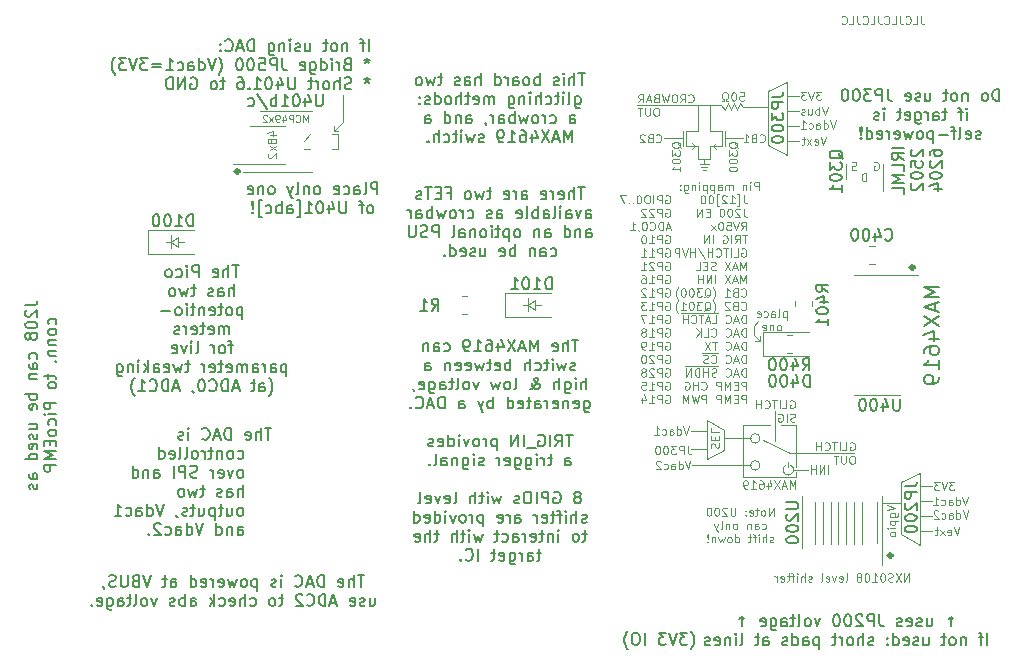
<source format=gbr>
%TF.GenerationSoftware,KiCad,Pcbnew,6.0.5*%
%TF.CreationDate,2022-07-05T02:57:13+02:00*%
%TF.ProjectId,glitcher,676c6974-6368-4657-922e-6b696361645f,4*%
%TF.SameCoordinates,Original*%
%TF.FileFunction,Legend,Bot*%
%TF.FilePolarity,Positive*%
%FSLAX46Y46*%
G04 Gerber Fmt 4.6, Leading zero omitted, Abs format (unit mm)*
G04 Created by KiCad (PCBNEW 6.0.5) date 2022-07-05 02:57:13*
%MOMM*%
%LPD*%
G01*
G04 APERTURE LIST*
%ADD10C,0.120000*%
%ADD11C,0.343981*%
%ADD12C,0.100000*%
%ADD13C,0.150000*%
G04 APERTURE END LIST*
D10*
X131191000Y-85217000D02*
X130175000Y-85217000D01*
X140766800Y-117741700D02*
X140766800Y-114211100D01*
X132664200Y-80441800D02*
X132410200Y-81076800D01*
X133934200Y-80822800D02*
X136017000Y-80822800D01*
X133934200Y-80822800D02*
X133680200Y-80441800D01*
X99314000Y-82804000D02*
X99314000Y-82423000D01*
X130810000Y-86106000D02*
X130556000Y-86106000D01*
X97282000Y-83058000D02*
X96774000Y-83693000D01*
D11*
X148478009Y-94361000D02*
G75*
G03*
X148478009Y-94361000I-171990J0D01*
G01*
D10*
X135382000Y-100584000D02*
X135382000Y-100203000D01*
X137756900Y-83667600D02*
X138709400Y-83667600D01*
X131191000Y-82804000D02*
X132207000Y-82804000D01*
X137604500Y-111104431D02*
G75*
G03*
X137985500Y-111104431I190500J-401569D01*
G01*
X85496400Y-92202000D02*
X85090000Y-92202000D01*
X133959600Y-83439000D02*
X132524500Y-83439000D01*
X143383000Y-110109000D02*
X137922000Y-110109000D01*
X116332000Y-97942400D02*
X115722400Y-97536000D01*
X130683000Y-85217000D02*
X130683000Y-85598000D01*
X100076000Y-82042000D02*
X99314000Y-82804000D01*
X131064000Y-85598000D02*
X130302000Y-85598000D01*
X115722400Y-98094800D02*
X115722400Y-96977200D01*
X149034500Y-116713000D02*
X149987000Y-116713000D01*
X136652000Y-109093000D02*
X136652000Y-106553000D01*
X85496400Y-92760800D02*
X85496400Y-91643200D01*
X116332000Y-97129600D02*
X115722400Y-97536000D01*
X96774000Y-84328000D02*
X97282000Y-84328000D01*
X144018000Y-117741700D02*
X144018000Y-114211100D01*
X136042400Y-79425800D02*
X137693400Y-78663800D01*
X149034500Y-115443000D02*
X149987000Y-115443000D01*
X138430000Y-112077500D02*
X138430000Y-111696500D01*
X131191000Y-80645000D02*
X131191000Y-82804000D01*
X132080000Y-80645000D02*
X124968000Y-80645000D01*
X129159000Y-82804000D02*
X130175000Y-82804000D01*
X136042400Y-81559400D02*
X136042400Y-83972400D01*
X129159000Y-84074000D02*
X129159000Y-82804000D01*
X136042400Y-81559400D02*
X136042400Y-79425800D01*
X130175000Y-85217000D02*
X130175000Y-84074000D01*
X148971000Y-112903000D02*
X149987000Y-112903000D01*
X134874000Y-99314000D02*
X134874000Y-100076000D01*
X129921000Y-84074000D02*
X129667000Y-84328000D01*
X86106000Y-91795600D02*
X86106000Y-92608400D01*
X135402609Y-111125000D02*
G75*
G03*
X135402609Y-111125000I-401609J0D01*
G01*
X137756900Y-82397600D02*
X138709400Y-82397600D01*
X129540000Y-109728000D02*
X130937000Y-109728000D01*
X128905000Y-83439000D02*
X127254000Y-83439000D01*
D11*
X146602990Y-118745000D02*
G75*
G03*
X146602990Y-118745000I-171990J0D01*
G01*
D10*
X137795000Y-111252000D02*
X137795000Y-110871000D01*
X138430000Y-111252000D02*
X138430000Y-107696000D01*
D11*
X91328009Y-86233000D02*
G75*
G03*
X91328009Y-86233000I-171990J0D01*
G01*
D10*
X137756900Y-81127600D02*
X138709400Y-81127600D01*
X145796000Y-114300000D02*
X147320000Y-114300000D01*
X115722400Y-97536000D02*
X115316000Y-97536000D01*
X142697200Y-117741700D02*
X142697200Y-114211100D01*
X143357600Y-117741700D02*
X143357600Y-114211100D01*
X99187000Y-83058000D02*
X99695000Y-83058000D01*
X148971000Y-117856000D02*
X147320000Y-116967000D01*
X137693400Y-79857600D02*
X138709400Y-79857600D01*
X130937000Y-107251500D02*
X132334000Y-108140500D01*
X86106000Y-91795600D02*
X85496400Y-92202000D01*
X130937000Y-110617000D02*
X130937000Y-107251500D01*
X133985000Y-112141000D02*
X138430000Y-112141000D01*
X133985000Y-107696000D02*
X133985000Y-112141000D01*
X145288000Y-117729000D02*
X145288000Y-114198400D01*
X132410200Y-81076800D02*
X132105400Y-80645000D01*
X99314000Y-82804000D02*
X99695000Y-82804000D01*
X147320000Y-112522000D02*
X148971000Y-111760000D01*
X138430000Y-107696000D02*
X137160000Y-107696000D01*
X133172200Y-80441800D02*
X132918200Y-81076800D01*
X136271000Y-107696000D02*
X133985000Y-107696000D01*
X134599391Y-108839000D02*
X132334000Y-108839000D01*
X140081000Y-117741700D02*
X140081000Y-114211100D01*
X132334000Y-108140500D02*
X132334000Y-109855000D01*
X133426200Y-81076800D02*
X133172200Y-80441800D01*
X130175000Y-82804000D02*
X130175000Y-80645000D01*
X132461000Y-82804000D02*
X132461000Y-84074000D01*
X147320000Y-114300000D02*
X147320000Y-116967000D01*
X99695000Y-83058000D02*
X99695000Y-84328000D01*
X129667000Y-83820000D02*
X129921000Y-84074000D01*
X147320000Y-114300000D02*
X147320000Y-112522000D01*
X135402609Y-108839000D02*
G75*
G03*
X135402609Y-108839000I-401609J0D01*
G01*
X142036800Y-117741700D02*
X142036800Y-114211100D01*
X86106000Y-92608400D02*
X85496400Y-92202000D01*
X135255000Y-98933000D02*
X134874000Y-99314000D01*
X141427200Y-117741700D02*
X141427200Y-114211100D01*
X116840000Y-97536000D02*
X116332000Y-97536000D01*
X132334000Y-109855000D02*
X130937000Y-110617000D01*
X132207000Y-82804000D02*
X132207000Y-84074000D01*
X134599391Y-111125000D02*
X129667000Y-111125000D01*
X138303000Y-111506000D02*
X139446000Y-111506000D01*
X137922000Y-110109000D02*
X135636000Y-108966000D01*
X128905000Y-82804000D02*
X128905000Y-84074000D01*
X134874000Y-100076000D02*
X135382000Y-100584000D01*
X133680200Y-80441800D02*
X133426200Y-81076800D01*
X137693400Y-84861400D02*
X136042400Y-83972400D01*
X148971000Y-111760000D02*
X148971000Y-117856000D01*
X100076000Y-79756000D02*
X100076000Y-82042000D01*
X130937000Y-85852000D02*
X130429000Y-85852000D01*
X131191000Y-84074000D02*
X131191000Y-85217000D01*
X137693400Y-78663800D02*
X137693400Y-84861400D01*
X99695000Y-84328000D02*
X99187000Y-84328000D01*
X130937000Y-108204000D02*
X129540000Y-108204000D01*
X132207000Y-84074000D02*
X131191000Y-84074000D01*
X132918200Y-81076800D02*
X132664200Y-80441800D01*
X131445000Y-84074000D02*
X131699000Y-83820000D01*
X129159000Y-84074000D02*
X130175000Y-84074000D01*
X86614000Y-92202000D02*
X86106000Y-92202000D01*
X131445000Y-84074000D02*
X131699000Y-84328000D01*
X135382000Y-100584000D02*
X135001000Y-100584000D01*
X149034500Y-114173000D02*
X149987000Y-114173000D01*
X116332000Y-97129600D02*
X116332000Y-97942400D01*
D12*
X152273666Y-116329666D02*
X152040333Y-117029666D01*
X151807000Y-116329666D01*
X151307000Y-116996333D02*
X151373666Y-117029666D01*
X151507000Y-117029666D01*
X151573666Y-116996333D01*
X151607000Y-116929666D01*
X151607000Y-116663000D01*
X151573666Y-116596333D01*
X151507000Y-116563000D01*
X151373666Y-116563000D01*
X151307000Y-116596333D01*
X151273666Y-116663000D01*
X151273666Y-116729666D01*
X151607000Y-116796333D01*
X151040333Y-117029666D02*
X150673666Y-116563000D01*
X151040333Y-116563000D02*
X150673666Y-117029666D01*
X150507000Y-116563000D02*
X150240333Y-116563000D01*
X150407000Y-116329666D02*
X150407000Y-116929666D01*
X150373666Y-116996333D01*
X150307000Y-117029666D01*
X150240333Y-117029666D01*
X153036400Y-114932666D02*
X152803066Y-115632666D01*
X152569733Y-114932666D01*
X152036400Y-115632666D02*
X152036400Y-114932666D01*
X152036400Y-115599333D02*
X152103066Y-115632666D01*
X152236400Y-115632666D01*
X152303066Y-115599333D01*
X152336400Y-115566000D01*
X152369733Y-115499333D01*
X152369733Y-115299333D01*
X152336400Y-115232666D01*
X152303066Y-115199333D01*
X152236400Y-115166000D01*
X152103066Y-115166000D01*
X152036400Y-115199333D01*
X151403066Y-115632666D02*
X151403066Y-115266000D01*
X151436400Y-115199333D01*
X151503066Y-115166000D01*
X151636400Y-115166000D01*
X151703066Y-115199333D01*
X151403066Y-115599333D02*
X151469733Y-115632666D01*
X151636400Y-115632666D01*
X151703066Y-115599333D01*
X151736400Y-115532666D01*
X151736400Y-115466000D01*
X151703066Y-115399333D01*
X151636400Y-115366000D01*
X151469733Y-115366000D01*
X151403066Y-115332666D01*
X150769733Y-115599333D02*
X150836400Y-115632666D01*
X150969733Y-115632666D01*
X151036400Y-115599333D01*
X151069733Y-115566000D01*
X151103066Y-115499333D01*
X151103066Y-115299333D01*
X151069733Y-115232666D01*
X151036400Y-115199333D01*
X150969733Y-115166000D01*
X150836400Y-115166000D01*
X150769733Y-115199333D01*
X150503066Y-114999333D02*
X150469733Y-114966000D01*
X150403066Y-114932666D01*
X150236400Y-114932666D01*
X150169733Y-114966000D01*
X150136400Y-114999333D01*
X150103066Y-115066000D01*
X150103066Y-115132666D01*
X150136400Y-115232666D01*
X150536400Y-115632666D01*
X150103066Y-115632666D01*
X133530133Y-84255066D02*
X133496800Y-84188400D01*
X133430133Y-84121733D01*
X133330133Y-84021733D01*
X133296800Y-83955066D01*
X133296800Y-83888400D01*
X133463466Y-83921733D02*
X133430133Y-83855066D01*
X133363466Y-83788400D01*
X133230133Y-83755066D01*
X132996800Y-83755066D01*
X132863466Y-83788400D01*
X132796800Y-83855066D01*
X132763466Y-83921733D01*
X132763466Y-84055066D01*
X132796800Y-84121733D01*
X132863466Y-84188400D01*
X132996800Y-84221733D01*
X133230133Y-84221733D01*
X133363466Y-84188400D01*
X133430133Y-84121733D01*
X133463466Y-84055066D01*
X133463466Y-83921733D01*
X132763466Y-84455066D02*
X132763466Y-84888400D01*
X133030133Y-84655066D01*
X133030133Y-84755066D01*
X133063466Y-84821733D01*
X133096800Y-84855066D01*
X133163466Y-84888400D01*
X133330133Y-84888400D01*
X133396800Y-84855066D01*
X133430133Y-84821733D01*
X133463466Y-84755066D01*
X133463466Y-84555066D01*
X133430133Y-84488400D01*
X133396800Y-84455066D01*
X132763466Y-85321733D02*
X132763466Y-85388400D01*
X132796800Y-85455066D01*
X132830133Y-85488400D01*
X132896800Y-85521733D01*
X133030133Y-85555066D01*
X133196800Y-85555066D01*
X133330133Y-85521733D01*
X133396800Y-85488400D01*
X133430133Y-85455066D01*
X133463466Y-85388400D01*
X133463466Y-85321733D01*
X133430133Y-85255066D01*
X133396800Y-85221733D01*
X133330133Y-85188400D01*
X133196800Y-85155066D01*
X133030133Y-85155066D01*
X132896800Y-85188400D01*
X132830133Y-85221733D01*
X132796800Y-85255066D01*
X132763466Y-85321733D01*
X132763466Y-85988400D02*
X132763466Y-86055066D01*
X132796800Y-86121733D01*
X132830133Y-86155066D01*
X132896800Y-86188400D01*
X133030133Y-86221733D01*
X133196800Y-86221733D01*
X133330133Y-86188400D01*
X133396800Y-86155066D01*
X133430133Y-86121733D01*
X133463466Y-86055066D01*
X133463466Y-85988400D01*
X133430133Y-85921733D01*
X133396800Y-85888400D01*
X133330133Y-85855066D01*
X133196800Y-85821733D01*
X133030133Y-85821733D01*
X132896800Y-85855066D01*
X132830133Y-85888400D01*
X132796800Y-85921733D01*
X132763466Y-85988400D01*
X136547666Y-115394666D02*
X136547666Y-114694666D01*
X136147666Y-115394666D01*
X136147666Y-114694666D01*
X135714333Y-115394666D02*
X135781000Y-115361333D01*
X135814333Y-115328000D01*
X135847666Y-115261333D01*
X135847666Y-115061333D01*
X135814333Y-114994666D01*
X135781000Y-114961333D01*
X135714333Y-114928000D01*
X135614333Y-114928000D01*
X135547666Y-114961333D01*
X135514333Y-114994666D01*
X135481000Y-115061333D01*
X135481000Y-115261333D01*
X135514333Y-115328000D01*
X135547666Y-115361333D01*
X135614333Y-115394666D01*
X135714333Y-115394666D01*
X135281000Y-114928000D02*
X135014333Y-114928000D01*
X135181000Y-114694666D02*
X135181000Y-115294666D01*
X135147666Y-115361333D01*
X135081000Y-115394666D01*
X135014333Y-115394666D01*
X134514333Y-115361333D02*
X134581000Y-115394666D01*
X134714333Y-115394666D01*
X134781000Y-115361333D01*
X134814333Y-115294666D01*
X134814333Y-115028000D01*
X134781000Y-114961333D01*
X134714333Y-114928000D01*
X134581000Y-114928000D01*
X134514333Y-114961333D01*
X134481000Y-115028000D01*
X134481000Y-115094666D01*
X134814333Y-115161333D01*
X134181000Y-115328000D02*
X134147666Y-115361333D01*
X134181000Y-115394666D01*
X134214333Y-115361333D01*
X134181000Y-115328000D01*
X134181000Y-115394666D01*
X134181000Y-114961333D02*
X134147666Y-114994666D01*
X134181000Y-115028000D01*
X134214333Y-114994666D01*
X134181000Y-114961333D01*
X134181000Y-115028000D01*
X133314333Y-114694666D02*
X133314333Y-115261333D01*
X133281000Y-115328000D01*
X133247666Y-115361333D01*
X133181000Y-115394666D01*
X133047666Y-115394666D01*
X132981000Y-115361333D01*
X132947666Y-115328000D01*
X132914333Y-115261333D01*
X132914333Y-114694666D01*
X132614333Y-114761333D02*
X132581000Y-114728000D01*
X132514333Y-114694666D01*
X132347666Y-114694666D01*
X132281000Y-114728000D01*
X132247666Y-114761333D01*
X132214333Y-114828000D01*
X132214333Y-114894666D01*
X132247666Y-114994666D01*
X132647666Y-115394666D01*
X132214333Y-115394666D01*
X131781000Y-114694666D02*
X131714333Y-114694666D01*
X131647666Y-114728000D01*
X131614333Y-114761333D01*
X131581000Y-114828000D01*
X131547666Y-114961333D01*
X131547666Y-115128000D01*
X131581000Y-115261333D01*
X131614333Y-115328000D01*
X131647666Y-115361333D01*
X131714333Y-115394666D01*
X131781000Y-115394666D01*
X131847666Y-115361333D01*
X131881000Y-115328000D01*
X131914333Y-115261333D01*
X131947666Y-115128000D01*
X131947666Y-114961333D01*
X131914333Y-114828000D01*
X131881000Y-114761333D01*
X131847666Y-114728000D01*
X131781000Y-114694666D01*
X131114333Y-114694666D02*
X131047666Y-114694666D01*
X130981000Y-114728000D01*
X130947666Y-114761333D01*
X130914333Y-114828000D01*
X130881000Y-114961333D01*
X130881000Y-115128000D01*
X130914333Y-115261333D01*
X130947666Y-115328000D01*
X130981000Y-115361333D01*
X131047666Y-115394666D01*
X131114333Y-115394666D01*
X131181000Y-115361333D01*
X131214333Y-115328000D01*
X131247666Y-115261333D01*
X131281000Y-115128000D01*
X131281000Y-114961333D01*
X131247666Y-114828000D01*
X131214333Y-114761333D01*
X131181000Y-114728000D01*
X131114333Y-114694666D01*
X135547666Y-116488333D02*
X135614333Y-116521666D01*
X135747666Y-116521666D01*
X135814333Y-116488333D01*
X135847666Y-116455000D01*
X135881000Y-116388333D01*
X135881000Y-116188333D01*
X135847666Y-116121666D01*
X135814333Y-116088333D01*
X135747666Y-116055000D01*
X135614333Y-116055000D01*
X135547666Y-116088333D01*
X134947666Y-116521666D02*
X134947666Y-116155000D01*
X134981000Y-116088333D01*
X135047666Y-116055000D01*
X135181000Y-116055000D01*
X135247666Y-116088333D01*
X134947666Y-116488333D02*
X135014333Y-116521666D01*
X135181000Y-116521666D01*
X135247666Y-116488333D01*
X135281000Y-116421666D01*
X135281000Y-116355000D01*
X135247666Y-116288333D01*
X135181000Y-116255000D01*
X135014333Y-116255000D01*
X134947666Y-116221666D01*
X134614333Y-116055000D02*
X134614333Y-116521666D01*
X134614333Y-116121666D02*
X134581000Y-116088333D01*
X134514333Y-116055000D01*
X134414333Y-116055000D01*
X134347666Y-116088333D01*
X134314333Y-116155000D01*
X134314333Y-116521666D01*
X133347666Y-116521666D02*
X133414333Y-116488333D01*
X133447666Y-116455000D01*
X133481000Y-116388333D01*
X133481000Y-116188333D01*
X133447666Y-116121666D01*
X133414333Y-116088333D01*
X133347666Y-116055000D01*
X133247666Y-116055000D01*
X133181000Y-116088333D01*
X133147666Y-116121666D01*
X133114333Y-116188333D01*
X133114333Y-116388333D01*
X133147666Y-116455000D01*
X133181000Y-116488333D01*
X133247666Y-116521666D01*
X133347666Y-116521666D01*
X132814333Y-116055000D02*
X132814333Y-116521666D01*
X132814333Y-116121666D02*
X132781000Y-116088333D01*
X132714333Y-116055000D01*
X132614333Y-116055000D01*
X132547666Y-116088333D01*
X132514333Y-116155000D01*
X132514333Y-116521666D01*
X132081000Y-116521666D02*
X132147666Y-116488333D01*
X132181000Y-116421666D01*
X132181000Y-115821666D01*
X131881000Y-116055000D02*
X131714333Y-116521666D01*
X131547666Y-116055000D02*
X131714333Y-116521666D01*
X131781000Y-116688333D01*
X131814333Y-116721666D01*
X131881000Y-116755000D01*
X136514333Y-117615333D02*
X136447666Y-117648666D01*
X136314333Y-117648666D01*
X136247666Y-117615333D01*
X136214333Y-117548666D01*
X136214333Y-117515333D01*
X136247666Y-117448666D01*
X136314333Y-117415333D01*
X136414333Y-117415333D01*
X136481000Y-117382000D01*
X136514333Y-117315333D01*
X136514333Y-117282000D01*
X136481000Y-117215333D01*
X136414333Y-117182000D01*
X136314333Y-117182000D01*
X136247666Y-117215333D01*
X135914333Y-117648666D02*
X135914333Y-116948666D01*
X135614333Y-117648666D02*
X135614333Y-117282000D01*
X135647666Y-117215333D01*
X135714333Y-117182000D01*
X135814333Y-117182000D01*
X135881000Y-117215333D01*
X135914333Y-117248666D01*
X135281000Y-117648666D02*
X135281000Y-117182000D01*
X135281000Y-116948666D02*
X135314333Y-116982000D01*
X135281000Y-117015333D01*
X135247666Y-116982000D01*
X135281000Y-116948666D01*
X135281000Y-117015333D01*
X135047666Y-117182000D02*
X134781000Y-117182000D01*
X134947666Y-117648666D02*
X134947666Y-117048666D01*
X134914333Y-116982000D01*
X134847666Y-116948666D01*
X134781000Y-116948666D01*
X134647666Y-117182000D02*
X134381000Y-117182000D01*
X134547666Y-116948666D02*
X134547666Y-117548666D01*
X134514333Y-117615333D01*
X134447666Y-117648666D01*
X134381000Y-117648666D01*
X133314333Y-117648666D02*
X133314333Y-116948666D01*
X133314333Y-117615333D02*
X133381000Y-117648666D01*
X133514333Y-117648666D01*
X133581000Y-117615333D01*
X133614333Y-117582000D01*
X133647666Y-117515333D01*
X133647666Y-117315333D01*
X133614333Y-117248666D01*
X133581000Y-117215333D01*
X133514333Y-117182000D01*
X133381000Y-117182000D01*
X133314333Y-117215333D01*
X132881000Y-117648666D02*
X132947666Y-117615333D01*
X132981000Y-117582000D01*
X133014333Y-117515333D01*
X133014333Y-117315333D01*
X132981000Y-117248666D01*
X132947666Y-117215333D01*
X132881000Y-117182000D01*
X132781000Y-117182000D01*
X132714333Y-117215333D01*
X132681000Y-117248666D01*
X132647666Y-117315333D01*
X132647666Y-117515333D01*
X132681000Y-117582000D01*
X132714333Y-117615333D01*
X132781000Y-117648666D01*
X132881000Y-117648666D01*
X132414333Y-117182000D02*
X132281000Y-117648666D01*
X132147666Y-117315333D01*
X132014333Y-117648666D01*
X131881000Y-117182000D01*
X131614333Y-117182000D02*
X131614333Y-117648666D01*
X131614333Y-117248666D02*
X131581000Y-117215333D01*
X131514333Y-117182000D01*
X131414333Y-117182000D01*
X131347666Y-117215333D01*
X131314333Y-117282000D01*
X131314333Y-117648666D01*
X130981000Y-117582000D02*
X130947666Y-117615333D01*
X130981000Y-117648666D01*
X131014333Y-117615333D01*
X130981000Y-117582000D01*
X130981000Y-117648666D01*
X130981000Y-117382000D02*
X131014333Y-116982000D01*
X130981000Y-116948666D01*
X130947666Y-116982000D01*
X130981000Y-117382000D01*
X130981000Y-116948666D01*
X127417666Y-88281000D02*
X127484333Y-88247666D01*
X127584333Y-88247666D01*
X127684333Y-88281000D01*
X127751000Y-88347666D01*
X127784333Y-88414333D01*
X127817666Y-88547666D01*
X127817666Y-88647666D01*
X127784333Y-88781000D01*
X127751000Y-88847666D01*
X127684333Y-88914333D01*
X127584333Y-88947666D01*
X127517666Y-88947666D01*
X127417666Y-88914333D01*
X127384333Y-88881000D01*
X127384333Y-88647666D01*
X127517666Y-88647666D01*
X127084333Y-88947666D02*
X127084333Y-88247666D01*
X126817666Y-88247666D01*
X126751000Y-88281000D01*
X126717666Y-88314333D01*
X126684333Y-88381000D01*
X126684333Y-88481000D01*
X126717666Y-88547666D01*
X126751000Y-88581000D01*
X126817666Y-88614333D01*
X127084333Y-88614333D01*
X126384333Y-88947666D02*
X126384333Y-88247666D01*
X125917666Y-88247666D02*
X125784333Y-88247666D01*
X125717666Y-88281000D01*
X125651000Y-88347666D01*
X125617666Y-88481000D01*
X125617666Y-88714333D01*
X125651000Y-88847666D01*
X125717666Y-88914333D01*
X125784333Y-88947666D01*
X125917666Y-88947666D01*
X125984333Y-88914333D01*
X126051000Y-88847666D01*
X126084333Y-88714333D01*
X126084333Y-88481000D01*
X126051000Y-88347666D01*
X125984333Y-88281000D01*
X125917666Y-88247666D01*
X125184333Y-88247666D02*
X125117666Y-88247666D01*
X125051000Y-88281000D01*
X125017666Y-88314333D01*
X124984333Y-88381000D01*
X124951000Y-88514333D01*
X124951000Y-88681000D01*
X124984333Y-88814333D01*
X125017666Y-88881000D01*
X125051000Y-88914333D01*
X125117666Y-88947666D01*
X125184333Y-88947666D01*
X125251000Y-88914333D01*
X125284333Y-88881000D01*
X125317666Y-88814333D01*
X125351000Y-88681000D01*
X125351000Y-88514333D01*
X125317666Y-88381000D01*
X125284333Y-88314333D01*
X125251000Y-88281000D01*
X125184333Y-88247666D01*
X124651000Y-88881000D02*
X124617666Y-88914333D01*
X124651000Y-88947666D01*
X124684333Y-88914333D01*
X124651000Y-88881000D01*
X124651000Y-88947666D01*
X124317666Y-88881000D02*
X124284333Y-88914333D01*
X124317666Y-88947666D01*
X124351000Y-88914333D01*
X124317666Y-88881000D01*
X124317666Y-88947666D01*
X124051000Y-88247666D02*
X123584333Y-88247666D01*
X123884333Y-88947666D01*
X127417666Y-89408000D02*
X127484333Y-89374666D01*
X127584333Y-89374666D01*
X127684333Y-89408000D01*
X127751000Y-89474666D01*
X127784333Y-89541333D01*
X127817666Y-89674666D01*
X127817666Y-89774666D01*
X127784333Y-89908000D01*
X127751000Y-89974666D01*
X127684333Y-90041333D01*
X127584333Y-90074666D01*
X127517666Y-90074666D01*
X127417666Y-90041333D01*
X127384333Y-90008000D01*
X127384333Y-89774666D01*
X127517666Y-89774666D01*
X127084333Y-90074666D02*
X127084333Y-89374666D01*
X126817666Y-89374666D01*
X126751000Y-89408000D01*
X126717666Y-89441333D01*
X126684333Y-89508000D01*
X126684333Y-89608000D01*
X126717666Y-89674666D01*
X126751000Y-89708000D01*
X126817666Y-89741333D01*
X127084333Y-89741333D01*
X126417666Y-89441333D02*
X126384333Y-89408000D01*
X126317666Y-89374666D01*
X126151000Y-89374666D01*
X126084333Y-89408000D01*
X126051000Y-89441333D01*
X126017666Y-89508000D01*
X126017666Y-89574666D01*
X126051000Y-89674666D01*
X126451000Y-90074666D01*
X126017666Y-90074666D01*
X125751000Y-89441333D02*
X125717666Y-89408000D01*
X125651000Y-89374666D01*
X125484333Y-89374666D01*
X125417666Y-89408000D01*
X125384333Y-89441333D01*
X125351000Y-89508000D01*
X125351000Y-89574666D01*
X125384333Y-89674666D01*
X125784333Y-90074666D01*
X125351000Y-90074666D01*
X127817666Y-91001666D02*
X127484333Y-91001666D01*
X127884333Y-91201666D02*
X127651000Y-90501666D01*
X127417666Y-91201666D01*
X127184333Y-91201666D02*
X127184333Y-90501666D01*
X127017666Y-90501666D01*
X126917666Y-90535000D01*
X126851000Y-90601666D01*
X126817666Y-90668333D01*
X126784333Y-90801666D01*
X126784333Y-90901666D01*
X126817666Y-91035000D01*
X126851000Y-91101666D01*
X126917666Y-91168333D01*
X127017666Y-91201666D01*
X127184333Y-91201666D01*
X126084333Y-91135000D02*
X126117666Y-91168333D01*
X126217666Y-91201666D01*
X126284333Y-91201666D01*
X126384333Y-91168333D01*
X126451000Y-91101666D01*
X126484333Y-91035000D01*
X126517666Y-90901666D01*
X126517666Y-90801666D01*
X126484333Y-90668333D01*
X126451000Y-90601666D01*
X126384333Y-90535000D01*
X126284333Y-90501666D01*
X126217666Y-90501666D01*
X126117666Y-90535000D01*
X126084333Y-90568333D01*
X125651000Y-90501666D02*
X125584333Y-90501666D01*
X125517666Y-90535000D01*
X125484333Y-90568333D01*
X125451000Y-90635000D01*
X125417666Y-90768333D01*
X125417666Y-90935000D01*
X125451000Y-91068333D01*
X125484333Y-91135000D01*
X125517666Y-91168333D01*
X125584333Y-91201666D01*
X125651000Y-91201666D01*
X125717666Y-91168333D01*
X125751000Y-91135000D01*
X125784333Y-91068333D01*
X125817666Y-90935000D01*
X125817666Y-90768333D01*
X125784333Y-90635000D01*
X125751000Y-90568333D01*
X125717666Y-90535000D01*
X125651000Y-90501666D01*
X125084333Y-91168333D02*
X125084333Y-91201666D01*
X125117666Y-91268333D01*
X125151000Y-91301666D01*
X124417666Y-91201666D02*
X124817666Y-91201666D01*
X124617666Y-91201666D02*
X124617666Y-90501666D01*
X124684333Y-90601666D01*
X124751000Y-90668333D01*
X124817666Y-90701666D01*
X127417666Y-91662000D02*
X127484333Y-91628666D01*
X127584333Y-91628666D01*
X127684333Y-91662000D01*
X127751000Y-91728666D01*
X127784333Y-91795333D01*
X127817666Y-91928666D01*
X127817666Y-92028666D01*
X127784333Y-92162000D01*
X127751000Y-92228666D01*
X127684333Y-92295333D01*
X127584333Y-92328666D01*
X127517666Y-92328666D01*
X127417666Y-92295333D01*
X127384333Y-92262000D01*
X127384333Y-92028666D01*
X127517666Y-92028666D01*
X127084333Y-92328666D02*
X127084333Y-91628666D01*
X126817666Y-91628666D01*
X126751000Y-91662000D01*
X126717666Y-91695333D01*
X126684333Y-91762000D01*
X126684333Y-91862000D01*
X126717666Y-91928666D01*
X126751000Y-91962000D01*
X126817666Y-91995333D01*
X127084333Y-91995333D01*
X126017666Y-92328666D02*
X126417666Y-92328666D01*
X126217666Y-92328666D02*
X126217666Y-91628666D01*
X126284333Y-91728666D01*
X126351000Y-91795333D01*
X126417666Y-91828666D01*
X125584333Y-91628666D02*
X125517666Y-91628666D01*
X125451000Y-91662000D01*
X125417666Y-91695333D01*
X125384333Y-91762000D01*
X125351000Y-91895333D01*
X125351000Y-92062000D01*
X125384333Y-92195333D01*
X125417666Y-92262000D01*
X125451000Y-92295333D01*
X125517666Y-92328666D01*
X125584333Y-92328666D01*
X125651000Y-92295333D01*
X125684333Y-92262000D01*
X125717666Y-92195333D01*
X125751000Y-92062000D01*
X125751000Y-91895333D01*
X125717666Y-91762000D01*
X125684333Y-91695333D01*
X125651000Y-91662000D01*
X125584333Y-91628666D01*
X127417666Y-92789000D02*
X127484333Y-92755666D01*
X127584333Y-92755666D01*
X127684333Y-92789000D01*
X127751000Y-92855666D01*
X127784333Y-92922333D01*
X127817666Y-93055666D01*
X127817666Y-93155666D01*
X127784333Y-93289000D01*
X127751000Y-93355666D01*
X127684333Y-93422333D01*
X127584333Y-93455666D01*
X127517666Y-93455666D01*
X127417666Y-93422333D01*
X127384333Y-93389000D01*
X127384333Y-93155666D01*
X127517666Y-93155666D01*
X127084333Y-93455666D02*
X127084333Y-92755666D01*
X126817666Y-92755666D01*
X126751000Y-92789000D01*
X126717666Y-92822333D01*
X126684333Y-92889000D01*
X126684333Y-92989000D01*
X126717666Y-93055666D01*
X126751000Y-93089000D01*
X126817666Y-93122333D01*
X127084333Y-93122333D01*
X126017666Y-93455666D02*
X126417666Y-93455666D01*
X126217666Y-93455666D02*
X126217666Y-92755666D01*
X126284333Y-92855666D01*
X126351000Y-92922333D01*
X126417666Y-92955666D01*
X125351000Y-93455666D02*
X125751000Y-93455666D01*
X125551000Y-93455666D02*
X125551000Y-92755666D01*
X125617666Y-92855666D01*
X125684333Y-92922333D01*
X125751000Y-92955666D01*
X127417666Y-93916000D02*
X127484333Y-93882666D01*
X127584333Y-93882666D01*
X127684333Y-93916000D01*
X127751000Y-93982666D01*
X127784333Y-94049333D01*
X127817666Y-94182666D01*
X127817666Y-94282666D01*
X127784333Y-94416000D01*
X127751000Y-94482666D01*
X127684333Y-94549333D01*
X127584333Y-94582666D01*
X127517666Y-94582666D01*
X127417666Y-94549333D01*
X127384333Y-94516000D01*
X127384333Y-94282666D01*
X127517666Y-94282666D01*
X127084333Y-94582666D02*
X127084333Y-93882666D01*
X126817666Y-93882666D01*
X126751000Y-93916000D01*
X126717666Y-93949333D01*
X126684333Y-94016000D01*
X126684333Y-94116000D01*
X126717666Y-94182666D01*
X126751000Y-94216000D01*
X126817666Y-94249333D01*
X127084333Y-94249333D01*
X126417666Y-93949333D02*
X126384333Y-93916000D01*
X126317666Y-93882666D01*
X126151000Y-93882666D01*
X126084333Y-93916000D01*
X126051000Y-93949333D01*
X126017666Y-94016000D01*
X126017666Y-94082666D01*
X126051000Y-94182666D01*
X126451000Y-94582666D01*
X126017666Y-94582666D01*
X125351000Y-94582666D02*
X125751000Y-94582666D01*
X125551000Y-94582666D02*
X125551000Y-93882666D01*
X125617666Y-93982666D01*
X125684333Y-94049333D01*
X125751000Y-94082666D01*
X127417666Y-95043000D02*
X127484333Y-95009666D01*
X127584333Y-95009666D01*
X127684333Y-95043000D01*
X127751000Y-95109666D01*
X127784333Y-95176333D01*
X127817666Y-95309666D01*
X127817666Y-95409666D01*
X127784333Y-95543000D01*
X127751000Y-95609666D01*
X127684333Y-95676333D01*
X127584333Y-95709666D01*
X127517666Y-95709666D01*
X127417666Y-95676333D01*
X127384333Y-95643000D01*
X127384333Y-95409666D01*
X127517666Y-95409666D01*
X127084333Y-95709666D02*
X127084333Y-95009666D01*
X126817666Y-95009666D01*
X126751000Y-95043000D01*
X126717666Y-95076333D01*
X126684333Y-95143000D01*
X126684333Y-95243000D01*
X126717666Y-95309666D01*
X126751000Y-95343000D01*
X126817666Y-95376333D01*
X127084333Y-95376333D01*
X126017666Y-95709666D02*
X126417666Y-95709666D01*
X126217666Y-95709666D02*
X126217666Y-95009666D01*
X126284333Y-95109666D01*
X126351000Y-95176333D01*
X126417666Y-95209666D01*
X125417666Y-95009666D02*
X125551000Y-95009666D01*
X125617666Y-95043000D01*
X125651000Y-95076333D01*
X125717666Y-95176333D01*
X125751000Y-95309666D01*
X125751000Y-95576333D01*
X125717666Y-95643000D01*
X125684333Y-95676333D01*
X125617666Y-95709666D01*
X125484333Y-95709666D01*
X125417666Y-95676333D01*
X125384333Y-95643000D01*
X125351000Y-95576333D01*
X125351000Y-95409666D01*
X125384333Y-95343000D01*
X125417666Y-95309666D01*
X125484333Y-95276333D01*
X125617666Y-95276333D01*
X125684333Y-95309666D01*
X125717666Y-95343000D01*
X125751000Y-95409666D01*
X127417666Y-96170000D02*
X127484333Y-96136666D01*
X127584333Y-96136666D01*
X127684333Y-96170000D01*
X127751000Y-96236666D01*
X127784333Y-96303333D01*
X127817666Y-96436666D01*
X127817666Y-96536666D01*
X127784333Y-96670000D01*
X127751000Y-96736666D01*
X127684333Y-96803333D01*
X127584333Y-96836666D01*
X127517666Y-96836666D01*
X127417666Y-96803333D01*
X127384333Y-96770000D01*
X127384333Y-96536666D01*
X127517666Y-96536666D01*
X127084333Y-96836666D02*
X127084333Y-96136666D01*
X126817666Y-96136666D01*
X126751000Y-96170000D01*
X126717666Y-96203333D01*
X126684333Y-96270000D01*
X126684333Y-96370000D01*
X126717666Y-96436666D01*
X126751000Y-96470000D01*
X126817666Y-96503333D01*
X127084333Y-96503333D01*
X126017666Y-96836666D02*
X126417666Y-96836666D01*
X126217666Y-96836666D02*
X126217666Y-96136666D01*
X126284333Y-96236666D01*
X126351000Y-96303333D01*
X126417666Y-96336666D01*
X125751000Y-96203333D02*
X125717666Y-96170000D01*
X125651000Y-96136666D01*
X125484333Y-96136666D01*
X125417666Y-96170000D01*
X125384333Y-96203333D01*
X125351000Y-96270000D01*
X125351000Y-96336666D01*
X125384333Y-96436666D01*
X125784333Y-96836666D01*
X125351000Y-96836666D01*
X127417666Y-97297000D02*
X127484333Y-97263666D01*
X127584333Y-97263666D01*
X127684333Y-97297000D01*
X127751000Y-97363666D01*
X127784333Y-97430333D01*
X127817666Y-97563666D01*
X127817666Y-97663666D01*
X127784333Y-97797000D01*
X127751000Y-97863666D01*
X127684333Y-97930333D01*
X127584333Y-97963666D01*
X127517666Y-97963666D01*
X127417666Y-97930333D01*
X127384333Y-97897000D01*
X127384333Y-97663666D01*
X127517666Y-97663666D01*
X127084333Y-97963666D02*
X127084333Y-97263666D01*
X126817666Y-97263666D01*
X126751000Y-97297000D01*
X126717666Y-97330333D01*
X126684333Y-97397000D01*
X126684333Y-97497000D01*
X126717666Y-97563666D01*
X126751000Y-97597000D01*
X126817666Y-97630333D01*
X127084333Y-97630333D01*
X126017666Y-97963666D02*
X126417666Y-97963666D01*
X126217666Y-97963666D02*
X126217666Y-97263666D01*
X126284333Y-97363666D01*
X126351000Y-97430333D01*
X126417666Y-97463666D01*
X125784333Y-97263666D02*
X125351000Y-97263666D01*
X125584333Y-97530333D01*
X125484333Y-97530333D01*
X125417666Y-97563666D01*
X125384333Y-97597000D01*
X125351000Y-97663666D01*
X125351000Y-97830333D01*
X125384333Y-97897000D01*
X125417666Y-97930333D01*
X125484333Y-97963666D01*
X125684333Y-97963666D01*
X125751000Y-97930333D01*
X125784333Y-97897000D01*
X127417666Y-98424000D02*
X127484333Y-98390666D01*
X127584333Y-98390666D01*
X127684333Y-98424000D01*
X127751000Y-98490666D01*
X127784333Y-98557333D01*
X127817666Y-98690666D01*
X127817666Y-98790666D01*
X127784333Y-98924000D01*
X127751000Y-98990666D01*
X127684333Y-99057333D01*
X127584333Y-99090666D01*
X127517666Y-99090666D01*
X127417666Y-99057333D01*
X127384333Y-99024000D01*
X127384333Y-98790666D01*
X127517666Y-98790666D01*
X127084333Y-99090666D02*
X127084333Y-98390666D01*
X126817666Y-98390666D01*
X126751000Y-98424000D01*
X126717666Y-98457333D01*
X126684333Y-98524000D01*
X126684333Y-98624000D01*
X126717666Y-98690666D01*
X126751000Y-98724000D01*
X126817666Y-98757333D01*
X127084333Y-98757333D01*
X126017666Y-99090666D02*
X126417666Y-99090666D01*
X126217666Y-99090666D02*
X126217666Y-98390666D01*
X126284333Y-98490666D01*
X126351000Y-98557333D01*
X126417666Y-98590666D01*
X125784333Y-98390666D02*
X125317666Y-98390666D01*
X125617666Y-99090666D01*
X127417666Y-99551000D02*
X127484333Y-99517666D01*
X127584333Y-99517666D01*
X127684333Y-99551000D01*
X127751000Y-99617666D01*
X127784333Y-99684333D01*
X127817666Y-99817666D01*
X127817666Y-99917666D01*
X127784333Y-100051000D01*
X127751000Y-100117666D01*
X127684333Y-100184333D01*
X127584333Y-100217666D01*
X127517666Y-100217666D01*
X127417666Y-100184333D01*
X127384333Y-100151000D01*
X127384333Y-99917666D01*
X127517666Y-99917666D01*
X127084333Y-100217666D02*
X127084333Y-99517666D01*
X126817666Y-99517666D01*
X126751000Y-99551000D01*
X126717666Y-99584333D01*
X126684333Y-99651000D01*
X126684333Y-99751000D01*
X126717666Y-99817666D01*
X126751000Y-99851000D01*
X126817666Y-99884333D01*
X127084333Y-99884333D01*
X126017666Y-100217666D02*
X126417666Y-100217666D01*
X126217666Y-100217666D02*
X126217666Y-99517666D01*
X126284333Y-99617666D01*
X126351000Y-99684333D01*
X126417666Y-99717666D01*
X125617666Y-99817666D02*
X125684333Y-99784333D01*
X125717666Y-99751000D01*
X125751000Y-99684333D01*
X125751000Y-99651000D01*
X125717666Y-99584333D01*
X125684333Y-99551000D01*
X125617666Y-99517666D01*
X125484333Y-99517666D01*
X125417666Y-99551000D01*
X125384333Y-99584333D01*
X125351000Y-99651000D01*
X125351000Y-99684333D01*
X125384333Y-99751000D01*
X125417666Y-99784333D01*
X125484333Y-99817666D01*
X125617666Y-99817666D01*
X125684333Y-99851000D01*
X125717666Y-99884333D01*
X125751000Y-99951000D01*
X125751000Y-100084333D01*
X125717666Y-100151000D01*
X125684333Y-100184333D01*
X125617666Y-100217666D01*
X125484333Y-100217666D01*
X125417666Y-100184333D01*
X125384333Y-100151000D01*
X125351000Y-100084333D01*
X125351000Y-99951000D01*
X125384333Y-99884333D01*
X125417666Y-99851000D01*
X125484333Y-99817666D01*
X127417666Y-100678000D02*
X127484333Y-100644666D01*
X127584333Y-100644666D01*
X127684333Y-100678000D01*
X127751000Y-100744666D01*
X127784333Y-100811333D01*
X127817666Y-100944666D01*
X127817666Y-101044666D01*
X127784333Y-101178000D01*
X127751000Y-101244666D01*
X127684333Y-101311333D01*
X127584333Y-101344666D01*
X127517666Y-101344666D01*
X127417666Y-101311333D01*
X127384333Y-101278000D01*
X127384333Y-101044666D01*
X127517666Y-101044666D01*
X127084333Y-101344666D02*
X127084333Y-100644666D01*
X126817666Y-100644666D01*
X126751000Y-100678000D01*
X126717666Y-100711333D01*
X126684333Y-100778000D01*
X126684333Y-100878000D01*
X126717666Y-100944666D01*
X126751000Y-100978000D01*
X126817666Y-101011333D01*
X127084333Y-101011333D01*
X126017666Y-101344666D02*
X126417666Y-101344666D01*
X126217666Y-101344666D02*
X126217666Y-100644666D01*
X126284333Y-100744666D01*
X126351000Y-100811333D01*
X126417666Y-100844666D01*
X125684333Y-101344666D02*
X125551000Y-101344666D01*
X125484333Y-101311333D01*
X125451000Y-101278000D01*
X125384333Y-101178000D01*
X125351000Y-101044666D01*
X125351000Y-100778000D01*
X125384333Y-100711333D01*
X125417666Y-100678000D01*
X125484333Y-100644666D01*
X125617666Y-100644666D01*
X125684333Y-100678000D01*
X125717666Y-100711333D01*
X125751000Y-100778000D01*
X125751000Y-100944666D01*
X125717666Y-101011333D01*
X125684333Y-101044666D01*
X125617666Y-101078000D01*
X125484333Y-101078000D01*
X125417666Y-101044666D01*
X125384333Y-101011333D01*
X125351000Y-100944666D01*
X127417666Y-101805000D02*
X127484333Y-101771666D01*
X127584333Y-101771666D01*
X127684333Y-101805000D01*
X127751000Y-101871666D01*
X127784333Y-101938333D01*
X127817666Y-102071666D01*
X127817666Y-102171666D01*
X127784333Y-102305000D01*
X127751000Y-102371666D01*
X127684333Y-102438333D01*
X127584333Y-102471666D01*
X127517666Y-102471666D01*
X127417666Y-102438333D01*
X127384333Y-102405000D01*
X127384333Y-102171666D01*
X127517666Y-102171666D01*
X127084333Y-102471666D02*
X127084333Y-101771666D01*
X126817666Y-101771666D01*
X126751000Y-101805000D01*
X126717666Y-101838333D01*
X126684333Y-101905000D01*
X126684333Y-102005000D01*
X126717666Y-102071666D01*
X126751000Y-102105000D01*
X126817666Y-102138333D01*
X127084333Y-102138333D01*
X126417666Y-101838333D02*
X126384333Y-101805000D01*
X126317666Y-101771666D01*
X126151000Y-101771666D01*
X126084333Y-101805000D01*
X126051000Y-101838333D01*
X126017666Y-101905000D01*
X126017666Y-101971666D01*
X126051000Y-102071666D01*
X126451000Y-102471666D01*
X126017666Y-102471666D01*
X125584333Y-101771666D02*
X125517666Y-101771666D01*
X125451000Y-101805000D01*
X125417666Y-101838333D01*
X125384333Y-101905000D01*
X125351000Y-102038333D01*
X125351000Y-102205000D01*
X125384333Y-102338333D01*
X125417666Y-102405000D01*
X125451000Y-102438333D01*
X125517666Y-102471666D01*
X125584333Y-102471666D01*
X125651000Y-102438333D01*
X125684333Y-102405000D01*
X125717666Y-102338333D01*
X125751000Y-102205000D01*
X125751000Y-102038333D01*
X125717666Y-101905000D01*
X125684333Y-101838333D01*
X125651000Y-101805000D01*
X125584333Y-101771666D01*
X127417666Y-102932000D02*
X127484333Y-102898666D01*
X127584333Y-102898666D01*
X127684333Y-102932000D01*
X127751000Y-102998666D01*
X127784333Y-103065333D01*
X127817666Y-103198666D01*
X127817666Y-103298666D01*
X127784333Y-103432000D01*
X127751000Y-103498666D01*
X127684333Y-103565333D01*
X127584333Y-103598666D01*
X127517666Y-103598666D01*
X127417666Y-103565333D01*
X127384333Y-103532000D01*
X127384333Y-103298666D01*
X127517666Y-103298666D01*
X127084333Y-103598666D02*
X127084333Y-102898666D01*
X126817666Y-102898666D01*
X126751000Y-102932000D01*
X126717666Y-102965333D01*
X126684333Y-103032000D01*
X126684333Y-103132000D01*
X126717666Y-103198666D01*
X126751000Y-103232000D01*
X126817666Y-103265333D01*
X127084333Y-103265333D01*
X126417666Y-102965333D02*
X126384333Y-102932000D01*
X126317666Y-102898666D01*
X126151000Y-102898666D01*
X126084333Y-102932000D01*
X126051000Y-102965333D01*
X126017666Y-103032000D01*
X126017666Y-103098666D01*
X126051000Y-103198666D01*
X126451000Y-103598666D01*
X126017666Y-103598666D01*
X125617666Y-103198666D02*
X125684333Y-103165333D01*
X125717666Y-103132000D01*
X125751000Y-103065333D01*
X125751000Y-103032000D01*
X125717666Y-102965333D01*
X125684333Y-102932000D01*
X125617666Y-102898666D01*
X125484333Y-102898666D01*
X125417666Y-102932000D01*
X125384333Y-102965333D01*
X125351000Y-103032000D01*
X125351000Y-103065333D01*
X125384333Y-103132000D01*
X125417666Y-103165333D01*
X125484333Y-103198666D01*
X125617666Y-103198666D01*
X125684333Y-103232000D01*
X125717666Y-103265333D01*
X125751000Y-103332000D01*
X125751000Y-103465333D01*
X125717666Y-103532000D01*
X125684333Y-103565333D01*
X125617666Y-103598666D01*
X125484333Y-103598666D01*
X125417666Y-103565333D01*
X125384333Y-103532000D01*
X125351000Y-103465333D01*
X125351000Y-103332000D01*
X125384333Y-103265333D01*
X125417666Y-103232000D01*
X125484333Y-103198666D01*
X127417666Y-104059000D02*
X127484333Y-104025666D01*
X127584333Y-104025666D01*
X127684333Y-104059000D01*
X127751000Y-104125666D01*
X127784333Y-104192333D01*
X127817666Y-104325666D01*
X127817666Y-104425666D01*
X127784333Y-104559000D01*
X127751000Y-104625666D01*
X127684333Y-104692333D01*
X127584333Y-104725666D01*
X127517666Y-104725666D01*
X127417666Y-104692333D01*
X127384333Y-104659000D01*
X127384333Y-104425666D01*
X127517666Y-104425666D01*
X127084333Y-104725666D02*
X127084333Y-104025666D01*
X126817666Y-104025666D01*
X126751000Y-104059000D01*
X126717666Y-104092333D01*
X126684333Y-104159000D01*
X126684333Y-104259000D01*
X126717666Y-104325666D01*
X126751000Y-104359000D01*
X126817666Y-104392333D01*
X127084333Y-104392333D01*
X126017666Y-104725666D02*
X126417666Y-104725666D01*
X126217666Y-104725666D02*
X126217666Y-104025666D01*
X126284333Y-104125666D01*
X126351000Y-104192333D01*
X126417666Y-104225666D01*
X125384333Y-104025666D02*
X125717666Y-104025666D01*
X125751000Y-104359000D01*
X125717666Y-104325666D01*
X125651000Y-104292333D01*
X125484333Y-104292333D01*
X125417666Y-104325666D01*
X125384333Y-104359000D01*
X125351000Y-104425666D01*
X125351000Y-104592333D01*
X125384333Y-104659000D01*
X125417666Y-104692333D01*
X125484333Y-104725666D01*
X125651000Y-104725666D01*
X125717666Y-104692333D01*
X125751000Y-104659000D01*
X127417666Y-105186000D02*
X127484333Y-105152666D01*
X127584333Y-105152666D01*
X127684333Y-105186000D01*
X127751000Y-105252666D01*
X127784333Y-105319333D01*
X127817666Y-105452666D01*
X127817666Y-105552666D01*
X127784333Y-105686000D01*
X127751000Y-105752666D01*
X127684333Y-105819333D01*
X127584333Y-105852666D01*
X127517666Y-105852666D01*
X127417666Y-105819333D01*
X127384333Y-105786000D01*
X127384333Y-105552666D01*
X127517666Y-105552666D01*
X127084333Y-105852666D02*
X127084333Y-105152666D01*
X126817666Y-105152666D01*
X126751000Y-105186000D01*
X126717666Y-105219333D01*
X126684333Y-105286000D01*
X126684333Y-105386000D01*
X126717666Y-105452666D01*
X126751000Y-105486000D01*
X126817666Y-105519333D01*
X127084333Y-105519333D01*
X126017666Y-105852666D02*
X126417666Y-105852666D01*
X126217666Y-105852666D02*
X126217666Y-105152666D01*
X126284333Y-105252666D01*
X126351000Y-105319333D01*
X126417666Y-105352666D01*
X125417666Y-105386000D02*
X125417666Y-105852666D01*
X125584333Y-105119333D02*
X125751000Y-105619333D01*
X125317666Y-105619333D01*
X137648000Y-98092500D02*
X137648000Y-98792500D01*
X137648000Y-98125833D02*
X137581333Y-98092500D01*
X137448000Y-98092500D01*
X137381333Y-98125833D01*
X137348000Y-98159166D01*
X137314666Y-98225833D01*
X137314666Y-98425833D01*
X137348000Y-98492500D01*
X137381333Y-98525833D01*
X137448000Y-98559166D01*
X137581333Y-98559166D01*
X137648000Y-98525833D01*
X136914666Y-98559166D02*
X136981333Y-98525833D01*
X137014666Y-98459166D01*
X137014666Y-97859166D01*
X136348000Y-98559166D02*
X136348000Y-98192500D01*
X136381333Y-98125833D01*
X136448000Y-98092500D01*
X136581333Y-98092500D01*
X136648000Y-98125833D01*
X136348000Y-98525833D02*
X136414666Y-98559166D01*
X136581333Y-98559166D01*
X136648000Y-98525833D01*
X136681333Y-98459166D01*
X136681333Y-98392500D01*
X136648000Y-98325833D01*
X136581333Y-98292500D01*
X136414666Y-98292500D01*
X136348000Y-98259166D01*
X135714666Y-98525833D02*
X135781333Y-98559166D01*
X135914666Y-98559166D01*
X135981333Y-98525833D01*
X136014666Y-98492500D01*
X136048000Y-98425833D01*
X136048000Y-98225833D01*
X136014666Y-98159166D01*
X135981333Y-98125833D01*
X135914666Y-98092500D01*
X135781333Y-98092500D01*
X135714666Y-98125833D01*
X135148000Y-98525833D02*
X135214666Y-98559166D01*
X135348000Y-98559166D01*
X135414666Y-98525833D01*
X135448000Y-98459166D01*
X135448000Y-98192500D01*
X135414666Y-98125833D01*
X135348000Y-98092500D01*
X135214666Y-98092500D01*
X135148000Y-98125833D01*
X135114666Y-98192500D01*
X135114666Y-98259166D01*
X135448000Y-98325833D01*
X137064666Y-99686166D02*
X137131333Y-99652833D01*
X137164666Y-99619500D01*
X137198000Y-99552833D01*
X137198000Y-99352833D01*
X137164666Y-99286166D01*
X137131333Y-99252833D01*
X137064666Y-99219500D01*
X136964666Y-99219500D01*
X136898000Y-99252833D01*
X136864666Y-99286166D01*
X136831333Y-99352833D01*
X136831333Y-99552833D01*
X136864666Y-99619500D01*
X136898000Y-99652833D01*
X136964666Y-99686166D01*
X137064666Y-99686166D01*
X136531333Y-99219500D02*
X136531333Y-99686166D01*
X136531333Y-99286166D02*
X136498000Y-99252833D01*
X136431333Y-99219500D01*
X136331333Y-99219500D01*
X136264666Y-99252833D01*
X136231333Y-99319500D01*
X136231333Y-99686166D01*
X135631333Y-99652833D02*
X135698000Y-99686166D01*
X135831333Y-99686166D01*
X135898000Y-99652833D01*
X135931333Y-99586166D01*
X135931333Y-99319500D01*
X135898000Y-99252833D01*
X135831333Y-99219500D01*
X135698000Y-99219500D01*
X135631333Y-99252833D01*
X135598000Y-99319500D01*
X135598000Y-99386166D01*
X135931333Y-99452833D01*
D13*
X102280404Y-76058380D02*
X102280404Y-75058380D01*
X101947071Y-75391714D02*
X101566119Y-75391714D01*
X101804214Y-76058380D02*
X101804214Y-75201238D01*
X101756595Y-75106000D01*
X101661357Y-75058380D01*
X101566119Y-75058380D01*
X100470880Y-75391714D02*
X100470880Y-76058380D01*
X100470880Y-75486952D02*
X100423261Y-75439333D01*
X100328023Y-75391714D01*
X100185166Y-75391714D01*
X100089928Y-75439333D01*
X100042309Y-75534571D01*
X100042309Y-76058380D01*
X99423261Y-76058380D02*
X99518500Y-76010761D01*
X99566119Y-75963142D01*
X99613738Y-75867904D01*
X99613738Y-75582190D01*
X99566119Y-75486952D01*
X99518500Y-75439333D01*
X99423261Y-75391714D01*
X99280404Y-75391714D01*
X99185166Y-75439333D01*
X99137547Y-75486952D01*
X99089928Y-75582190D01*
X99089928Y-75867904D01*
X99137547Y-75963142D01*
X99185166Y-76010761D01*
X99280404Y-76058380D01*
X99423261Y-76058380D01*
X98804214Y-75391714D02*
X98423261Y-75391714D01*
X98661357Y-75058380D02*
X98661357Y-75915523D01*
X98613738Y-76010761D01*
X98518500Y-76058380D01*
X98423261Y-76058380D01*
X96899452Y-75391714D02*
X96899452Y-76058380D01*
X97328023Y-75391714D02*
X97328023Y-75915523D01*
X97280404Y-76010761D01*
X97185166Y-76058380D01*
X97042309Y-76058380D01*
X96947071Y-76010761D01*
X96899452Y-75963142D01*
X96470880Y-76010761D02*
X96375642Y-76058380D01*
X96185166Y-76058380D01*
X96089928Y-76010761D01*
X96042309Y-75915523D01*
X96042309Y-75867904D01*
X96089928Y-75772666D01*
X96185166Y-75725047D01*
X96328023Y-75725047D01*
X96423261Y-75677428D01*
X96470880Y-75582190D01*
X96470880Y-75534571D01*
X96423261Y-75439333D01*
X96328023Y-75391714D01*
X96185166Y-75391714D01*
X96089928Y-75439333D01*
X95613738Y-76058380D02*
X95613738Y-75391714D01*
X95613738Y-75058380D02*
X95661357Y-75106000D01*
X95613738Y-75153619D01*
X95566119Y-75106000D01*
X95613738Y-75058380D01*
X95613738Y-75153619D01*
X95137547Y-75391714D02*
X95137547Y-76058380D01*
X95137547Y-75486952D02*
X95089928Y-75439333D01*
X94994690Y-75391714D01*
X94851833Y-75391714D01*
X94756595Y-75439333D01*
X94708976Y-75534571D01*
X94708976Y-76058380D01*
X93804214Y-75391714D02*
X93804214Y-76201238D01*
X93851833Y-76296476D01*
X93899452Y-76344095D01*
X93994690Y-76391714D01*
X94137547Y-76391714D01*
X94232785Y-76344095D01*
X93804214Y-76010761D02*
X93899452Y-76058380D01*
X94089928Y-76058380D01*
X94185166Y-76010761D01*
X94232785Y-75963142D01*
X94280404Y-75867904D01*
X94280404Y-75582190D01*
X94232785Y-75486952D01*
X94185166Y-75439333D01*
X94089928Y-75391714D01*
X93899452Y-75391714D01*
X93804214Y-75439333D01*
X92566119Y-76058380D02*
X92566119Y-75058380D01*
X92328023Y-75058380D01*
X92185166Y-75106000D01*
X92089928Y-75201238D01*
X92042309Y-75296476D01*
X91994690Y-75486952D01*
X91994690Y-75629809D01*
X92042309Y-75820285D01*
X92089928Y-75915523D01*
X92185166Y-76010761D01*
X92328023Y-76058380D01*
X92566119Y-76058380D01*
X91613738Y-75772666D02*
X91137547Y-75772666D01*
X91708976Y-76058380D02*
X91375642Y-75058380D01*
X91042309Y-76058380D01*
X90137547Y-75963142D02*
X90185166Y-76010761D01*
X90328023Y-76058380D01*
X90423261Y-76058380D01*
X90566119Y-76010761D01*
X90661357Y-75915523D01*
X90708976Y-75820285D01*
X90756595Y-75629809D01*
X90756595Y-75486952D01*
X90708976Y-75296476D01*
X90661357Y-75201238D01*
X90566119Y-75106000D01*
X90423261Y-75058380D01*
X90328023Y-75058380D01*
X90185166Y-75106000D01*
X90137547Y-75153619D01*
X89708976Y-75963142D02*
X89661357Y-76010761D01*
X89708976Y-76058380D01*
X89756595Y-76010761D01*
X89708976Y-75963142D01*
X89708976Y-76058380D01*
X89708976Y-75439333D02*
X89661357Y-75486952D01*
X89708976Y-75534571D01*
X89756595Y-75486952D01*
X89708976Y-75439333D01*
X89708976Y-75534571D01*
X102137547Y-76668380D02*
X102137547Y-76906476D01*
X102375642Y-76811238D02*
X102137547Y-76906476D01*
X101899452Y-76811238D01*
X102280404Y-77096952D02*
X102137547Y-76906476D01*
X101994690Y-77096952D01*
X100423261Y-77144571D02*
X100280404Y-77192190D01*
X100232785Y-77239809D01*
X100185166Y-77335047D01*
X100185166Y-77477904D01*
X100232785Y-77573142D01*
X100280404Y-77620761D01*
X100375642Y-77668380D01*
X100756595Y-77668380D01*
X100756595Y-76668380D01*
X100423261Y-76668380D01*
X100328023Y-76716000D01*
X100280404Y-76763619D01*
X100232785Y-76858857D01*
X100232785Y-76954095D01*
X100280404Y-77049333D01*
X100328023Y-77096952D01*
X100423261Y-77144571D01*
X100756595Y-77144571D01*
X99756595Y-77668380D02*
X99756595Y-77001714D01*
X99756595Y-77192190D02*
X99708976Y-77096952D01*
X99661357Y-77049333D01*
X99566119Y-77001714D01*
X99470880Y-77001714D01*
X99137547Y-77668380D02*
X99137547Y-77001714D01*
X99137547Y-76668380D02*
X99185166Y-76716000D01*
X99137547Y-76763619D01*
X99089928Y-76716000D01*
X99137547Y-76668380D01*
X99137547Y-76763619D01*
X98232785Y-77668380D02*
X98232785Y-76668380D01*
X98232785Y-77620761D02*
X98328023Y-77668380D01*
X98518500Y-77668380D01*
X98613738Y-77620761D01*
X98661357Y-77573142D01*
X98708976Y-77477904D01*
X98708976Y-77192190D01*
X98661357Y-77096952D01*
X98613738Y-77049333D01*
X98518500Y-77001714D01*
X98328023Y-77001714D01*
X98232785Y-77049333D01*
X97328023Y-77001714D02*
X97328023Y-77811238D01*
X97375642Y-77906476D01*
X97423261Y-77954095D01*
X97518500Y-78001714D01*
X97661357Y-78001714D01*
X97756595Y-77954095D01*
X97328023Y-77620761D02*
X97423261Y-77668380D01*
X97613738Y-77668380D01*
X97708976Y-77620761D01*
X97756595Y-77573142D01*
X97804214Y-77477904D01*
X97804214Y-77192190D01*
X97756595Y-77096952D01*
X97708976Y-77049333D01*
X97613738Y-77001714D01*
X97423261Y-77001714D01*
X97328023Y-77049333D01*
X96470880Y-77620761D02*
X96566119Y-77668380D01*
X96756595Y-77668380D01*
X96851833Y-77620761D01*
X96899452Y-77525523D01*
X96899452Y-77144571D01*
X96851833Y-77049333D01*
X96756595Y-77001714D01*
X96566119Y-77001714D01*
X96470880Y-77049333D01*
X96423261Y-77144571D01*
X96423261Y-77239809D01*
X96899452Y-77335047D01*
X94947071Y-76668380D02*
X94947071Y-77382666D01*
X94994690Y-77525523D01*
X95089928Y-77620761D01*
X95232785Y-77668380D01*
X95328023Y-77668380D01*
X94470880Y-77668380D02*
X94470880Y-76668380D01*
X94089928Y-76668380D01*
X93994690Y-76716000D01*
X93947071Y-76763619D01*
X93899452Y-76858857D01*
X93899452Y-77001714D01*
X93947071Y-77096952D01*
X93994690Y-77144571D01*
X94089928Y-77192190D01*
X94470880Y-77192190D01*
X92994690Y-76668380D02*
X93470880Y-76668380D01*
X93518500Y-77144571D01*
X93470880Y-77096952D01*
X93375642Y-77049333D01*
X93137547Y-77049333D01*
X93042309Y-77096952D01*
X92994690Y-77144571D01*
X92947071Y-77239809D01*
X92947071Y-77477904D01*
X92994690Y-77573142D01*
X93042309Y-77620761D01*
X93137547Y-77668380D01*
X93375642Y-77668380D01*
X93470880Y-77620761D01*
X93518500Y-77573142D01*
X92328023Y-76668380D02*
X92232785Y-76668380D01*
X92137547Y-76716000D01*
X92089928Y-76763619D01*
X92042309Y-76858857D01*
X91994690Y-77049333D01*
X91994690Y-77287428D01*
X92042309Y-77477904D01*
X92089928Y-77573142D01*
X92137547Y-77620761D01*
X92232785Y-77668380D01*
X92328023Y-77668380D01*
X92423261Y-77620761D01*
X92470880Y-77573142D01*
X92518500Y-77477904D01*
X92566119Y-77287428D01*
X92566119Y-77049333D01*
X92518500Y-76858857D01*
X92470880Y-76763619D01*
X92423261Y-76716000D01*
X92328023Y-76668380D01*
X91375642Y-76668380D02*
X91280404Y-76668380D01*
X91185166Y-76716000D01*
X91137547Y-76763619D01*
X91089928Y-76858857D01*
X91042309Y-77049333D01*
X91042309Y-77287428D01*
X91089928Y-77477904D01*
X91137547Y-77573142D01*
X91185166Y-77620761D01*
X91280404Y-77668380D01*
X91375642Y-77668380D01*
X91470880Y-77620761D01*
X91518500Y-77573142D01*
X91566119Y-77477904D01*
X91613738Y-77287428D01*
X91613738Y-77049333D01*
X91566119Y-76858857D01*
X91518500Y-76763619D01*
X91470880Y-76716000D01*
X91375642Y-76668380D01*
X89566119Y-78049333D02*
X89613738Y-78001714D01*
X89708976Y-77858857D01*
X89756595Y-77763619D01*
X89804214Y-77620761D01*
X89851833Y-77382666D01*
X89851833Y-77192190D01*
X89804214Y-76954095D01*
X89756595Y-76811238D01*
X89708976Y-76716000D01*
X89613738Y-76573142D01*
X89566119Y-76525523D01*
X89328023Y-76668380D02*
X88994690Y-77668380D01*
X88661357Y-76668380D01*
X87899452Y-77668380D02*
X87899452Y-76668380D01*
X87899452Y-77620761D02*
X87994690Y-77668380D01*
X88185166Y-77668380D01*
X88280404Y-77620761D01*
X88328023Y-77573142D01*
X88375642Y-77477904D01*
X88375642Y-77192190D01*
X88328023Y-77096952D01*
X88280404Y-77049333D01*
X88185166Y-77001714D01*
X87994690Y-77001714D01*
X87899452Y-77049333D01*
X86994690Y-77668380D02*
X86994690Y-77144571D01*
X87042309Y-77049333D01*
X87137547Y-77001714D01*
X87328023Y-77001714D01*
X87423261Y-77049333D01*
X86994690Y-77620761D02*
X87089928Y-77668380D01*
X87328023Y-77668380D01*
X87423261Y-77620761D01*
X87470880Y-77525523D01*
X87470880Y-77430285D01*
X87423261Y-77335047D01*
X87328023Y-77287428D01*
X87089928Y-77287428D01*
X86994690Y-77239809D01*
X86089928Y-77620761D02*
X86185166Y-77668380D01*
X86375642Y-77668380D01*
X86470880Y-77620761D01*
X86518500Y-77573142D01*
X86566119Y-77477904D01*
X86566119Y-77192190D01*
X86518500Y-77096952D01*
X86470880Y-77049333D01*
X86375642Y-77001714D01*
X86185166Y-77001714D01*
X86089928Y-77049333D01*
X85137547Y-77668380D02*
X85708976Y-77668380D01*
X85423261Y-77668380D02*
X85423261Y-76668380D01*
X85518500Y-76811238D01*
X85613738Y-76906476D01*
X85708976Y-76954095D01*
X84708976Y-77144571D02*
X83947071Y-77144571D01*
X83947071Y-77430285D02*
X84708976Y-77430285D01*
X83566119Y-76668380D02*
X82947071Y-76668380D01*
X83280404Y-77049333D01*
X83137547Y-77049333D01*
X83042309Y-77096952D01*
X82994690Y-77144571D01*
X82947071Y-77239809D01*
X82947071Y-77477904D01*
X82994690Y-77573142D01*
X83042309Y-77620761D01*
X83137547Y-77668380D01*
X83423261Y-77668380D01*
X83518500Y-77620761D01*
X83566119Y-77573142D01*
X82661357Y-76668380D02*
X82328023Y-77668380D01*
X81994690Y-76668380D01*
X81756595Y-76668380D02*
X81137547Y-76668380D01*
X81470880Y-77049333D01*
X81328023Y-77049333D01*
X81232785Y-77096952D01*
X81185166Y-77144571D01*
X81137547Y-77239809D01*
X81137547Y-77477904D01*
X81185166Y-77573142D01*
X81232785Y-77620761D01*
X81328023Y-77668380D01*
X81613738Y-77668380D01*
X81708976Y-77620761D01*
X81756595Y-77573142D01*
X80804214Y-78049333D02*
X80756595Y-78001714D01*
X80661357Y-77858857D01*
X80613738Y-77763619D01*
X80566119Y-77620761D01*
X80518500Y-77382666D01*
X80518500Y-77192190D01*
X80566119Y-76954095D01*
X80613738Y-76811238D01*
X80661357Y-76716000D01*
X80756595Y-76573142D01*
X80804214Y-76525523D01*
X102137547Y-78278380D02*
X102137547Y-78516476D01*
X102375642Y-78421238D02*
X102137547Y-78516476D01*
X101899452Y-78421238D01*
X102280404Y-78706952D02*
X102137547Y-78516476D01*
X101994690Y-78706952D01*
X100804214Y-79230761D02*
X100661357Y-79278380D01*
X100423261Y-79278380D01*
X100328023Y-79230761D01*
X100280404Y-79183142D01*
X100232785Y-79087904D01*
X100232785Y-78992666D01*
X100280404Y-78897428D01*
X100328023Y-78849809D01*
X100423261Y-78802190D01*
X100613738Y-78754571D01*
X100708976Y-78706952D01*
X100756595Y-78659333D01*
X100804214Y-78564095D01*
X100804214Y-78468857D01*
X100756595Y-78373619D01*
X100708976Y-78326000D01*
X100613738Y-78278380D01*
X100375642Y-78278380D01*
X100232785Y-78326000D01*
X99804214Y-79278380D02*
X99804214Y-78278380D01*
X99375642Y-79278380D02*
X99375642Y-78754571D01*
X99423261Y-78659333D01*
X99518500Y-78611714D01*
X99661357Y-78611714D01*
X99756595Y-78659333D01*
X99804214Y-78706952D01*
X98756595Y-79278380D02*
X98851833Y-79230761D01*
X98899452Y-79183142D01*
X98947071Y-79087904D01*
X98947071Y-78802190D01*
X98899452Y-78706952D01*
X98851833Y-78659333D01*
X98756595Y-78611714D01*
X98613738Y-78611714D01*
X98518500Y-78659333D01*
X98470880Y-78706952D01*
X98423261Y-78802190D01*
X98423261Y-79087904D01*
X98470880Y-79183142D01*
X98518500Y-79230761D01*
X98613738Y-79278380D01*
X98756595Y-79278380D01*
X97994690Y-79278380D02*
X97994690Y-78611714D01*
X97994690Y-78802190D02*
X97947071Y-78706952D01*
X97899452Y-78659333D01*
X97804214Y-78611714D01*
X97708976Y-78611714D01*
X97518500Y-78611714D02*
X97137547Y-78611714D01*
X97375642Y-78278380D02*
X97375642Y-79135523D01*
X97328023Y-79230761D01*
X97232785Y-79278380D01*
X97137547Y-79278380D01*
X96042309Y-78278380D02*
X96042309Y-79087904D01*
X95994690Y-79183142D01*
X95947071Y-79230761D01*
X95851833Y-79278380D01*
X95661357Y-79278380D01*
X95566119Y-79230761D01*
X95518500Y-79183142D01*
X95470880Y-79087904D01*
X95470880Y-78278380D01*
X94566119Y-78611714D02*
X94566119Y-79278380D01*
X94804214Y-78230761D02*
X95042309Y-78945047D01*
X94423261Y-78945047D01*
X93851833Y-78278380D02*
X93756595Y-78278380D01*
X93661357Y-78326000D01*
X93613738Y-78373619D01*
X93566119Y-78468857D01*
X93518500Y-78659333D01*
X93518500Y-78897428D01*
X93566119Y-79087904D01*
X93613738Y-79183142D01*
X93661357Y-79230761D01*
X93756595Y-79278380D01*
X93851833Y-79278380D01*
X93947071Y-79230761D01*
X93994690Y-79183142D01*
X94042309Y-79087904D01*
X94089928Y-78897428D01*
X94089928Y-78659333D01*
X94042309Y-78468857D01*
X93994690Y-78373619D01*
X93947071Y-78326000D01*
X93851833Y-78278380D01*
X92566119Y-79278380D02*
X93137547Y-79278380D01*
X92851833Y-79278380D02*
X92851833Y-78278380D01*
X92947071Y-78421238D01*
X93042309Y-78516476D01*
X93137547Y-78564095D01*
X92137547Y-79183142D02*
X92089928Y-79230761D01*
X92137547Y-79278380D01*
X92185166Y-79230761D01*
X92137547Y-79183142D01*
X92137547Y-79278380D01*
X91232785Y-78278380D02*
X91423261Y-78278380D01*
X91518500Y-78326000D01*
X91566119Y-78373619D01*
X91661357Y-78516476D01*
X91708976Y-78706952D01*
X91708976Y-79087904D01*
X91661357Y-79183142D01*
X91613738Y-79230761D01*
X91518500Y-79278380D01*
X91328023Y-79278380D01*
X91232785Y-79230761D01*
X91185166Y-79183142D01*
X91137547Y-79087904D01*
X91137547Y-78849809D01*
X91185166Y-78754571D01*
X91232785Y-78706952D01*
X91328023Y-78659333D01*
X91518500Y-78659333D01*
X91613738Y-78706952D01*
X91661357Y-78754571D01*
X91708976Y-78849809D01*
X90089928Y-78611714D02*
X89708976Y-78611714D01*
X89947071Y-78278380D02*
X89947071Y-79135523D01*
X89899452Y-79230761D01*
X89804214Y-79278380D01*
X89708976Y-79278380D01*
X89232785Y-79278380D02*
X89328023Y-79230761D01*
X89375642Y-79183142D01*
X89423261Y-79087904D01*
X89423261Y-78802190D01*
X89375642Y-78706952D01*
X89328023Y-78659333D01*
X89232785Y-78611714D01*
X89089928Y-78611714D01*
X88994690Y-78659333D01*
X88947071Y-78706952D01*
X88899452Y-78802190D01*
X88899452Y-79087904D01*
X88947071Y-79183142D01*
X88994690Y-79230761D01*
X89089928Y-79278380D01*
X89232785Y-79278380D01*
X87185166Y-78326000D02*
X87280404Y-78278380D01*
X87423261Y-78278380D01*
X87566119Y-78326000D01*
X87661357Y-78421238D01*
X87708976Y-78516476D01*
X87756595Y-78706952D01*
X87756595Y-78849809D01*
X87708976Y-79040285D01*
X87661357Y-79135523D01*
X87566119Y-79230761D01*
X87423261Y-79278380D01*
X87328023Y-79278380D01*
X87185166Y-79230761D01*
X87137547Y-79183142D01*
X87137547Y-78849809D01*
X87328023Y-78849809D01*
X86708976Y-79278380D02*
X86708976Y-78278380D01*
X86137547Y-79278380D01*
X86137547Y-78278380D01*
X85661357Y-79278380D02*
X85661357Y-78278380D01*
X85423261Y-78278380D01*
X85280404Y-78326000D01*
X85185166Y-78421238D01*
X85137547Y-78516476D01*
X85089928Y-78706952D01*
X85089928Y-78849809D01*
X85137547Y-79040285D01*
X85185166Y-79135523D01*
X85280404Y-79230761D01*
X85423261Y-79278380D01*
X85661357Y-79278380D01*
D12*
X141129400Y-80744266D02*
X140896066Y-81444266D01*
X140662733Y-80744266D01*
X140429400Y-81444266D02*
X140429400Y-80744266D01*
X140429400Y-81010933D02*
X140362733Y-80977600D01*
X140229400Y-80977600D01*
X140162733Y-81010933D01*
X140129400Y-81044266D01*
X140096066Y-81110933D01*
X140096066Y-81310933D01*
X140129400Y-81377600D01*
X140162733Y-81410933D01*
X140229400Y-81444266D01*
X140362733Y-81444266D01*
X140429400Y-81410933D01*
X139496066Y-80977600D02*
X139496066Y-81444266D01*
X139796066Y-80977600D02*
X139796066Y-81344266D01*
X139762733Y-81410933D01*
X139696066Y-81444266D01*
X139596066Y-81444266D01*
X139529400Y-81410933D01*
X139496066Y-81377600D01*
X139196066Y-81410933D02*
X139129400Y-81444266D01*
X138996066Y-81444266D01*
X138929400Y-81410933D01*
X138896066Y-81344266D01*
X138896066Y-81310933D01*
X138929400Y-81244266D01*
X138996066Y-81210933D01*
X139096066Y-81210933D01*
X139162733Y-81177600D01*
X139196066Y-81110933D01*
X139196066Y-81077600D01*
X139162733Y-81010933D01*
X139096066Y-80977600D01*
X138996066Y-80977600D01*
X138929400Y-81010933D01*
D13*
X120599885Y-77930180D02*
X120028457Y-77930180D01*
X120314171Y-78930180D02*
X120314171Y-77930180D01*
X119695123Y-78930180D02*
X119695123Y-77930180D01*
X119266552Y-78930180D02*
X119266552Y-78406371D01*
X119314171Y-78311133D01*
X119409409Y-78263514D01*
X119552266Y-78263514D01*
X119647504Y-78311133D01*
X119695123Y-78358752D01*
X118790361Y-78930180D02*
X118790361Y-78263514D01*
X118790361Y-77930180D02*
X118837980Y-77977800D01*
X118790361Y-78025419D01*
X118742742Y-77977800D01*
X118790361Y-77930180D01*
X118790361Y-78025419D01*
X118361790Y-78882561D02*
X118266552Y-78930180D01*
X118076076Y-78930180D01*
X117980838Y-78882561D01*
X117933219Y-78787323D01*
X117933219Y-78739704D01*
X117980838Y-78644466D01*
X118076076Y-78596847D01*
X118218933Y-78596847D01*
X118314171Y-78549228D01*
X118361790Y-78453990D01*
X118361790Y-78406371D01*
X118314171Y-78311133D01*
X118218933Y-78263514D01*
X118076076Y-78263514D01*
X117980838Y-78311133D01*
X116742742Y-78930180D02*
X116742742Y-77930180D01*
X116742742Y-78311133D02*
X116647504Y-78263514D01*
X116457028Y-78263514D01*
X116361790Y-78311133D01*
X116314171Y-78358752D01*
X116266552Y-78453990D01*
X116266552Y-78739704D01*
X116314171Y-78834942D01*
X116361790Y-78882561D01*
X116457028Y-78930180D01*
X116647504Y-78930180D01*
X116742742Y-78882561D01*
X115695123Y-78930180D02*
X115790361Y-78882561D01*
X115837980Y-78834942D01*
X115885600Y-78739704D01*
X115885600Y-78453990D01*
X115837980Y-78358752D01*
X115790361Y-78311133D01*
X115695123Y-78263514D01*
X115552266Y-78263514D01*
X115457028Y-78311133D01*
X115409409Y-78358752D01*
X115361790Y-78453990D01*
X115361790Y-78739704D01*
X115409409Y-78834942D01*
X115457028Y-78882561D01*
X115552266Y-78930180D01*
X115695123Y-78930180D01*
X114504647Y-78930180D02*
X114504647Y-78406371D01*
X114552266Y-78311133D01*
X114647504Y-78263514D01*
X114837980Y-78263514D01*
X114933219Y-78311133D01*
X114504647Y-78882561D02*
X114599885Y-78930180D01*
X114837980Y-78930180D01*
X114933219Y-78882561D01*
X114980838Y-78787323D01*
X114980838Y-78692085D01*
X114933219Y-78596847D01*
X114837980Y-78549228D01*
X114599885Y-78549228D01*
X114504647Y-78501609D01*
X114028457Y-78930180D02*
X114028457Y-78263514D01*
X114028457Y-78453990D02*
X113980838Y-78358752D01*
X113933219Y-78311133D01*
X113837980Y-78263514D01*
X113742742Y-78263514D01*
X112980838Y-78930180D02*
X112980838Y-77930180D01*
X112980838Y-78882561D02*
X113076076Y-78930180D01*
X113266552Y-78930180D01*
X113361790Y-78882561D01*
X113409409Y-78834942D01*
X113457028Y-78739704D01*
X113457028Y-78453990D01*
X113409409Y-78358752D01*
X113361790Y-78311133D01*
X113266552Y-78263514D01*
X113076076Y-78263514D01*
X112980838Y-78311133D01*
X111742742Y-78930180D02*
X111742742Y-77930180D01*
X111314171Y-78930180D02*
X111314171Y-78406371D01*
X111361790Y-78311133D01*
X111457028Y-78263514D01*
X111599885Y-78263514D01*
X111695123Y-78311133D01*
X111742742Y-78358752D01*
X110409409Y-78930180D02*
X110409409Y-78406371D01*
X110457028Y-78311133D01*
X110552266Y-78263514D01*
X110742742Y-78263514D01*
X110837980Y-78311133D01*
X110409409Y-78882561D02*
X110504647Y-78930180D01*
X110742742Y-78930180D01*
X110837980Y-78882561D01*
X110885600Y-78787323D01*
X110885600Y-78692085D01*
X110837980Y-78596847D01*
X110742742Y-78549228D01*
X110504647Y-78549228D01*
X110409409Y-78501609D01*
X109980838Y-78882561D02*
X109885600Y-78930180D01*
X109695123Y-78930180D01*
X109599885Y-78882561D01*
X109552266Y-78787323D01*
X109552266Y-78739704D01*
X109599885Y-78644466D01*
X109695123Y-78596847D01*
X109837980Y-78596847D01*
X109933219Y-78549228D01*
X109980838Y-78453990D01*
X109980838Y-78406371D01*
X109933219Y-78311133D01*
X109837980Y-78263514D01*
X109695123Y-78263514D01*
X109599885Y-78311133D01*
X108504647Y-78263514D02*
X108123695Y-78263514D01*
X108361790Y-77930180D02*
X108361790Y-78787323D01*
X108314171Y-78882561D01*
X108218933Y-78930180D01*
X108123695Y-78930180D01*
X107885600Y-78263514D02*
X107695123Y-78930180D01*
X107504647Y-78453990D01*
X107314171Y-78930180D01*
X107123695Y-78263514D01*
X106599885Y-78930180D02*
X106695123Y-78882561D01*
X106742742Y-78834942D01*
X106790361Y-78739704D01*
X106790361Y-78453990D01*
X106742742Y-78358752D01*
X106695123Y-78311133D01*
X106599885Y-78263514D01*
X106457028Y-78263514D01*
X106361790Y-78311133D01*
X106314171Y-78358752D01*
X106266552Y-78453990D01*
X106266552Y-78739704D01*
X106314171Y-78834942D01*
X106361790Y-78882561D01*
X106457028Y-78930180D01*
X106599885Y-78930180D01*
X119742742Y-79873514D02*
X119742742Y-80683038D01*
X119790361Y-80778276D01*
X119837980Y-80825895D01*
X119933219Y-80873514D01*
X120076076Y-80873514D01*
X120171314Y-80825895D01*
X119742742Y-80492561D02*
X119837980Y-80540180D01*
X120028457Y-80540180D01*
X120123695Y-80492561D01*
X120171314Y-80444942D01*
X120218933Y-80349704D01*
X120218933Y-80063990D01*
X120171314Y-79968752D01*
X120123695Y-79921133D01*
X120028457Y-79873514D01*
X119837980Y-79873514D01*
X119742742Y-79921133D01*
X119123695Y-80540180D02*
X119218933Y-80492561D01*
X119266552Y-80397323D01*
X119266552Y-79540180D01*
X118742742Y-80540180D02*
X118742742Y-79873514D01*
X118742742Y-79540180D02*
X118790361Y-79587800D01*
X118742742Y-79635419D01*
X118695123Y-79587800D01*
X118742742Y-79540180D01*
X118742742Y-79635419D01*
X118409409Y-79873514D02*
X118028457Y-79873514D01*
X118266552Y-79540180D02*
X118266552Y-80397323D01*
X118218933Y-80492561D01*
X118123695Y-80540180D01*
X118028457Y-80540180D01*
X117266552Y-80492561D02*
X117361790Y-80540180D01*
X117552266Y-80540180D01*
X117647504Y-80492561D01*
X117695123Y-80444942D01*
X117742742Y-80349704D01*
X117742742Y-80063990D01*
X117695123Y-79968752D01*
X117647504Y-79921133D01*
X117552266Y-79873514D01*
X117361790Y-79873514D01*
X117266552Y-79921133D01*
X116837980Y-80540180D02*
X116837980Y-79540180D01*
X116409409Y-80540180D02*
X116409409Y-80016371D01*
X116457028Y-79921133D01*
X116552266Y-79873514D01*
X116695123Y-79873514D01*
X116790361Y-79921133D01*
X116837980Y-79968752D01*
X115933219Y-80540180D02*
X115933219Y-79873514D01*
X115933219Y-79540180D02*
X115980838Y-79587800D01*
X115933219Y-79635419D01*
X115885600Y-79587800D01*
X115933219Y-79540180D01*
X115933219Y-79635419D01*
X115457028Y-79873514D02*
X115457028Y-80540180D01*
X115457028Y-79968752D02*
X115409409Y-79921133D01*
X115314171Y-79873514D01*
X115171314Y-79873514D01*
X115076076Y-79921133D01*
X115028457Y-80016371D01*
X115028457Y-80540180D01*
X114123695Y-79873514D02*
X114123695Y-80683038D01*
X114171314Y-80778276D01*
X114218933Y-80825895D01*
X114314171Y-80873514D01*
X114457028Y-80873514D01*
X114552266Y-80825895D01*
X114123695Y-80492561D02*
X114218933Y-80540180D01*
X114409409Y-80540180D01*
X114504647Y-80492561D01*
X114552266Y-80444942D01*
X114599885Y-80349704D01*
X114599885Y-80063990D01*
X114552266Y-79968752D01*
X114504647Y-79921133D01*
X114409409Y-79873514D01*
X114218933Y-79873514D01*
X114123695Y-79921133D01*
X112885600Y-80540180D02*
X112885600Y-79873514D01*
X112885600Y-79968752D02*
X112837980Y-79921133D01*
X112742742Y-79873514D01*
X112599885Y-79873514D01*
X112504647Y-79921133D01*
X112457028Y-80016371D01*
X112457028Y-80540180D01*
X112457028Y-80016371D02*
X112409409Y-79921133D01*
X112314171Y-79873514D01*
X112171314Y-79873514D01*
X112076076Y-79921133D01*
X112028457Y-80016371D01*
X112028457Y-80540180D01*
X111171314Y-80492561D02*
X111266552Y-80540180D01*
X111457028Y-80540180D01*
X111552266Y-80492561D01*
X111599885Y-80397323D01*
X111599885Y-80016371D01*
X111552266Y-79921133D01*
X111457028Y-79873514D01*
X111266552Y-79873514D01*
X111171314Y-79921133D01*
X111123695Y-80016371D01*
X111123695Y-80111609D01*
X111599885Y-80206847D01*
X110837980Y-79873514D02*
X110457028Y-79873514D01*
X110695123Y-79540180D02*
X110695123Y-80397323D01*
X110647504Y-80492561D01*
X110552266Y-80540180D01*
X110457028Y-80540180D01*
X110123695Y-80540180D02*
X110123695Y-79540180D01*
X109695123Y-80540180D02*
X109695123Y-80016371D01*
X109742742Y-79921133D01*
X109837980Y-79873514D01*
X109980838Y-79873514D01*
X110076076Y-79921133D01*
X110123695Y-79968752D01*
X109076076Y-80540180D02*
X109171314Y-80492561D01*
X109218933Y-80444942D01*
X109266552Y-80349704D01*
X109266552Y-80063990D01*
X109218933Y-79968752D01*
X109171314Y-79921133D01*
X109076076Y-79873514D01*
X108933219Y-79873514D01*
X108837980Y-79921133D01*
X108790361Y-79968752D01*
X108742742Y-80063990D01*
X108742742Y-80349704D01*
X108790361Y-80444942D01*
X108837980Y-80492561D01*
X108933219Y-80540180D01*
X109076076Y-80540180D01*
X107885600Y-80540180D02*
X107885600Y-79540180D01*
X107885600Y-80492561D02*
X107980838Y-80540180D01*
X108171314Y-80540180D01*
X108266552Y-80492561D01*
X108314171Y-80444942D01*
X108361790Y-80349704D01*
X108361790Y-80063990D01*
X108314171Y-79968752D01*
X108266552Y-79921133D01*
X108171314Y-79873514D01*
X107980838Y-79873514D01*
X107885600Y-79921133D01*
X107457028Y-80492561D02*
X107361790Y-80540180D01*
X107171314Y-80540180D01*
X107076076Y-80492561D01*
X107028457Y-80397323D01*
X107028457Y-80349704D01*
X107076076Y-80254466D01*
X107171314Y-80206847D01*
X107314171Y-80206847D01*
X107409409Y-80159228D01*
X107457028Y-80063990D01*
X107457028Y-80016371D01*
X107409409Y-79921133D01*
X107314171Y-79873514D01*
X107171314Y-79873514D01*
X107076076Y-79921133D01*
X106599885Y-80444942D02*
X106552266Y-80492561D01*
X106599885Y-80540180D01*
X106647504Y-80492561D01*
X106599885Y-80444942D01*
X106599885Y-80540180D01*
X106599885Y-79921133D02*
X106552266Y-79968752D01*
X106599885Y-80016371D01*
X106647504Y-79968752D01*
X106599885Y-79921133D01*
X106599885Y-80016371D01*
X119290361Y-82150180D02*
X119290361Y-81626371D01*
X119337980Y-81531133D01*
X119433219Y-81483514D01*
X119623695Y-81483514D01*
X119718933Y-81531133D01*
X119290361Y-82102561D02*
X119385600Y-82150180D01*
X119623695Y-82150180D01*
X119718933Y-82102561D01*
X119766552Y-82007323D01*
X119766552Y-81912085D01*
X119718933Y-81816847D01*
X119623695Y-81769228D01*
X119385600Y-81769228D01*
X119290361Y-81721609D01*
X117623695Y-82102561D02*
X117718933Y-82150180D01*
X117909409Y-82150180D01*
X118004647Y-82102561D01*
X118052266Y-82054942D01*
X118099885Y-81959704D01*
X118099885Y-81673990D01*
X118052266Y-81578752D01*
X118004647Y-81531133D01*
X117909409Y-81483514D01*
X117718933Y-81483514D01*
X117623695Y-81531133D01*
X117195123Y-82150180D02*
X117195123Y-81483514D01*
X117195123Y-81673990D02*
X117147504Y-81578752D01*
X117099885Y-81531133D01*
X117004647Y-81483514D01*
X116909409Y-81483514D01*
X116433219Y-82150180D02*
X116528457Y-82102561D01*
X116576076Y-82054942D01*
X116623695Y-81959704D01*
X116623695Y-81673990D01*
X116576076Y-81578752D01*
X116528457Y-81531133D01*
X116433219Y-81483514D01*
X116290361Y-81483514D01*
X116195123Y-81531133D01*
X116147504Y-81578752D01*
X116099885Y-81673990D01*
X116099885Y-81959704D01*
X116147504Y-82054942D01*
X116195123Y-82102561D01*
X116290361Y-82150180D01*
X116433219Y-82150180D01*
X115766552Y-81483514D02*
X115576076Y-82150180D01*
X115385600Y-81673990D01*
X115195123Y-82150180D01*
X115004647Y-81483514D01*
X114623695Y-82150180D02*
X114623695Y-81150180D01*
X114623695Y-81531133D02*
X114528457Y-81483514D01*
X114337980Y-81483514D01*
X114242742Y-81531133D01*
X114195123Y-81578752D01*
X114147504Y-81673990D01*
X114147504Y-81959704D01*
X114195123Y-82054942D01*
X114242742Y-82102561D01*
X114337980Y-82150180D01*
X114528457Y-82150180D01*
X114623695Y-82102561D01*
X113290361Y-82150180D02*
X113290361Y-81626371D01*
X113337980Y-81531133D01*
X113433219Y-81483514D01*
X113623695Y-81483514D01*
X113718933Y-81531133D01*
X113290361Y-82102561D02*
X113385600Y-82150180D01*
X113623695Y-82150180D01*
X113718933Y-82102561D01*
X113766552Y-82007323D01*
X113766552Y-81912085D01*
X113718933Y-81816847D01*
X113623695Y-81769228D01*
X113385600Y-81769228D01*
X113290361Y-81721609D01*
X112814171Y-82150180D02*
X112814171Y-81483514D01*
X112814171Y-81673990D02*
X112766552Y-81578752D01*
X112718933Y-81531133D01*
X112623695Y-81483514D01*
X112528457Y-81483514D01*
X112147504Y-82102561D02*
X112147504Y-82150180D01*
X112195123Y-82245419D01*
X112242742Y-82293038D01*
X110528457Y-82150180D02*
X110528457Y-81626371D01*
X110576076Y-81531133D01*
X110671314Y-81483514D01*
X110861790Y-81483514D01*
X110957028Y-81531133D01*
X110528457Y-82102561D02*
X110623695Y-82150180D01*
X110861790Y-82150180D01*
X110957028Y-82102561D01*
X111004647Y-82007323D01*
X111004647Y-81912085D01*
X110957028Y-81816847D01*
X110861790Y-81769228D01*
X110623695Y-81769228D01*
X110528457Y-81721609D01*
X110052266Y-81483514D02*
X110052266Y-82150180D01*
X110052266Y-81578752D02*
X110004647Y-81531133D01*
X109909409Y-81483514D01*
X109766552Y-81483514D01*
X109671314Y-81531133D01*
X109623695Y-81626371D01*
X109623695Y-82150180D01*
X108718933Y-82150180D02*
X108718933Y-81150180D01*
X108718933Y-82102561D02*
X108814171Y-82150180D01*
X109004647Y-82150180D01*
X109099885Y-82102561D01*
X109147504Y-82054942D01*
X109195123Y-81959704D01*
X109195123Y-81673990D01*
X109147504Y-81578752D01*
X109099885Y-81531133D01*
X109004647Y-81483514D01*
X108814171Y-81483514D01*
X108718933Y-81531133D01*
X107052266Y-82150180D02*
X107052266Y-81626371D01*
X107099885Y-81531133D01*
X107195123Y-81483514D01*
X107385600Y-81483514D01*
X107480838Y-81531133D01*
X107052266Y-82102561D02*
X107147504Y-82150180D01*
X107385600Y-82150180D01*
X107480838Y-82102561D01*
X107528457Y-82007323D01*
X107528457Y-81912085D01*
X107480838Y-81816847D01*
X107385600Y-81769228D01*
X107147504Y-81769228D01*
X107052266Y-81721609D01*
X119480838Y-83760180D02*
X119480838Y-82760180D01*
X119147504Y-83474466D01*
X118814171Y-82760180D01*
X118814171Y-83760180D01*
X118385600Y-83474466D02*
X117909409Y-83474466D01*
X118480838Y-83760180D02*
X118147504Y-82760180D01*
X117814171Y-83760180D01*
X117576076Y-82760180D02*
X116909409Y-83760180D01*
X116909409Y-82760180D02*
X117576076Y-83760180D01*
X116099885Y-83093514D02*
X116099885Y-83760180D01*
X116337980Y-82712561D02*
X116576076Y-83426847D01*
X115957028Y-83426847D01*
X115147504Y-82760180D02*
X115337980Y-82760180D01*
X115433219Y-82807800D01*
X115480838Y-82855419D01*
X115576076Y-82998276D01*
X115623695Y-83188752D01*
X115623695Y-83569704D01*
X115576076Y-83664942D01*
X115528457Y-83712561D01*
X115433219Y-83760180D01*
X115242742Y-83760180D01*
X115147504Y-83712561D01*
X115099885Y-83664942D01*
X115052266Y-83569704D01*
X115052266Y-83331609D01*
X115099885Y-83236371D01*
X115147504Y-83188752D01*
X115242742Y-83141133D01*
X115433219Y-83141133D01*
X115528457Y-83188752D01*
X115576076Y-83236371D01*
X115623695Y-83331609D01*
X114099885Y-83760180D02*
X114671314Y-83760180D01*
X114385600Y-83760180D02*
X114385600Y-82760180D01*
X114480838Y-82903038D01*
X114576076Y-82998276D01*
X114671314Y-83045895D01*
X113623695Y-83760180D02*
X113433219Y-83760180D01*
X113337980Y-83712561D01*
X113290361Y-83664942D01*
X113195123Y-83522085D01*
X113147504Y-83331609D01*
X113147504Y-82950657D01*
X113195123Y-82855419D01*
X113242742Y-82807800D01*
X113337980Y-82760180D01*
X113528457Y-82760180D01*
X113623695Y-82807800D01*
X113671314Y-82855419D01*
X113718933Y-82950657D01*
X113718933Y-83188752D01*
X113671314Y-83283990D01*
X113623695Y-83331609D01*
X113528457Y-83379228D01*
X113337980Y-83379228D01*
X113242742Y-83331609D01*
X113195123Y-83283990D01*
X113147504Y-83188752D01*
X112004647Y-83712561D02*
X111909409Y-83760180D01*
X111718933Y-83760180D01*
X111623695Y-83712561D01*
X111576076Y-83617323D01*
X111576076Y-83569704D01*
X111623695Y-83474466D01*
X111718933Y-83426847D01*
X111861790Y-83426847D01*
X111957028Y-83379228D01*
X112004647Y-83283990D01*
X112004647Y-83236371D01*
X111957028Y-83141133D01*
X111861790Y-83093514D01*
X111718933Y-83093514D01*
X111623695Y-83141133D01*
X111242742Y-83093514D02*
X111052266Y-83760180D01*
X110861790Y-83283990D01*
X110671314Y-83760180D01*
X110480838Y-83093514D01*
X110099885Y-83760180D02*
X110099885Y-83093514D01*
X110099885Y-82760180D02*
X110147504Y-82807800D01*
X110099885Y-82855419D01*
X110052266Y-82807800D01*
X110099885Y-82760180D01*
X110099885Y-82855419D01*
X109766552Y-83093514D02*
X109385600Y-83093514D01*
X109623695Y-82760180D02*
X109623695Y-83617323D01*
X109576076Y-83712561D01*
X109480838Y-83760180D01*
X109385600Y-83760180D01*
X108623695Y-83712561D02*
X108718933Y-83760180D01*
X108909409Y-83760180D01*
X109004647Y-83712561D01*
X109052266Y-83664942D01*
X109099885Y-83569704D01*
X109099885Y-83283990D01*
X109052266Y-83188752D01*
X109004647Y-83141133D01*
X108909409Y-83093514D01*
X108718933Y-83093514D01*
X108623695Y-83141133D01*
X108195123Y-83760180D02*
X108195123Y-82760180D01*
X107766552Y-83760180D02*
X107766552Y-83236371D01*
X107814171Y-83141133D01*
X107909409Y-83093514D01*
X108052266Y-83093514D01*
X108147504Y-83141133D01*
X108195123Y-83188752D01*
X107290361Y-83664942D02*
X107242742Y-83712561D01*
X107290361Y-83760180D01*
X107337980Y-83712561D01*
X107290361Y-83664942D01*
X107290361Y-83760180D01*
X120552266Y-87590180D02*
X119980838Y-87590180D01*
X120266552Y-88590180D02*
X120266552Y-87590180D01*
X119647504Y-88590180D02*
X119647504Y-87590180D01*
X119218933Y-88590180D02*
X119218933Y-88066371D01*
X119266552Y-87971133D01*
X119361790Y-87923514D01*
X119504647Y-87923514D01*
X119599885Y-87971133D01*
X119647504Y-88018752D01*
X118361790Y-88542561D02*
X118457028Y-88590180D01*
X118647504Y-88590180D01*
X118742742Y-88542561D01*
X118790361Y-88447323D01*
X118790361Y-88066371D01*
X118742742Y-87971133D01*
X118647504Y-87923514D01*
X118457028Y-87923514D01*
X118361790Y-87971133D01*
X118314171Y-88066371D01*
X118314171Y-88161609D01*
X118790361Y-88256847D01*
X117885600Y-88590180D02*
X117885600Y-87923514D01*
X117885600Y-88113990D02*
X117837980Y-88018752D01*
X117790361Y-87971133D01*
X117695123Y-87923514D01*
X117599885Y-87923514D01*
X116885600Y-88542561D02*
X116980838Y-88590180D01*
X117171314Y-88590180D01*
X117266552Y-88542561D01*
X117314171Y-88447323D01*
X117314171Y-88066371D01*
X117266552Y-87971133D01*
X117171314Y-87923514D01*
X116980838Y-87923514D01*
X116885600Y-87971133D01*
X116837980Y-88066371D01*
X116837980Y-88161609D01*
X117314171Y-88256847D01*
X115218933Y-88590180D02*
X115218933Y-88066371D01*
X115266552Y-87971133D01*
X115361790Y-87923514D01*
X115552266Y-87923514D01*
X115647504Y-87971133D01*
X115218933Y-88542561D02*
X115314171Y-88590180D01*
X115552266Y-88590180D01*
X115647504Y-88542561D01*
X115695123Y-88447323D01*
X115695123Y-88352085D01*
X115647504Y-88256847D01*
X115552266Y-88209228D01*
X115314171Y-88209228D01*
X115218933Y-88161609D01*
X114742742Y-88590180D02*
X114742742Y-87923514D01*
X114742742Y-88113990D02*
X114695123Y-88018752D01*
X114647504Y-87971133D01*
X114552266Y-87923514D01*
X114457028Y-87923514D01*
X113742742Y-88542561D02*
X113837980Y-88590180D01*
X114028457Y-88590180D01*
X114123695Y-88542561D01*
X114171314Y-88447323D01*
X114171314Y-88066371D01*
X114123695Y-87971133D01*
X114028457Y-87923514D01*
X113837980Y-87923514D01*
X113742742Y-87971133D01*
X113695123Y-88066371D01*
X113695123Y-88161609D01*
X114171314Y-88256847D01*
X112647504Y-87923514D02*
X112266552Y-87923514D01*
X112504647Y-87590180D02*
X112504647Y-88447323D01*
X112457028Y-88542561D01*
X112361790Y-88590180D01*
X112266552Y-88590180D01*
X112028457Y-87923514D02*
X111837980Y-88590180D01*
X111647504Y-88113990D01*
X111457028Y-88590180D01*
X111266552Y-87923514D01*
X110742742Y-88590180D02*
X110837980Y-88542561D01*
X110885600Y-88494942D01*
X110933219Y-88399704D01*
X110933219Y-88113990D01*
X110885600Y-88018752D01*
X110837980Y-87971133D01*
X110742742Y-87923514D01*
X110599885Y-87923514D01*
X110504647Y-87971133D01*
X110457028Y-88018752D01*
X110409409Y-88113990D01*
X110409409Y-88399704D01*
X110457028Y-88494942D01*
X110504647Y-88542561D01*
X110599885Y-88590180D01*
X110742742Y-88590180D01*
X108885600Y-88066371D02*
X109218933Y-88066371D01*
X109218933Y-88590180D02*
X109218933Y-87590180D01*
X108742742Y-87590180D01*
X108361790Y-88066371D02*
X108028457Y-88066371D01*
X107885600Y-88590180D02*
X108361790Y-88590180D01*
X108361790Y-87590180D01*
X107885600Y-87590180D01*
X107599885Y-87590180D02*
X107028457Y-87590180D01*
X107314171Y-88590180D02*
X107314171Y-87590180D01*
X106742742Y-88542561D02*
X106647504Y-88590180D01*
X106457028Y-88590180D01*
X106361790Y-88542561D01*
X106314171Y-88447323D01*
X106314171Y-88399704D01*
X106361790Y-88304466D01*
X106457028Y-88256847D01*
X106599885Y-88256847D01*
X106695123Y-88209228D01*
X106742742Y-88113990D01*
X106742742Y-88066371D01*
X106695123Y-87971133D01*
X106599885Y-87923514D01*
X106457028Y-87923514D01*
X106361790Y-87971133D01*
X120647504Y-90200180D02*
X120647504Y-89676371D01*
X120695123Y-89581133D01*
X120790361Y-89533514D01*
X120980838Y-89533514D01*
X121076076Y-89581133D01*
X120647504Y-90152561D02*
X120742742Y-90200180D01*
X120980838Y-90200180D01*
X121076076Y-90152561D01*
X121123695Y-90057323D01*
X121123695Y-89962085D01*
X121076076Y-89866847D01*
X120980838Y-89819228D01*
X120742742Y-89819228D01*
X120647504Y-89771609D01*
X120266552Y-89533514D02*
X120028457Y-90200180D01*
X119790361Y-89533514D01*
X118980838Y-90200180D02*
X118980838Y-89676371D01*
X119028457Y-89581133D01*
X119123695Y-89533514D01*
X119314171Y-89533514D01*
X119409409Y-89581133D01*
X118980838Y-90152561D02*
X119076076Y-90200180D01*
X119314171Y-90200180D01*
X119409409Y-90152561D01*
X119457028Y-90057323D01*
X119457028Y-89962085D01*
X119409409Y-89866847D01*
X119314171Y-89819228D01*
X119076076Y-89819228D01*
X118980838Y-89771609D01*
X118504647Y-90200180D02*
X118504647Y-89533514D01*
X118504647Y-89200180D02*
X118552266Y-89247800D01*
X118504647Y-89295419D01*
X118457028Y-89247800D01*
X118504647Y-89200180D01*
X118504647Y-89295419D01*
X117885600Y-90200180D02*
X117980838Y-90152561D01*
X118028457Y-90057323D01*
X118028457Y-89200180D01*
X117076076Y-90200180D02*
X117076076Y-89676371D01*
X117123695Y-89581133D01*
X117218933Y-89533514D01*
X117409409Y-89533514D01*
X117504647Y-89581133D01*
X117076076Y-90152561D02*
X117171314Y-90200180D01*
X117409409Y-90200180D01*
X117504647Y-90152561D01*
X117552266Y-90057323D01*
X117552266Y-89962085D01*
X117504647Y-89866847D01*
X117409409Y-89819228D01*
X117171314Y-89819228D01*
X117076076Y-89771609D01*
X116599885Y-90200180D02*
X116599885Y-89200180D01*
X116599885Y-89581133D02*
X116504647Y-89533514D01*
X116314171Y-89533514D01*
X116218933Y-89581133D01*
X116171314Y-89628752D01*
X116123695Y-89723990D01*
X116123695Y-90009704D01*
X116171314Y-90104942D01*
X116218933Y-90152561D01*
X116314171Y-90200180D01*
X116504647Y-90200180D01*
X116599885Y-90152561D01*
X115552266Y-90200180D02*
X115647504Y-90152561D01*
X115695123Y-90057323D01*
X115695123Y-89200180D01*
X114790361Y-90152561D02*
X114885600Y-90200180D01*
X115076076Y-90200180D01*
X115171314Y-90152561D01*
X115218933Y-90057323D01*
X115218933Y-89676371D01*
X115171314Y-89581133D01*
X115076076Y-89533514D01*
X114885600Y-89533514D01*
X114790361Y-89581133D01*
X114742742Y-89676371D01*
X114742742Y-89771609D01*
X115218933Y-89866847D01*
X113123695Y-90200180D02*
X113123695Y-89676371D01*
X113171314Y-89581133D01*
X113266552Y-89533514D01*
X113457028Y-89533514D01*
X113552266Y-89581133D01*
X113123695Y-90152561D02*
X113218933Y-90200180D01*
X113457028Y-90200180D01*
X113552266Y-90152561D01*
X113599885Y-90057323D01*
X113599885Y-89962085D01*
X113552266Y-89866847D01*
X113457028Y-89819228D01*
X113218933Y-89819228D01*
X113123695Y-89771609D01*
X112695123Y-90152561D02*
X112599885Y-90200180D01*
X112409409Y-90200180D01*
X112314171Y-90152561D01*
X112266552Y-90057323D01*
X112266552Y-90009704D01*
X112314171Y-89914466D01*
X112409409Y-89866847D01*
X112552266Y-89866847D01*
X112647504Y-89819228D01*
X112695123Y-89723990D01*
X112695123Y-89676371D01*
X112647504Y-89581133D01*
X112552266Y-89533514D01*
X112409409Y-89533514D01*
X112314171Y-89581133D01*
X110647504Y-90152561D02*
X110742742Y-90200180D01*
X110933219Y-90200180D01*
X111028457Y-90152561D01*
X111076076Y-90104942D01*
X111123695Y-90009704D01*
X111123695Y-89723990D01*
X111076076Y-89628752D01*
X111028457Y-89581133D01*
X110933219Y-89533514D01*
X110742742Y-89533514D01*
X110647504Y-89581133D01*
X110218933Y-90200180D02*
X110218933Y-89533514D01*
X110218933Y-89723990D02*
X110171314Y-89628752D01*
X110123695Y-89581133D01*
X110028457Y-89533514D01*
X109933219Y-89533514D01*
X109457028Y-90200180D02*
X109552266Y-90152561D01*
X109599885Y-90104942D01*
X109647504Y-90009704D01*
X109647504Y-89723990D01*
X109599885Y-89628752D01*
X109552266Y-89581133D01*
X109457028Y-89533514D01*
X109314171Y-89533514D01*
X109218933Y-89581133D01*
X109171314Y-89628752D01*
X109123695Y-89723990D01*
X109123695Y-90009704D01*
X109171314Y-90104942D01*
X109218933Y-90152561D01*
X109314171Y-90200180D01*
X109457028Y-90200180D01*
X108790361Y-89533514D02*
X108599885Y-90200180D01*
X108409409Y-89723990D01*
X108218933Y-90200180D01*
X108028457Y-89533514D01*
X107647504Y-90200180D02*
X107647504Y-89200180D01*
X107647504Y-89581133D02*
X107552266Y-89533514D01*
X107361790Y-89533514D01*
X107266552Y-89581133D01*
X107218933Y-89628752D01*
X107171314Y-89723990D01*
X107171314Y-90009704D01*
X107218933Y-90104942D01*
X107266552Y-90152561D01*
X107361790Y-90200180D01*
X107552266Y-90200180D01*
X107647504Y-90152561D01*
X106314171Y-90200180D02*
X106314171Y-89676371D01*
X106361790Y-89581133D01*
X106457028Y-89533514D01*
X106647504Y-89533514D01*
X106742742Y-89581133D01*
X106314171Y-90152561D02*
X106409409Y-90200180D01*
X106647504Y-90200180D01*
X106742742Y-90152561D01*
X106790361Y-90057323D01*
X106790361Y-89962085D01*
X106742742Y-89866847D01*
X106647504Y-89819228D01*
X106409409Y-89819228D01*
X106314171Y-89771609D01*
X105837980Y-90200180D02*
X105837980Y-89533514D01*
X105837980Y-89723990D02*
X105790361Y-89628752D01*
X105742742Y-89581133D01*
X105647504Y-89533514D01*
X105552266Y-89533514D01*
X120671314Y-91810180D02*
X120671314Y-91286371D01*
X120718933Y-91191133D01*
X120814171Y-91143514D01*
X121004647Y-91143514D01*
X121099885Y-91191133D01*
X120671314Y-91762561D02*
X120766552Y-91810180D01*
X121004647Y-91810180D01*
X121099885Y-91762561D01*
X121147504Y-91667323D01*
X121147504Y-91572085D01*
X121099885Y-91476847D01*
X121004647Y-91429228D01*
X120766552Y-91429228D01*
X120671314Y-91381609D01*
X120195123Y-91143514D02*
X120195123Y-91810180D01*
X120195123Y-91238752D02*
X120147504Y-91191133D01*
X120052266Y-91143514D01*
X119909409Y-91143514D01*
X119814171Y-91191133D01*
X119766552Y-91286371D01*
X119766552Y-91810180D01*
X118861790Y-91810180D02*
X118861790Y-90810180D01*
X118861790Y-91762561D02*
X118957028Y-91810180D01*
X119147504Y-91810180D01*
X119242742Y-91762561D01*
X119290361Y-91714942D01*
X119337980Y-91619704D01*
X119337980Y-91333990D01*
X119290361Y-91238752D01*
X119242742Y-91191133D01*
X119147504Y-91143514D01*
X118957028Y-91143514D01*
X118861790Y-91191133D01*
X117195123Y-91810180D02*
X117195123Y-91286371D01*
X117242742Y-91191133D01*
X117337980Y-91143514D01*
X117528457Y-91143514D01*
X117623695Y-91191133D01*
X117195123Y-91762561D02*
X117290361Y-91810180D01*
X117528457Y-91810180D01*
X117623695Y-91762561D01*
X117671314Y-91667323D01*
X117671314Y-91572085D01*
X117623695Y-91476847D01*
X117528457Y-91429228D01*
X117290361Y-91429228D01*
X117195123Y-91381609D01*
X116718933Y-91143514D02*
X116718933Y-91810180D01*
X116718933Y-91238752D02*
X116671314Y-91191133D01*
X116576076Y-91143514D01*
X116433219Y-91143514D01*
X116337980Y-91191133D01*
X116290361Y-91286371D01*
X116290361Y-91810180D01*
X114909409Y-91810180D02*
X115004647Y-91762561D01*
X115052266Y-91714942D01*
X115099885Y-91619704D01*
X115099885Y-91333990D01*
X115052266Y-91238752D01*
X115004647Y-91191133D01*
X114909409Y-91143514D01*
X114766552Y-91143514D01*
X114671314Y-91191133D01*
X114623695Y-91238752D01*
X114576076Y-91333990D01*
X114576076Y-91619704D01*
X114623695Y-91714942D01*
X114671314Y-91762561D01*
X114766552Y-91810180D01*
X114909409Y-91810180D01*
X114147504Y-91143514D02*
X114147504Y-92143514D01*
X114147504Y-91191133D02*
X114052266Y-91143514D01*
X113861790Y-91143514D01*
X113766552Y-91191133D01*
X113718933Y-91238752D01*
X113671314Y-91333990D01*
X113671314Y-91619704D01*
X113718933Y-91714942D01*
X113766552Y-91762561D01*
X113861790Y-91810180D01*
X114052266Y-91810180D01*
X114147504Y-91762561D01*
X113385600Y-91143514D02*
X113004647Y-91143514D01*
X113242742Y-90810180D02*
X113242742Y-91667323D01*
X113195123Y-91762561D01*
X113099885Y-91810180D01*
X113004647Y-91810180D01*
X112671314Y-91810180D02*
X112671314Y-91143514D01*
X112671314Y-90810180D02*
X112718933Y-90857800D01*
X112671314Y-90905419D01*
X112623695Y-90857800D01*
X112671314Y-90810180D01*
X112671314Y-90905419D01*
X112052266Y-91810180D02*
X112147504Y-91762561D01*
X112195123Y-91714942D01*
X112242742Y-91619704D01*
X112242742Y-91333990D01*
X112195123Y-91238752D01*
X112147504Y-91191133D01*
X112052266Y-91143514D01*
X111909409Y-91143514D01*
X111814171Y-91191133D01*
X111766552Y-91238752D01*
X111718933Y-91333990D01*
X111718933Y-91619704D01*
X111766552Y-91714942D01*
X111814171Y-91762561D01*
X111909409Y-91810180D01*
X112052266Y-91810180D01*
X111290361Y-91143514D02*
X111290361Y-91810180D01*
X111290361Y-91238752D02*
X111242742Y-91191133D01*
X111147504Y-91143514D01*
X111004647Y-91143514D01*
X110909409Y-91191133D01*
X110861790Y-91286371D01*
X110861790Y-91810180D01*
X109957028Y-91810180D02*
X109957028Y-91286371D01*
X110004647Y-91191133D01*
X110099885Y-91143514D01*
X110290361Y-91143514D01*
X110385600Y-91191133D01*
X109957028Y-91762561D02*
X110052266Y-91810180D01*
X110290361Y-91810180D01*
X110385600Y-91762561D01*
X110433219Y-91667323D01*
X110433219Y-91572085D01*
X110385600Y-91476847D01*
X110290361Y-91429228D01*
X110052266Y-91429228D01*
X109957028Y-91381609D01*
X109337980Y-91810180D02*
X109433219Y-91762561D01*
X109480838Y-91667323D01*
X109480838Y-90810180D01*
X108195123Y-91810180D02*
X108195123Y-90810180D01*
X107814171Y-90810180D01*
X107718933Y-90857800D01*
X107671314Y-90905419D01*
X107623695Y-91000657D01*
X107623695Y-91143514D01*
X107671314Y-91238752D01*
X107718933Y-91286371D01*
X107814171Y-91333990D01*
X108195123Y-91333990D01*
X107242742Y-91762561D02*
X107099885Y-91810180D01*
X106861790Y-91810180D01*
X106766552Y-91762561D01*
X106718933Y-91714942D01*
X106671314Y-91619704D01*
X106671314Y-91524466D01*
X106718933Y-91429228D01*
X106766552Y-91381609D01*
X106861790Y-91333990D01*
X107052266Y-91286371D01*
X107147504Y-91238752D01*
X107195123Y-91191133D01*
X107242742Y-91095895D01*
X107242742Y-91000657D01*
X107195123Y-90905419D01*
X107147504Y-90857800D01*
X107052266Y-90810180D01*
X106814171Y-90810180D01*
X106671314Y-90857800D01*
X106242742Y-90810180D02*
X106242742Y-91619704D01*
X106195123Y-91714942D01*
X106147504Y-91762561D01*
X106052266Y-91810180D01*
X105861790Y-91810180D01*
X105766552Y-91762561D01*
X105718933Y-91714942D01*
X105671314Y-91619704D01*
X105671314Y-90810180D01*
X117671314Y-93372561D02*
X117766552Y-93420180D01*
X117957028Y-93420180D01*
X118052266Y-93372561D01*
X118099885Y-93324942D01*
X118147504Y-93229704D01*
X118147504Y-92943990D01*
X118099885Y-92848752D01*
X118052266Y-92801133D01*
X117957028Y-92753514D01*
X117766552Y-92753514D01*
X117671314Y-92801133D01*
X116814171Y-93420180D02*
X116814171Y-92896371D01*
X116861790Y-92801133D01*
X116957028Y-92753514D01*
X117147504Y-92753514D01*
X117242742Y-92801133D01*
X116814171Y-93372561D02*
X116909409Y-93420180D01*
X117147504Y-93420180D01*
X117242742Y-93372561D01*
X117290361Y-93277323D01*
X117290361Y-93182085D01*
X117242742Y-93086847D01*
X117147504Y-93039228D01*
X116909409Y-93039228D01*
X116814171Y-92991609D01*
X116337980Y-92753514D02*
X116337980Y-93420180D01*
X116337980Y-92848752D02*
X116290361Y-92801133D01*
X116195123Y-92753514D01*
X116052266Y-92753514D01*
X115957028Y-92801133D01*
X115909409Y-92896371D01*
X115909409Y-93420180D01*
X114671314Y-93420180D02*
X114671314Y-92420180D01*
X114671314Y-92801133D02*
X114576076Y-92753514D01*
X114385600Y-92753514D01*
X114290361Y-92801133D01*
X114242742Y-92848752D01*
X114195123Y-92943990D01*
X114195123Y-93229704D01*
X114242742Y-93324942D01*
X114290361Y-93372561D01*
X114385600Y-93420180D01*
X114576076Y-93420180D01*
X114671314Y-93372561D01*
X113385600Y-93372561D02*
X113480838Y-93420180D01*
X113671314Y-93420180D01*
X113766552Y-93372561D01*
X113814171Y-93277323D01*
X113814171Y-92896371D01*
X113766552Y-92801133D01*
X113671314Y-92753514D01*
X113480838Y-92753514D01*
X113385600Y-92801133D01*
X113337980Y-92896371D01*
X113337980Y-92991609D01*
X113814171Y-93086847D01*
X111718933Y-92753514D02*
X111718933Y-93420180D01*
X112147504Y-92753514D02*
X112147504Y-93277323D01*
X112099885Y-93372561D01*
X112004647Y-93420180D01*
X111861790Y-93420180D01*
X111766552Y-93372561D01*
X111718933Y-93324942D01*
X111290361Y-93372561D02*
X111195123Y-93420180D01*
X111004647Y-93420180D01*
X110909409Y-93372561D01*
X110861790Y-93277323D01*
X110861790Y-93229704D01*
X110909409Y-93134466D01*
X111004647Y-93086847D01*
X111147504Y-93086847D01*
X111242742Y-93039228D01*
X111290361Y-92943990D01*
X111290361Y-92896371D01*
X111242742Y-92801133D01*
X111147504Y-92753514D01*
X111004647Y-92753514D01*
X110909409Y-92801133D01*
X110052266Y-93372561D02*
X110147504Y-93420180D01*
X110337980Y-93420180D01*
X110433219Y-93372561D01*
X110480838Y-93277323D01*
X110480838Y-92896371D01*
X110433219Y-92801133D01*
X110337980Y-92753514D01*
X110147504Y-92753514D01*
X110052266Y-92801133D01*
X110004647Y-92896371D01*
X110004647Y-92991609D01*
X110480838Y-93086847D01*
X109147504Y-93420180D02*
X109147504Y-92420180D01*
X109147504Y-93372561D02*
X109242742Y-93420180D01*
X109433219Y-93420180D01*
X109528457Y-93372561D01*
X109576076Y-93324942D01*
X109623695Y-93229704D01*
X109623695Y-92943990D01*
X109576076Y-92848752D01*
X109528457Y-92801133D01*
X109433219Y-92753514D01*
X109242742Y-92753514D01*
X109147504Y-92801133D01*
X108671314Y-93324942D02*
X108623695Y-93372561D01*
X108671314Y-93420180D01*
X108718933Y-93372561D01*
X108671314Y-93324942D01*
X108671314Y-93420180D01*
X120028457Y-100470180D02*
X119457028Y-100470180D01*
X119742742Y-101470180D02*
X119742742Y-100470180D01*
X119123695Y-101470180D02*
X119123695Y-100470180D01*
X118695123Y-101470180D02*
X118695123Y-100946371D01*
X118742742Y-100851133D01*
X118837980Y-100803514D01*
X118980838Y-100803514D01*
X119076076Y-100851133D01*
X119123695Y-100898752D01*
X117837980Y-101422561D02*
X117933219Y-101470180D01*
X118123695Y-101470180D01*
X118218933Y-101422561D01*
X118266552Y-101327323D01*
X118266552Y-100946371D01*
X118218933Y-100851133D01*
X118123695Y-100803514D01*
X117933219Y-100803514D01*
X117837980Y-100851133D01*
X117790361Y-100946371D01*
X117790361Y-101041609D01*
X118266552Y-101136847D01*
X116599885Y-101470180D02*
X116599885Y-100470180D01*
X116266552Y-101184466D01*
X115933219Y-100470180D01*
X115933219Y-101470180D01*
X115504647Y-101184466D02*
X115028457Y-101184466D01*
X115599885Y-101470180D02*
X115266552Y-100470180D01*
X114933219Y-101470180D01*
X114695123Y-100470180D02*
X114028457Y-101470180D01*
X114028457Y-100470180D02*
X114695123Y-101470180D01*
X113218933Y-100803514D02*
X113218933Y-101470180D01*
X113457028Y-100422561D02*
X113695123Y-101136847D01*
X113076076Y-101136847D01*
X112266552Y-100470180D02*
X112457028Y-100470180D01*
X112552266Y-100517800D01*
X112599885Y-100565419D01*
X112695123Y-100708276D01*
X112742742Y-100898752D01*
X112742742Y-101279704D01*
X112695123Y-101374942D01*
X112647504Y-101422561D01*
X112552266Y-101470180D01*
X112361790Y-101470180D01*
X112266552Y-101422561D01*
X112218933Y-101374942D01*
X112171314Y-101279704D01*
X112171314Y-101041609D01*
X112218933Y-100946371D01*
X112266552Y-100898752D01*
X112361790Y-100851133D01*
X112552266Y-100851133D01*
X112647504Y-100898752D01*
X112695123Y-100946371D01*
X112742742Y-101041609D01*
X111218933Y-101470180D02*
X111790361Y-101470180D01*
X111504647Y-101470180D02*
X111504647Y-100470180D01*
X111599885Y-100613038D01*
X111695123Y-100708276D01*
X111790361Y-100755895D01*
X110742742Y-101470180D02*
X110552266Y-101470180D01*
X110457028Y-101422561D01*
X110409409Y-101374942D01*
X110314171Y-101232085D01*
X110266552Y-101041609D01*
X110266552Y-100660657D01*
X110314171Y-100565419D01*
X110361790Y-100517800D01*
X110457028Y-100470180D01*
X110647504Y-100470180D01*
X110742742Y-100517800D01*
X110790361Y-100565419D01*
X110837980Y-100660657D01*
X110837980Y-100898752D01*
X110790361Y-100993990D01*
X110742742Y-101041609D01*
X110647504Y-101089228D01*
X110457028Y-101089228D01*
X110361790Y-101041609D01*
X110314171Y-100993990D01*
X110266552Y-100898752D01*
X108647504Y-101422561D02*
X108742742Y-101470180D01*
X108933219Y-101470180D01*
X109028457Y-101422561D01*
X109076076Y-101374942D01*
X109123695Y-101279704D01*
X109123695Y-100993990D01*
X109076076Y-100898752D01*
X109028457Y-100851133D01*
X108933219Y-100803514D01*
X108742742Y-100803514D01*
X108647504Y-100851133D01*
X107790361Y-101470180D02*
X107790361Y-100946371D01*
X107837980Y-100851133D01*
X107933219Y-100803514D01*
X108123695Y-100803514D01*
X108218933Y-100851133D01*
X107790361Y-101422561D02*
X107885600Y-101470180D01*
X108123695Y-101470180D01*
X108218933Y-101422561D01*
X108266552Y-101327323D01*
X108266552Y-101232085D01*
X108218933Y-101136847D01*
X108123695Y-101089228D01*
X107885600Y-101089228D01*
X107790361Y-101041609D01*
X107314171Y-100803514D02*
X107314171Y-101470180D01*
X107314171Y-100898752D02*
X107266552Y-100851133D01*
X107171314Y-100803514D01*
X107028457Y-100803514D01*
X106933219Y-100851133D01*
X106885600Y-100946371D01*
X106885600Y-101470180D01*
X119742742Y-103032561D02*
X119647504Y-103080180D01*
X119457028Y-103080180D01*
X119361790Y-103032561D01*
X119314171Y-102937323D01*
X119314171Y-102889704D01*
X119361790Y-102794466D01*
X119457028Y-102746847D01*
X119599885Y-102746847D01*
X119695123Y-102699228D01*
X119742742Y-102603990D01*
X119742742Y-102556371D01*
X119695123Y-102461133D01*
X119599885Y-102413514D01*
X119457028Y-102413514D01*
X119361790Y-102461133D01*
X118980838Y-102413514D02*
X118790361Y-103080180D01*
X118599885Y-102603990D01*
X118409409Y-103080180D01*
X118218933Y-102413514D01*
X117837980Y-103080180D02*
X117837980Y-102413514D01*
X117837980Y-102080180D02*
X117885600Y-102127800D01*
X117837980Y-102175419D01*
X117790361Y-102127800D01*
X117837980Y-102080180D01*
X117837980Y-102175419D01*
X117504647Y-102413514D02*
X117123695Y-102413514D01*
X117361790Y-102080180D02*
X117361790Y-102937323D01*
X117314171Y-103032561D01*
X117218933Y-103080180D01*
X117123695Y-103080180D01*
X116361790Y-103032561D02*
X116457028Y-103080180D01*
X116647504Y-103080180D01*
X116742742Y-103032561D01*
X116790361Y-102984942D01*
X116837980Y-102889704D01*
X116837980Y-102603990D01*
X116790361Y-102508752D01*
X116742742Y-102461133D01*
X116647504Y-102413514D01*
X116457028Y-102413514D01*
X116361790Y-102461133D01*
X115933219Y-103080180D02*
X115933219Y-102080180D01*
X115504647Y-103080180D02*
X115504647Y-102556371D01*
X115552266Y-102461133D01*
X115647504Y-102413514D01*
X115790361Y-102413514D01*
X115885600Y-102461133D01*
X115933219Y-102508752D01*
X114266552Y-103080180D02*
X114266552Y-102080180D01*
X114266552Y-102461133D02*
X114171314Y-102413514D01*
X113980838Y-102413514D01*
X113885600Y-102461133D01*
X113837980Y-102508752D01*
X113790361Y-102603990D01*
X113790361Y-102889704D01*
X113837980Y-102984942D01*
X113885600Y-103032561D01*
X113980838Y-103080180D01*
X114171314Y-103080180D01*
X114266552Y-103032561D01*
X112980838Y-103032561D02*
X113076076Y-103080180D01*
X113266552Y-103080180D01*
X113361790Y-103032561D01*
X113409409Y-102937323D01*
X113409409Y-102556371D01*
X113361790Y-102461133D01*
X113266552Y-102413514D01*
X113076076Y-102413514D01*
X112980838Y-102461133D01*
X112933219Y-102556371D01*
X112933219Y-102651609D01*
X113409409Y-102746847D01*
X112647504Y-102413514D02*
X112266552Y-102413514D01*
X112504647Y-102080180D02*
X112504647Y-102937323D01*
X112457028Y-103032561D01*
X112361790Y-103080180D01*
X112266552Y-103080180D01*
X112028457Y-102413514D02*
X111837980Y-103080180D01*
X111647504Y-102603990D01*
X111457028Y-103080180D01*
X111266552Y-102413514D01*
X110504647Y-103032561D02*
X110599885Y-103080180D01*
X110790361Y-103080180D01*
X110885600Y-103032561D01*
X110933219Y-102937323D01*
X110933219Y-102556371D01*
X110885600Y-102461133D01*
X110790361Y-102413514D01*
X110599885Y-102413514D01*
X110504647Y-102461133D01*
X110457028Y-102556371D01*
X110457028Y-102651609D01*
X110933219Y-102746847D01*
X109647504Y-103032561D02*
X109742742Y-103080180D01*
X109933219Y-103080180D01*
X110028457Y-103032561D01*
X110076076Y-102937323D01*
X110076076Y-102556371D01*
X110028457Y-102461133D01*
X109933219Y-102413514D01*
X109742742Y-102413514D01*
X109647504Y-102461133D01*
X109599885Y-102556371D01*
X109599885Y-102651609D01*
X110076076Y-102746847D01*
X109171314Y-102413514D02*
X109171314Y-103080180D01*
X109171314Y-102508752D02*
X109123695Y-102461133D01*
X109028457Y-102413514D01*
X108885600Y-102413514D01*
X108790361Y-102461133D01*
X108742742Y-102556371D01*
X108742742Y-103080180D01*
X107076076Y-103080180D02*
X107076076Y-102556371D01*
X107123695Y-102461133D01*
X107218933Y-102413514D01*
X107409409Y-102413514D01*
X107504647Y-102461133D01*
X107076076Y-103032561D02*
X107171314Y-103080180D01*
X107409409Y-103080180D01*
X107504647Y-103032561D01*
X107552266Y-102937323D01*
X107552266Y-102842085D01*
X107504647Y-102746847D01*
X107409409Y-102699228D01*
X107171314Y-102699228D01*
X107076076Y-102651609D01*
X120695123Y-104690180D02*
X120695123Y-103690180D01*
X120266552Y-104690180D02*
X120266552Y-104166371D01*
X120314171Y-104071133D01*
X120409409Y-104023514D01*
X120552266Y-104023514D01*
X120647504Y-104071133D01*
X120695123Y-104118752D01*
X119790361Y-104690180D02*
X119790361Y-104023514D01*
X119790361Y-103690180D02*
X119837980Y-103737800D01*
X119790361Y-103785419D01*
X119742742Y-103737800D01*
X119790361Y-103690180D01*
X119790361Y-103785419D01*
X118885600Y-104023514D02*
X118885600Y-104833038D01*
X118933219Y-104928276D01*
X118980838Y-104975895D01*
X119076076Y-105023514D01*
X119218933Y-105023514D01*
X119314171Y-104975895D01*
X118885600Y-104642561D02*
X118980838Y-104690180D01*
X119171314Y-104690180D01*
X119266552Y-104642561D01*
X119314171Y-104594942D01*
X119361790Y-104499704D01*
X119361790Y-104213990D01*
X119314171Y-104118752D01*
X119266552Y-104071133D01*
X119171314Y-104023514D01*
X118980838Y-104023514D01*
X118885600Y-104071133D01*
X118409409Y-104690180D02*
X118409409Y-103690180D01*
X117980838Y-104690180D02*
X117980838Y-104166371D01*
X118028457Y-104071133D01*
X118123695Y-104023514D01*
X118266552Y-104023514D01*
X118361790Y-104071133D01*
X118409409Y-104118752D01*
X115933219Y-104690180D02*
X115980838Y-104690180D01*
X116076076Y-104642561D01*
X116218933Y-104499704D01*
X116457028Y-104213990D01*
X116552266Y-104071133D01*
X116599885Y-103928276D01*
X116599885Y-103833038D01*
X116552266Y-103737800D01*
X116457028Y-103690180D01*
X116409409Y-103690180D01*
X116314171Y-103737800D01*
X116266552Y-103833038D01*
X116266552Y-103880657D01*
X116314171Y-103975895D01*
X116361790Y-104023514D01*
X116647504Y-104213990D01*
X116695123Y-104261609D01*
X116742742Y-104356847D01*
X116742742Y-104499704D01*
X116695123Y-104594942D01*
X116647504Y-104642561D01*
X116552266Y-104690180D01*
X116409409Y-104690180D01*
X116314171Y-104642561D01*
X116266552Y-104594942D01*
X116123695Y-104404466D01*
X116076076Y-104261609D01*
X116076076Y-104166371D01*
X114599885Y-104690180D02*
X114695123Y-104642561D01*
X114742742Y-104547323D01*
X114742742Y-103690180D01*
X114076076Y-104690180D02*
X114171314Y-104642561D01*
X114218933Y-104594942D01*
X114266552Y-104499704D01*
X114266552Y-104213990D01*
X114218933Y-104118752D01*
X114171314Y-104071133D01*
X114076076Y-104023514D01*
X113933219Y-104023514D01*
X113837980Y-104071133D01*
X113790361Y-104118752D01*
X113742742Y-104213990D01*
X113742742Y-104499704D01*
X113790361Y-104594942D01*
X113837980Y-104642561D01*
X113933219Y-104690180D01*
X114076076Y-104690180D01*
X113409409Y-104023514D02*
X113218933Y-104690180D01*
X113028457Y-104213990D01*
X112837980Y-104690180D01*
X112647504Y-104023514D01*
X111599885Y-104023514D02*
X111361790Y-104690180D01*
X111123695Y-104023514D01*
X110599885Y-104690180D02*
X110695123Y-104642561D01*
X110742742Y-104594942D01*
X110790361Y-104499704D01*
X110790361Y-104213990D01*
X110742742Y-104118752D01*
X110695123Y-104071133D01*
X110599885Y-104023514D01*
X110457028Y-104023514D01*
X110361790Y-104071133D01*
X110314171Y-104118752D01*
X110266552Y-104213990D01*
X110266552Y-104499704D01*
X110314171Y-104594942D01*
X110361790Y-104642561D01*
X110457028Y-104690180D01*
X110599885Y-104690180D01*
X109695123Y-104690180D02*
X109790361Y-104642561D01*
X109837980Y-104547323D01*
X109837980Y-103690180D01*
X109457028Y-104023514D02*
X109076076Y-104023514D01*
X109314171Y-103690180D02*
X109314171Y-104547323D01*
X109266552Y-104642561D01*
X109171314Y-104690180D01*
X109076076Y-104690180D01*
X108314171Y-104690180D02*
X108314171Y-104166371D01*
X108361790Y-104071133D01*
X108457028Y-104023514D01*
X108647504Y-104023514D01*
X108742742Y-104071133D01*
X108314171Y-104642561D02*
X108409409Y-104690180D01*
X108647504Y-104690180D01*
X108742742Y-104642561D01*
X108790361Y-104547323D01*
X108790361Y-104452085D01*
X108742742Y-104356847D01*
X108647504Y-104309228D01*
X108409409Y-104309228D01*
X108314171Y-104261609D01*
X107409409Y-104023514D02*
X107409409Y-104833038D01*
X107457028Y-104928276D01*
X107504647Y-104975895D01*
X107599885Y-105023514D01*
X107742742Y-105023514D01*
X107837980Y-104975895D01*
X107409409Y-104642561D02*
X107504647Y-104690180D01*
X107695123Y-104690180D01*
X107790361Y-104642561D01*
X107837980Y-104594942D01*
X107885600Y-104499704D01*
X107885600Y-104213990D01*
X107837980Y-104118752D01*
X107790361Y-104071133D01*
X107695123Y-104023514D01*
X107504647Y-104023514D01*
X107409409Y-104071133D01*
X106552266Y-104642561D02*
X106647504Y-104690180D01*
X106837980Y-104690180D01*
X106933219Y-104642561D01*
X106980838Y-104547323D01*
X106980838Y-104166371D01*
X106933219Y-104071133D01*
X106837980Y-104023514D01*
X106647504Y-104023514D01*
X106552266Y-104071133D01*
X106504647Y-104166371D01*
X106504647Y-104261609D01*
X106980838Y-104356847D01*
X106028457Y-104642561D02*
X106028457Y-104690180D01*
X106076076Y-104785419D01*
X106123695Y-104833038D01*
X120504647Y-105633514D02*
X120504647Y-106443038D01*
X120552266Y-106538276D01*
X120599885Y-106585895D01*
X120695123Y-106633514D01*
X120837980Y-106633514D01*
X120933219Y-106585895D01*
X120504647Y-106252561D02*
X120599885Y-106300180D01*
X120790361Y-106300180D01*
X120885600Y-106252561D01*
X120933219Y-106204942D01*
X120980838Y-106109704D01*
X120980838Y-105823990D01*
X120933219Y-105728752D01*
X120885600Y-105681133D01*
X120790361Y-105633514D01*
X120599885Y-105633514D01*
X120504647Y-105681133D01*
X119647504Y-106252561D02*
X119742742Y-106300180D01*
X119933219Y-106300180D01*
X120028457Y-106252561D01*
X120076076Y-106157323D01*
X120076076Y-105776371D01*
X120028457Y-105681133D01*
X119933219Y-105633514D01*
X119742742Y-105633514D01*
X119647504Y-105681133D01*
X119599885Y-105776371D01*
X119599885Y-105871609D01*
X120076076Y-105966847D01*
X119171314Y-105633514D02*
X119171314Y-106300180D01*
X119171314Y-105728752D02*
X119123695Y-105681133D01*
X119028457Y-105633514D01*
X118885600Y-105633514D01*
X118790361Y-105681133D01*
X118742742Y-105776371D01*
X118742742Y-106300180D01*
X117885600Y-106252561D02*
X117980838Y-106300180D01*
X118171314Y-106300180D01*
X118266552Y-106252561D01*
X118314171Y-106157323D01*
X118314171Y-105776371D01*
X118266552Y-105681133D01*
X118171314Y-105633514D01*
X117980838Y-105633514D01*
X117885600Y-105681133D01*
X117837980Y-105776371D01*
X117837980Y-105871609D01*
X118314171Y-105966847D01*
X117409409Y-106300180D02*
X117409409Y-105633514D01*
X117409409Y-105823990D02*
X117361790Y-105728752D01*
X117314171Y-105681133D01*
X117218933Y-105633514D01*
X117123695Y-105633514D01*
X116361790Y-106300180D02*
X116361790Y-105776371D01*
X116409409Y-105681133D01*
X116504647Y-105633514D01*
X116695123Y-105633514D01*
X116790361Y-105681133D01*
X116361790Y-106252561D02*
X116457028Y-106300180D01*
X116695123Y-106300180D01*
X116790361Y-106252561D01*
X116837980Y-106157323D01*
X116837980Y-106062085D01*
X116790361Y-105966847D01*
X116695123Y-105919228D01*
X116457028Y-105919228D01*
X116361790Y-105871609D01*
X116028457Y-105633514D02*
X115647504Y-105633514D01*
X115885600Y-105300180D02*
X115885600Y-106157323D01*
X115837980Y-106252561D01*
X115742742Y-106300180D01*
X115647504Y-106300180D01*
X114933219Y-106252561D02*
X115028457Y-106300180D01*
X115218933Y-106300180D01*
X115314171Y-106252561D01*
X115361790Y-106157323D01*
X115361790Y-105776371D01*
X115314171Y-105681133D01*
X115218933Y-105633514D01*
X115028457Y-105633514D01*
X114933219Y-105681133D01*
X114885600Y-105776371D01*
X114885600Y-105871609D01*
X115361790Y-105966847D01*
X114028457Y-106300180D02*
X114028457Y-105300180D01*
X114028457Y-106252561D02*
X114123695Y-106300180D01*
X114314171Y-106300180D01*
X114409409Y-106252561D01*
X114457028Y-106204942D01*
X114504647Y-106109704D01*
X114504647Y-105823990D01*
X114457028Y-105728752D01*
X114409409Y-105681133D01*
X114314171Y-105633514D01*
X114123695Y-105633514D01*
X114028457Y-105681133D01*
X112790361Y-106300180D02*
X112790361Y-105300180D01*
X112790361Y-105681133D02*
X112695123Y-105633514D01*
X112504647Y-105633514D01*
X112409409Y-105681133D01*
X112361790Y-105728752D01*
X112314171Y-105823990D01*
X112314171Y-106109704D01*
X112361790Y-106204942D01*
X112409409Y-106252561D01*
X112504647Y-106300180D01*
X112695123Y-106300180D01*
X112790361Y-106252561D01*
X111980838Y-105633514D02*
X111742742Y-106300180D01*
X111504647Y-105633514D02*
X111742742Y-106300180D01*
X111837980Y-106538276D01*
X111885600Y-106585895D01*
X111980838Y-106633514D01*
X109933219Y-106300180D02*
X109933219Y-105776371D01*
X109980838Y-105681133D01*
X110076076Y-105633514D01*
X110266552Y-105633514D01*
X110361790Y-105681133D01*
X109933219Y-106252561D02*
X110028457Y-106300180D01*
X110266552Y-106300180D01*
X110361790Y-106252561D01*
X110409409Y-106157323D01*
X110409409Y-106062085D01*
X110361790Y-105966847D01*
X110266552Y-105919228D01*
X110028457Y-105919228D01*
X109933219Y-105871609D01*
X108695123Y-106300180D02*
X108695123Y-105300180D01*
X108457028Y-105300180D01*
X108314171Y-105347800D01*
X108218933Y-105443038D01*
X108171314Y-105538276D01*
X108123695Y-105728752D01*
X108123695Y-105871609D01*
X108171314Y-106062085D01*
X108218933Y-106157323D01*
X108314171Y-106252561D01*
X108457028Y-106300180D01*
X108695123Y-106300180D01*
X107742742Y-106014466D02*
X107266552Y-106014466D01*
X107837980Y-106300180D02*
X107504647Y-105300180D01*
X107171314Y-106300180D01*
X106266552Y-106204942D02*
X106314171Y-106252561D01*
X106457028Y-106300180D01*
X106552266Y-106300180D01*
X106695123Y-106252561D01*
X106790361Y-106157323D01*
X106837980Y-106062085D01*
X106885600Y-105871609D01*
X106885600Y-105728752D01*
X106837980Y-105538276D01*
X106790361Y-105443038D01*
X106695123Y-105347800D01*
X106552266Y-105300180D01*
X106457028Y-105300180D01*
X106314171Y-105347800D01*
X106266552Y-105395419D01*
X105837980Y-106204942D02*
X105790361Y-106252561D01*
X105837980Y-106300180D01*
X105885600Y-106252561D01*
X105837980Y-106204942D01*
X105837980Y-106300180D01*
X119552266Y-108520180D02*
X118980838Y-108520180D01*
X119266552Y-109520180D02*
X119266552Y-108520180D01*
X118076076Y-109520180D02*
X118409409Y-109043990D01*
X118647504Y-109520180D02*
X118647504Y-108520180D01*
X118266552Y-108520180D01*
X118171314Y-108567800D01*
X118123695Y-108615419D01*
X118076076Y-108710657D01*
X118076076Y-108853514D01*
X118123695Y-108948752D01*
X118171314Y-108996371D01*
X118266552Y-109043990D01*
X118647504Y-109043990D01*
X117647504Y-109520180D02*
X117647504Y-108520180D01*
X116647504Y-108567800D02*
X116742742Y-108520180D01*
X116885600Y-108520180D01*
X117028457Y-108567800D01*
X117123695Y-108663038D01*
X117171314Y-108758276D01*
X117218933Y-108948752D01*
X117218933Y-109091609D01*
X117171314Y-109282085D01*
X117123695Y-109377323D01*
X117028457Y-109472561D01*
X116885600Y-109520180D01*
X116790361Y-109520180D01*
X116647504Y-109472561D01*
X116599885Y-109424942D01*
X116599885Y-109091609D01*
X116790361Y-109091609D01*
X116409409Y-109615419D02*
X115647504Y-109615419D01*
X115409409Y-109520180D02*
X115409409Y-108520180D01*
X114933219Y-109520180D02*
X114933219Y-108520180D01*
X114361790Y-109520180D01*
X114361790Y-108520180D01*
X113123695Y-108853514D02*
X113123695Y-109853514D01*
X113123695Y-108901133D02*
X113028457Y-108853514D01*
X112837980Y-108853514D01*
X112742742Y-108901133D01*
X112695123Y-108948752D01*
X112647504Y-109043990D01*
X112647504Y-109329704D01*
X112695123Y-109424942D01*
X112742742Y-109472561D01*
X112837980Y-109520180D01*
X113028457Y-109520180D01*
X113123695Y-109472561D01*
X112218933Y-109520180D02*
X112218933Y-108853514D01*
X112218933Y-109043990D02*
X112171314Y-108948752D01*
X112123695Y-108901133D01*
X112028457Y-108853514D01*
X111933219Y-108853514D01*
X111457028Y-109520180D02*
X111552266Y-109472561D01*
X111599885Y-109424942D01*
X111647504Y-109329704D01*
X111647504Y-109043990D01*
X111599885Y-108948752D01*
X111552266Y-108901133D01*
X111457028Y-108853514D01*
X111314171Y-108853514D01*
X111218933Y-108901133D01*
X111171314Y-108948752D01*
X111123695Y-109043990D01*
X111123695Y-109329704D01*
X111171314Y-109424942D01*
X111218933Y-109472561D01*
X111314171Y-109520180D01*
X111457028Y-109520180D01*
X110790361Y-108853514D02*
X110552266Y-109520180D01*
X110314171Y-108853514D01*
X109933219Y-109520180D02*
X109933219Y-108853514D01*
X109933219Y-108520180D02*
X109980838Y-108567800D01*
X109933219Y-108615419D01*
X109885600Y-108567800D01*
X109933219Y-108520180D01*
X109933219Y-108615419D01*
X109028457Y-109520180D02*
X109028457Y-108520180D01*
X109028457Y-109472561D02*
X109123695Y-109520180D01*
X109314171Y-109520180D01*
X109409409Y-109472561D01*
X109457028Y-109424942D01*
X109504647Y-109329704D01*
X109504647Y-109043990D01*
X109457028Y-108948752D01*
X109409409Y-108901133D01*
X109314171Y-108853514D01*
X109123695Y-108853514D01*
X109028457Y-108901133D01*
X108171314Y-109472561D02*
X108266552Y-109520180D01*
X108457028Y-109520180D01*
X108552266Y-109472561D01*
X108599885Y-109377323D01*
X108599885Y-108996371D01*
X108552266Y-108901133D01*
X108457028Y-108853514D01*
X108266552Y-108853514D01*
X108171314Y-108901133D01*
X108123695Y-108996371D01*
X108123695Y-109091609D01*
X108599885Y-109186847D01*
X107742742Y-109472561D02*
X107647504Y-109520180D01*
X107457028Y-109520180D01*
X107361790Y-109472561D01*
X107314171Y-109377323D01*
X107314171Y-109329704D01*
X107361790Y-109234466D01*
X107457028Y-109186847D01*
X107599885Y-109186847D01*
X107695123Y-109139228D01*
X107742742Y-109043990D01*
X107742742Y-108996371D01*
X107695123Y-108901133D01*
X107599885Y-108853514D01*
X107457028Y-108853514D01*
X107361790Y-108901133D01*
X118909409Y-111130180D02*
X118909409Y-110606371D01*
X118957028Y-110511133D01*
X119052266Y-110463514D01*
X119242742Y-110463514D01*
X119337980Y-110511133D01*
X118909409Y-111082561D02*
X119004647Y-111130180D01*
X119242742Y-111130180D01*
X119337980Y-111082561D01*
X119385600Y-110987323D01*
X119385600Y-110892085D01*
X119337980Y-110796847D01*
X119242742Y-110749228D01*
X119004647Y-110749228D01*
X118909409Y-110701609D01*
X117814171Y-110463514D02*
X117433219Y-110463514D01*
X117671314Y-110130180D02*
X117671314Y-110987323D01*
X117623695Y-111082561D01*
X117528457Y-111130180D01*
X117433219Y-111130180D01*
X117099885Y-111130180D02*
X117099885Y-110463514D01*
X117099885Y-110653990D02*
X117052266Y-110558752D01*
X117004647Y-110511133D01*
X116909409Y-110463514D01*
X116814171Y-110463514D01*
X116480838Y-111130180D02*
X116480838Y-110463514D01*
X116480838Y-110130180D02*
X116528457Y-110177800D01*
X116480838Y-110225419D01*
X116433219Y-110177800D01*
X116480838Y-110130180D01*
X116480838Y-110225419D01*
X115576076Y-110463514D02*
X115576076Y-111273038D01*
X115623695Y-111368276D01*
X115671314Y-111415895D01*
X115766552Y-111463514D01*
X115909409Y-111463514D01*
X116004647Y-111415895D01*
X115576076Y-111082561D02*
X115671314Y-111130180D01*
X115861790Y-111130180D01*
X115957028Y-111082561D01*
X116004647Y-111034942D01*
X116052266Y-110939704D01*
X116052266Y-110653990D01*
X116004647Y-110558752D01*
X115957028Y-110511133D01*
X115861790Y-110463514D01*
X115671314Y-110463514D01*
X115576076Y-110511133D01*
X114671314Y-110463514D02*
X114671314Y-111273038D01*
X114718933Y-111368276D01*
X114766552Y-111415895D01*
X114861790Y-111463514D01*
X115004647Y-111463514D01*
X115099885Y-111415895D01*
X114671314Y-111082561D02*
X114766552Y-111130180D01*
X114957028Y-111130180D01*
X115052266Y-111082561D01*
X115099885Y-111034942D01*
X115147504Y-110939704D01*
X115147504Y-110653990D01*
X115099885Y-110558752D01*
X115052266Y-110511133D01*
X114957028Y-110463514D01*
X114766552Y-110463514D01*
X114671314Y-110511133D01*
X113814171Y-111082561D02*
X113909409Y-111130180D01*
X114099885Y-111130180D01*
X114195123Y-111082561D01*
X114242742Y-110987323D01*
X114242742Y-110606371D01*
X114195123Y-110511133D01*
X114099885Y-110463514D01*
X113909409Y-110463514D01*
X113814171Y-110511133D01*
X113766552Y-110606371D01*
X113766552Y-110701609D01*
X114242742Y-110796847D01*
X113337980Y-111130180D02*
X113337980Y-110463514D01*
X113337980Y-110653990D02*
X113290361Y-110558752D01*
X113242742Y-110511133D01*
X113147504Y-110463514D01*
X113052266Y-110463514D01*
X112004647Y-111082561D02*
X111909409Y-111130180D01*
X111718933Y-111130180D01*
X111623695Y-111082561D01*
X111576076Y-110987323D01*
X111576076Y-110939704D01*
X111623695Y-110844466D01*
X111718933Y-110796847D01*
X111861790Y-110796847D01*
X111957028Y-110749228D01*
X112004647Y-110653990D01*
X112004647Y-110606371D01*
X111957028Y-110511133D01*
X111861790Y-110463514D01*
X111718933Y-110463514D01*
X111623695Y-110511133D01*
X111147504Y-111130180D02*
X111147504Y-110463514D01*
X111147504Y-110130180D02*
X111195123Y-110177800D01*
X111147504Y-110225419D01*
X111099885Y-110177800D01*
X111147504Y-110130180D01*
X111147504Y-110225419D01*
X110242742Y-110463514D02*
X110242742Y-111273038D01*
X110290361Y-111368276D01*
X110337980Y-111415895D01*
X110433219Y-111463514D01*
X110576076Y-111463514D01*
X110671314Y-111415895D01*
X110242742Y-111082561D02*
X110337980Y-111130180D01*
X110528457Y-111130180D01*
X110623695Y-111082561D01*
X110671314Y-111034942D01*
X110718933Y-110939704D01*
X110718933Y-110653990D01*
X110671314Y-110558752D01*
X110623695Y-110511133D01*
X110528457Y-110463514D01*
X110337980Y-110463514D01*
X110242742Y-110511133D01*
X109766552Y-110463514D02*
X109766552Y-111130180D01*
X109766552Y-110558752D02*
X109718933Y-110511133D01*
X109623695Y-110463514D01*
X109480838Y-110463514D01*
X109385600Y-110511133D01*
X109337980Y-110606371D01*
X109337980Y-111130180D01*
X108433219Y-111130180D02*
X108433219Y-110606371D01*
X108480838Y-110511133D01*
X108576076Y-110463514D01*
X108766552Y-110463514D01*
X108861790Y-110511133D01*
X108433219Y-111082561D02*
X108528457Y-111130180D01*
X108766552Y-111130180D01*
X108861790Y-111082561D01*
X108909409Y-110987323D01*
X108909409Y-110892085D01*
X108861790Y-110796847D01*
X108766552Y-110749228D01*
X108528457Y-110749228D01*
X108433219Y-110701609D01*
X107814171Y-111130180D02*
X107909409Y-111082561D01*
X107957028Y-110987323D01*
X107957028Y-110130180D01*
X107433219Y-111034942D02*
X107385600Y-111082561D01*
X107433219Y-111130180D01*
X107480838Y-111082561D01*
X107433219Y-111034942D01*
X107433219Y-111130180D01*
X120052266Y-113778752D02*
X120147504Y-113731133D01*
X120195123Y-113683514D01*
X120242742Y-113588276D01*
X120242742Y-113540657D01*
X120195123Y-113445419D01*
X120147504Y-113397800D01*
X120052266Y-113350180D01*
X119861790Y-113350180D01*
X119766552Y-113397800D01*
X119718933Y-113445419D01*
X119671314Y-113540657D01*
X119671314Y-113588276D01*
X119718933Y-113683514D01*
X119766552Y-113731133D01*
X119861790Y-113778752D01*
X120052266Y-113778752D01*
X120147504Y-113826371D01*
X120195123Y-113873990D01*
X120242742Y-113969228D01*
X120242742Y-114159704D01*
X120195123Y-114254942D01*
X120147504Y-114302561D01*
X120052266Y-114350180D01*
X119861790Y-114350180D01*
X119766552Y-114302561D01*
X119718933Y-114254942D01*
X119671314Y-114159704D01*
X119671314Y-113969228D01*
X119718933Y-113873990D01*
X119766552Y-113826371D01*
X119861790Y-113778752D01*
X117957028Y-113397800D02*
X118052266Y-113350180D01*
X118195123Y-113350180D01*
X118337980Y-113397800D01*
X118433219Y-113493038D01*
X118480838Y-113588276D01*
X118528457Y-113778752D01*
X118528457Y-113921609D01*
X118480838Y-114112085D01*
X118433219Y-114207323D01*
X118337980Y-114302561D01*
X118195123Y-114350180D01*
X118099885Y-114350180D01*
X117957028Y-114302561D01*
X117909409Y-114254942D01*
X117909409Y-113921609D01*
X118099885Y-113921609D01*
X117480838Y-114350180D02*
X117480838Y-113350180D01*
X117099885Y-113350180D01*
X117004647Y-113397800D01*
X116957028Y-113445419D01*
X116909409Y-113540657D01*
X116909409Y-113683514D01*
X116957028Y-113778752D01*
X117004647Y-113826371D01*
X117099885Y-113873990D01*
X117480838Y-113873990D01*
X116480838Y-114350180D02*
X116480838Y-113350180D01*
X115814171Y-113350180D02*
X115623695Y-113350180D01*
X115528457Y-113397800D01*
X115433219Y-113493038D01*
X115385600Y-113683514D01*
X115385600Y-114016847D01*
X115433219Y-114207323D01*
X115528457Y-114302561D01*
X115623695Y-114350180D01*
X115814171Y-114350180D01*
X115909409Y-114302561D01*
X116004647Y-114207323D01*
X116052266Y-114016847D01*
X116052266Y-113683514D01*
X116004647Y-113493038D01*
X115909409Y-113397800D01*
X115814171Y-113350180D01*
X115004647Y-114302561D02*
X114909409Y-114350180D01*
X114718933Y-114350180D01*
X114623695Y-114302561D01*
X114576076Y-114207323D01*
X114576076Y-114159704D01*
X114623695Y-114064466D01*
X114718933Y-114016847D01*
X114861790Y-114016847D01*
X114957028Y-113969228D01*
X115004647Y-113873990D01*
X115004647Y-113826371D01*
X114957028Y-113731133D01*
X114861790Y-113683514D01*
X114718933Y-113683514D01*
X114623695Y-113731133D01*
X113480838Y-113683514D02*
X113290361Y-114350180D01*
X113099885Y-113873990D01*
X112909409Y-114350180D01*
X112718933Y-113683514D01*
X112337980Y-114350180D02*
X112337980Y-113683514D01*
X112337980Y-113350180D02*
X112385600Y-113397800D01*
X112337980Y-113445419D01*
X112290361Y-113397800D01*
X112337980Y-113350180D01*
X112337980Y-113445419D01*
X112004647Y-113683514D02*
X111623695Y-113683514D01*
X111861790Y-113350180D02*
X111861790Y-114207323D01*
X111814171Y-114302561D01*
X111718933Y-114350180D01*
X111623695Y-114350180D01*
X111290361Y-114350180D02*
X111290361Y-113350180D01*
X110861790Y-114350180D02*
X110861790Y-113826371D01*
X110909409Y-113731133D01*
X111004647Y-113683514D01*
X111147504Y-113683514D01*
X111242742Y-113731133D01*
X111290361Y-113778752D01*
X109480838Y-114350180D02*
X109576076Y-114302561D01*
X109623695Y-114207323D01*
X109623695Y-113350180D01*
X108718933Y-114302561D02*
X108814171Y-114350180D01*
X109004647Y-114350180D01*
X109099885Y-114302561D01*
X109147504Y-114207323D01*
X109147504Y-113826371D01*
X109099885Y-113731133D01*
X109004647Y-113683514D01*
X108814171Y-113683514D01*
X108718933Y-113731133D01*
X108671314Y-113826371D01*
X108671314Y-113921609D01*
X109147504Y-114016847D01*
X108337980Y-113683514D02*
X108099885Y-114350180D01*
X107861790Y-113683514D01*
X107099885Y-114302561D02*
X107195123Y-114350180D01*
X107385600Y-114350180D01*
X107480838Y-114302561D01*
X107528457Y-114207323D01*
X107528457Y-113826371D01*
X107480838Y-113731133D01*
X107385600Y-113683514D01*
X107195123Y-113683514D01*
X107099885Y-113731133D01*
X107052266Y-113826371D01*
X107052266Y-113921609D01*
X107528457Y-114016847D01*
X106480838Y-114350180D02*
X106576076Y-114302561D01*
X106623695Y-114207323D01*
X106623695Y-113350180D01*
X120718933Y-115912561D02*
X120623695Y-115960180D01*
X120433219Y-115960180D01*
X120337980Y-115912561D01*
X120290361Y-115817323D01*
X120290361Y-115769704D01*
X120337980Y-115674466D01*
X120433219Y-115626847D01*
X120576076Y-115626847D01*
X120671314Y-115579228D01*
X120718933Y-115483990D01*
X120718933Y-115436371D01*
X120671314Y-115341133D01*
X120576076Y-115293514D01*
X120433219Y-115293514D01*
X120337980Y-115341133D01*
X119861790Y-115960180D02*
X119861790Y-114960180D01*
X119433219Y-115960180D02*
X119433219Y-115436371D01*
X119480838Y-115341133D01*
X119576076Y-115293514D01*
X119718933Y-115293514D01*
X119814171Y-115341133D01*
X119861790Y-115388752D01*
X118957028Y-115960180D02*
X118957028Y-115293514D01*
X118957028Y-114960180D02*
X119004647Y-115007800D01*
X118957028Y-115055419D01*
X118909409Y-115007800D01*
X118957028Y-114960180D01*
X118957028Y-115055419D01*
X118623695Y-115293514D02*
X118242742Y-115293514D01*
X118480838Y-115960180D02*
X118480838Y-115103038D01*
X118433219Y-115007800D01*
X118337980Y-114960180D01*
X118242742Y-114960180D01*
X118052266Y-115293514D02*
X117671314Y-115293514D01*
X117909409Y-114960180D02*
X117909409Y-115817323D01*
X117861790Y-115912561D01*
X117766552Y-115960180D01*
X117671314Y-115960180D01*
X116957028Y-115912561D02*
X117052266Y-115960180D01*
X117242742Y-115960180D01*
X117337980Y-115912561D01*
X117385600Y-115817323D01*
X117385600Y-115436371D01*
X117337980Y-115341133D01*
X117242742Y-115293514D01*
X117052266Y-115293514D01*
X116957028Y-115341133D01*
X116909409Y-115436371D01*
X116909409Y-115531609D01*
X117385600Y-115626847D01*
X116480838Y-115960180D02*
X116480838Y-115293514D01*
X116480838Y-115483990D02*
X116433219Y-115388752D01*
X116385600Y-115341133D01*
X116290361Y-115293514D01*
X116195123Y-115293514D01*
X114671314Y-115960180D02*
X114671314Y-115436371D01*
X114718933Y-115341133D01*
X114814171Y-115293514D01*
X115004647Y-115293514D01*
X115099885Y-115341133D01*
X114671314Y-115912561D02*
X114766552Y-115960180D01*
X115004647Y-115960180D01*
X115099885Y-115912561D01*
X115147504Y-115817323D01*
X115147504Y-115722085D01*
X115099885Y-115626847D01*
X115004647Y-115579228D01*
X114766552Y-115579228D01*
X114671314Y-115531609D01*
X114195123Y-115960180D02*
X114195123Y-115293514D01*
X114195123Y-115483990D02*
X114147504Y-115388752D01*
X114099885Y-115341133D01*
X114004647Y-115293514D01*
X113909409Y-115293514D01*
X113195123Y-115912561D02*
X113290361Y-115960180D01*
X113480838Y-115960180D01*
X113576076Y-115912561D01*
X113623695Y-115817323D01*
X113623695Y-115436371D01*
X113576076Y-115341133D01*
X113480838Y-115293514D01*
X113290361Y-115293514D01*
X113195123Y-115341133D01*
X113147504Y-115436371D01*
X113147504Y-115531609D01*
X113623695Y-115626847D01*
X111957028Y-115293514D02*
X111957028Y-116293514D01*
X111957028Y-115341133D02*
X111861790Y-115293514D01*
X111671314Y-115293514D01*
X111576076Y-115341133D01*
X111528457Y-115388752D01*
X111480838Y-115483990D01*
X111480838Y-115769704D01*
X111528457Y-115864942D01*
X111576076Y-115912561D01*
X111671314Y-115960180D01*
X111861790Y-115960180D01*
X111957028Y-115912561D01*
X111052266Y-115960180D02*
X111052266Y-115293514D01*
X111052266Y-115483990D02*
X111004647Y-115388752D01*
X110957028Y-115341133D01*
X110861790Y-115293514D01*
X110766552Y-115293514D01*
X110290361Y-115960180D02*
X110385600Y-115912561D01*
X110433219Y-115864942D01*
X110480838Y-115769704D01*
X110480838Y-115483990D01*
X110433219Y-115388752D01*
X110385600Y-115341133D01*
X110290361Y-115293514D01*
X110147504Y-115293514D01*
X110052266Y-115341133D01*
X110004647Y-115388752D01*
X109957028Y-115483990D01*
X109957028Y-115769704D01*
X110004647Y-115864942D01*
X110052266Y-115912561D01*
X110147504Y-115960180D01*
X110290361Y-115960180D01*
X109623695Y-115293514D02*
X109385600Y-115960180D01*
X109147504Y-115293514D01*
X108766552Y-115960180D02*
X108766552Y-115293514D01*
X108766552Y-114960180D02*
X108814171Y-115007800D01*
X108766552Y-115055419D01*
X108718933Y-115007800D01*
X108766552Y-114960180D01*
X108766552Y-115055419D01*
X107861790Y-115960180D02*
X107861790Y-114960180D01*
X107861790Y-115912561D02*
X107957028Y-115960180D01*
X108147504Y-115960180D01*
X108242742Y-115912561D01*
X108290361Y-115864942D01*
X108337980Y-115769704D01*
X108337980Y-115483990D01*
X108290361Y-115388752D01*
X108242742Y-115341133D01*
X108147504Y-115293514D01*
X107957028Y-115293514D01*
X107861790Y-115341133D01*
X107004647Y-115912561D02*
X107099885Y-115960180D01*
X107290361Y-115960180D01*
X107385600Y-115912561D01*
X107433219Y-115817323D01*
X107433219Y-115436371D01*
X107385600Y-115341133D01*
X107290361Y-115293514D01*
X107099885Y-115293514D01*
X107004647Y-115341133D01*
X106957028Y-115436371D01*
X106957028Y-115531609D01*
X107433219Y-115626847D01*
X106099885Y-115960180D02*
X106099885Y-114960180D01*
X106099885Y-115912561D02*
X106195123Y-115960180D01*
X106385600Y-115960180D01*
X106480838Y-115912561D01*
X106528457Y-115864942D01*
X106576076Y-115769704D01*
X106576076Y-115483990D01*
X106528457Y-115388752D01*
X106480838Y-115341133D01*
X106385600Y-115293514D01*
X106195123Y-115293514D01*
X106099885Y-115341133D01*
X120718933Y-116903514D02*
X120337980Y-116903514D01*
X120576076Y-116570180D02*
X120576076Y-117427323D01*
X120528457Y-117522561D01*
X120433219Y-117570180D01*
X120337980Y-117570180D01*
X119861790Y-117570180D02*
X119957028Y-117522561D01*
X120004647Y-117474942D01*
X120052266Y-117379704D01*
X120052266Y-117093990D01*
X120004647Y-116998752D01*
X119957028Y-116951133D01*
X119861790Y-116903514D01*
X119718933Y-116903514D01*
X119623695Y-116951133D01*
X119576076Y-116998752D01*
X119528457Y-117093990D01*
X119528457Y-117379704D01*
X119576076Y-117474942D01*
X119623695Y-117522561D01*
X119718933Y-117570180D01*
X119861790Y-117570180D01*
X118337980Y-117570180D02*
X118337980Y-116903514D01*
X118337980Y-116570180D02*
X118385600Y-116617800D01*
X118337980Y-116665419D01*
X118290361Y-116617800D01*
X118337980Y-116570180D01*
X118337980Y-116665419D01*
X117861790Y-116903514D02*
X117861790Y-117570180D01*
X117861790Y-116998752D02*
X117814171Y-116951133D01*
X117718933Y-116903514D01*
X117576076Y-116903514D01*
X117480838Y-116951133D01*
X117433219Y-117046371D01*
X117433219Y-117570180D01*
X117099885Y-116903514D02*
X116718933Y-116903514D01*
X116957028Y-116570180D02*
X116957028Y-117427323D01*
X116909409Y-117522561D01*
X116814171Y-117570180D01*
X116718933Y-117570180D01*
X116004647Y-117522561D02*
X116099885Y-117570180D01*
X116290361Y-117570180D01*
X116385600Y-117522561D01*
X116433219Y-117427323D01*
X116433219Y-117046371D01*
X116385600Y-116951133D01*
X116290361Y-116903514D01*
X116099885Y-116903514D01*
X116004647Y-116951133D01*
X115957028Y-117046371D01*
X115957028Y-117141609D01*
X116433219Y-117236847D01*
X115528457Y-117570180D02*
X115528457Y-116903514D01*
X115528457Y-117093990D02*
X115480838Y-116998752D01*
X115433219Y-116951133D01*
X115337980Y-116903514D01*
X115242742Y-116903514D01*
X114480838Y-117570180D02*
X114480838Y-117046371D01*
X114528457Y-116951133D01*
X114623695Y-116903514D01*
X114814171Y-116903514D01*
X114909409Y-116951133D01*
X114480838Y-117522561D02*
X114576076Y-117570180D01*
X114814171Y-117570180D01*
X114909409Y-117522561D01*
X114957028Y-117427323D01*
X114957028Y-117332085D01*
X114909409Y-117236847D01*
X114814171Y-117189228D01*
X114576076Y-117189228D01*
X114480838Y-117141609D01*
X113576076Y-117522561D02*
X113671314Y-117570180D01*
X113861790Y-117570180D01*
X113957028Y-117522561D01*
X114004647Y-117474942D01*
X114052266Y-117379704D01*
X114052266Y-117093990D01*
X114004647Y-116998752D01*
X113957028Y-116951133D01*
X113861790Y-116903514D01*
X113671314Y-116903514D01*
X113576076Y-116951133D01*
X113290361Y-116903514D02*
X112909409Y-116903514D01*
X113147504Y-116570180D02*
X113147504Y-117427323D01*
X113099885Y-117522561D01*
X113004647Y-117570180D01*
X112909409Y-117570180D01*
X111909409Y-116903514D02*
X111718933Y-117570180D01*
X111528457Y-117093990D01*
X111337980Y-117570180D01*
X111147504Y-116903514D01*
X110766552Y-117570180D02*
X110766552Y-116903514D01*
X110766552Y-116570180D02*
X110814171Y-116617800D01*
X110766552Y-116665419D01*
X110718933Y-116617800D01*
X110766552Y-116570180D01*
X110766552Y-116665419D01*
X110433219Y-116903514D02*
X110052266Y-116903514D01*
X110290361Y-116570180D02*
X110290361Y-117427323D01*
X110242742Y-117522561D01*
X110147504Y-117570180D01*
X110052266Y-117570180D01*
X109718933Y-117570180D02*
X109718933Y-116570180D01*
X109290361Y-117570180D02*
X109290361Y-117046371D01*
X109337980Y-116951133D01*
X109433219Y-116903514D01*
X109576076Y-116903514D01*
X109671314Y-116951133D01*
X109718933Y-116998752D01*
X108195123Y-116903514D02*
X107814171Y-116903514D01*
X108052266Y-116570180D02*
X108052266Y-117427323D01*
X108004647Y-117522561D01*
X107909409Y-117570180D01*
X107814171Y-117570180D01*
X107480838Y-117570180D02*
X107480838Y-116570180D01*
X107052266Y-117570180D02*
X107052266Y-117046371D01*
X107099885Y-116951133D01*
X107195123Y-116903514D01*
X107337980Y-116903514D01*
X107433219Y-116951133D01*
X107480838Y-116998752D01*
X106195123Y-117522561D02*
X106290361Y-117570180D01*
X106480838Y-117570180D01*
X106576076Y-117522561D01*
X106623695Y-117427323D01*
X106623695Y-117046371D01*
X106576076Y-116951133D01*
X106480838Y-116903514D01*
X106290361Y-116903514D01*
X106195123Y-116951133D01*
X106147504Y-117046371D01*
X106147504Y-117141609D01*
X106623695Y-117236847D01*
X116861790Y-118513514D02*
X116480838Y-118513514D01*
X116718933Y-118180180D02*
X116718933Y-119037323D01*
X116671314Y-119132561D01*
X116576076Y-119180180D01*
X116480838Y-119180180D01*
X115718933Y-119180180D02*
X115718933Y-118656371D01*
X115766552Y-118561133D01*
X115861790Y-118513514D01*
X116052266Y-118513514D01*
X116147504Y-118561133D01*
X115718933Y-119132561D02*
X115814171Y-119180180D01*
X116052266Y-119180180D01*
X116147504Y-119132561D01*
X116195123Y-119037323D01*
X116195123Y-118942085D01*
X116147504Y-118846847D01*
X116052266Y-118799228D01*
X115814171Y-118799228D01*
X115718933Y-118751609D01*
X115242742Y-119180180D02*
X115242742Y-118513514D01*
X115242742Y-118703990D02*
X115195123Y-118608752D01*
X115147504Y-118561133D01*
X115052266Y-118513514D01*
X114957028Y-118513514D01*
X114195123Y-118513514D02*
X114195123Y-119323038D01*
X114242742Y-119418276D01*
X114290361Y-119465895D01*
X114385600Y-119513514D01*
X114528457Y-119513514D01*
X114623695Y-119465895D01*
X114195123Y-119132561D02*
X114290361Y-119180180D01*
X114480838Y-119180180D01*
X114576076Y-119132561D01*
X114623695Y-119084942D01*
X114671314Y-118989704D01*
X114671314Y-118703990D01*
X114623695Y-118608752D01*
X114576076Y-118561133D01*
X114480838Y-118513514D01*
X114290361Y-118513514D01*
X114195123Y-118561133D01*
X113337980Y-119132561D02*
X113433219Y-119180180D01*
X113623695Y-119180180D01*
X113718933Y-119132561D01*
X113766552Y-119037323D01*
X113766552Y-118656371D01*
X113718933Y-118561133D01*
X113623695Y-118513514D01*
X113433219Y-118513514D01*
X113337980Y-118561133D01*
X113290361Y-118656371D01*
X113290361Y-118751609D01*
X113766552Y-118846847D01*
X113004647Y-118513514D02*
X112623695Y-118513514D01*
X112861790Y-118180180D02*
X112861790Y-119037323D01*
X112814171Y-119132561D01*
X112718933Y-119180180D01*
X112623695Y-119180180D01*
X111528457Y-119180180D02*
X111528457Y-118180180D01*
X110480838Y-119084942D02*
X110528457Y-119132561D01*
X110671314Y-119180180D01*
X110766552Y-119180180D01*
X110909409Y-119132561D01*
X111004647Y-119037323D01*
X111052266Y-118942085D01*
X111099885Y-118751609D01*
X111099885Y-118608752D01*
X111052266Y-118418276D01*
X111004647Y-118323038D01*
X110909409Y-118227800D01*
X110766552Y-118180180D01*
X110671314Y-118180180D01*
X110528457Y-118227800D01*
X110480838Y-118275419D01*
X110052266Y-119084942D02*
X110004647Y-119132561D01*
X110052266Y-119180180D01*
X110099885Y-119132561D01*
X110052266Y-119084942D01*
X110052266Y-119180180D01*
D12*
X148017000Y-120966666D02*
X148017000Y-120266666D01*
X147617000Y-120966666D01*
X147617000Y-120266666D01*
X147350333Y-120266666D02*
X146883666Y-120966666D01*
X146883666Y-120266666D02*
X147350333Y-120966666D01*
X146650333Y-120933333D02*
X146550333Y-120966666D01*
X146383666Y-120966666D01*
X146317000Y-120933333D01*
X146283666Y-120900000D01*
X146250333Y-120833333D01*
X146250333Y-120766666D01*
X146283666Y-120700000D01*
X146317000Y-120666666D01*
X146383666Y-120633333D01*
X146517000Y-120600000D01*
X146583666Y-120566666D01*
X146617000Y-120533333D01*
X146650333Y-120466666D01*
X146650333Y-120400000D01*
X146617000Y-120333333D01*
X146583666Y-120300000D01*
X146517000Y-120266666D01*
X146350333Y-120266666D01*
X146250333Y-120300000D01*
X145817000Y-120266666D02*
X145750333Y-120266666D01*
X145683666Y-120300000D01*
X145650333Y-120333333D01*
X145617000Y-120400000D01*
X145583666Y-120533333D01*
X145583666Y-120700000D01*
X145617000Y-120833333D01*
X145650333Y-120900000D01*
X145683666Y-120933333D01*
X145750333Y-120966666D01*
X145817000Y-120966666D01*
X145883666Y-120933333D01*
X145917000Y-120900000D01*
X145950333Y-120833333D01*
X145983666Y-120700000D01*
X145983666Y-120533333D01*
X145950333Y-120400000D01*
X145917000Y-120333333D01*
X145883666Y-120300000D01*
X145817000Y-120266666D01*
X144917000Y-120966666D02*
X145317000Y-120966666D01*
X145117000Y-120966666D02*
X145117000Y-120266666D01*
X145183666Y-120366666D01*
X145250333Y-120433333D01*
X145317000Y-120466666D01*
X144483666Y-120266666D02*
X144417000Y-120266666D01*
X144350333Y-120300000D01*
X144317000Y-120333333D01*
X144283666Y-120400000D01*
X144250333Y-120533333D01*
X144250333Y-120700000D01*
X144283666Y-120833333D01*
X144317000Y-120900000D01*
X144350333Y-120933333D01*
X144417000Y-120966666D01*
X144483666Y-120966666D01*
X144550333Y-120933333D01*
X144583666Y-120900000D01*
X144617000Y-120833333D01*
X144650333Y-120700000D01*
X144650333Y-120533333D01*
X144617000Y-120400000D01*
X144583666Y-120333333D01*
X144550333Y-120300000D01*
X144483666Y-120266666D01*
X143850333Y-120566666D02*
X143917000Y-120533333D01*
X143950333Y-120500000D01*
X143983666Y-120433333D01*
X143983666Y-120400000D01*
X143950333Y-120333333D01*
X143917000Y-120300000D01*
X143850333Y-120266666D01*
X143717000Y-120266666D01*
X143650333Y-120300000D01*
X143617000Y-120333333D01*
X143583666Y-120400000D01*
X143583666Y-120433333D01*
X143617000Y-120500000D01*
X143650333Y-120533333D01*
X143717000Y-120566666D01*
X143850333Y-120566666D01*
X143917000Y-120600000D01*
X143950333Y-120633333D01*
X143983666Y-120700000D01*
X143983666Y-120833333D01*
X143950333Y-120900000D01*
X143917000Y-120933333D01*
X143850333Y-120966666D01*
X143717000Y-120966666D01*
X143650333Y-120933333D01*
X143617000Y-120900000D01*
X143583666Y-120833333D01*
X143583666Y-120700000D01*
X143617000Y-120633333D01*
X143650333Y-120600000D01*
X143717000Y-120566666D01*
X142650333Y-120966666D02*
X142717000Y-120933333D01*
X142750333Y-120866666D01*
X142750333Y-120266666D01*
X142117000Y-120933333D02*
X142183666Y-120966666D01*
X142317000Y-120966666D01*
X142383666Y-120933333D01*
X142417000Y-120866666D01*
X142417000Y-120600000D01*
X142383666Y-120533333D01*
X142317000Y-120500000D01*
X142183666Y-120500000D01*
X142117000Y-120533333D01*
X142083666Y-120600000D01*
X142083666Y-120666666D01*
X142417000Y-120733333D01*
X141850333Y-120500000D02*
X141683666Y-120966666D01*
X141517000Y-120500000D01*
X140983666Y-120933333D02*
X141050333Y-120966666D01*
X141183666Y-120966666D01*
X141250333Y-120933333D01*
X141283666Y-120866666D01*
X141283666Y-120600000D01*
X141250333Y-120533333D01*
X141183666Y-120500000D01*
X141050333Y-120500000D01*
X140983666Y-120533333D01*
X140950333Y-120600000D01*
X140950333Y-120666666D01*
X141283666Y-120733333D01*
X140550333Y-120966666D02*
X140617000Y-120933333D01*
X140650333Y-120866666D01*
X140650333Y-120266666D01*
X139783666Y-120933333D02*
X139717000Y-120966666D01*
X139583666Y-120966666D01*
X139517000Y-120933333D01*
X139483666Y-120866666D01*
X139483666Y-120833333D01*
X139517000Y-120766666D01*
X139583666Y-120733333D01*
X139683666Y-120733333D01*
X139750333Y-120700000D01*
X139783666Y-120633333D01*
X139783666Y-120600000D01*
X139750333Y-120533333D01*
X139683666Y-120500000D01*
X139583666Y-120500000D01*
X139517000Y-120533333D01*
X139183666Y-120966666D02*
X139183666Y-120266666D01*
X138883666Y-120966666D02*
X138883666Y-120600000D01*
X138917000Y-120533333D01*
X138983666Y-120500000D01*
X139083666Y-120500000D01*
X139150333Y-120533333D01*
X139183666Y-120566666D01*
X138550333Y-120966666D02*
X138550333Y-120500000D01*
X138550333Y-120266666D02*
X138583666Y-120300000D01*
X138550333Y-120333333D01*
X138517000Y-120300000D01*
X138550333Y-120266666D01*
X138550333Y-120333333D01*
X138317000Y-120500000D02*
X138050333Y-120500000D01*
X138217000Y-120966666D02*
X138217000Y-120366666D01*
X138183666Y-120300000D01*
X138117000Y-120266666D01*
X138050333Y-120266666D01*
X137917000Y-120500000D02*
X137650333Y-120500000D01*
X137817000Y-120266666D02*
X137817000Y-120866666D01*
X137783666Y-120933333D01*
X137717000Y-120966666D01*
X137650333Y-120966666D01*
X137150333Y-120933333D02*
X137217000Y-120966666D01*
X137350333Y-120966666D01*
X137417000Y-120933333D01*
X137450333Y-120866666D01*
X137450333Y-120600000D01*
X137417000Y-120533333D01*
X137350333Y-120500000D01*
X137217000Y-120500000D01*
X137150333Y-120533333D01*
X137117000Y-120600000D01*
X137117000Y-120666666D01*
X137450333Y-120733333D01*
X136817000Y-120966666D02*
X136817000Y-120500000D01*
X136817000Y-120633333D02*
X136783666Y-120566666D01*
X136750333Y-120533333D01*
X136683666Y-120500000D01*
X136617000Y-120500000D01*
X146174666Y-114474000D02*
X146874666Y-114707333D01*
X146174666Y-114940666D01*
X146408000Y-115474000D02*
X146974666Y-115474000D01*
X147041333Y-115440666D01*
X147074666Y-115407333D01*
X147108000Y-115340666D01*
X147108000Y-115240666D01*
X147074666Y-115174000D01*
X146841333Y-115474000D02*
X146874666Y-115407333D01*
X146874666Y-115274000D01*
X146841333Y-115207333D01*
X146808000Y-115174000D01*
X146741333Y-115140666D01*
X146541333Y-115140666D01*
X146474666Y-115174000D01*
X146441333Y-115207333D01*
X146408000Y-115274000D01*
X146408000Y-115407333D01*
X146441333Y-115474000D01*
X146408000Y-115807333D02*
X147108000Y-115807333D01*
X146441333Y-115807333D02*
X146408000Y-115874000D01*
X146408000Y-116007333D01*
X146441333Y-116074000D01*
X146474666Y-116107333D01*
X146541333Y-116140666D01*
X146741333Y-116140666D01*
X146808000Y-116107333D01*
X146841333Y-116074000D01*
X146874666Y-116007333D01*
X146874666Y-115874000D01*
X146841333Y-115807333D01*
X146874666Y-116440666D02*
X146408000Y-116440666D01*
X146174666Y-116440666D02*
X146208000Y-116407333D01*
X146241333Y-116440666D01*
X146208000Y-116474000D01*
X146174666Y-116440666D01*
X146241333Y-116440666D01*
X146874666Y-116874000D02*
X146841333Y-116807333D01*
X146808000Y-116774000D01*
X146741333Y-116740666D01*
X146541333Y-116740666D01*
X146474666Y-116774000D01*
X146441333Y-116807333D01*
X146408000Y-116874000D01*
X146408000Y-116974000D01*
X146441333Y-117040666D01*
X146474666Y-117074000D01*
X146541333Y-117107333D01*
X146741333Y-117107333D01*
X146808000Y-117074000D01*
X146841333Y-117040666D01*
X146874666Y-116974000D01*
X146874666Y-116874000D01*
D13*
X103012190Y-88166380D02*
X103012190Y-87166380D01*
X102631238Y-87166380D01*
X102536000Y-87214000D01*
X102488380Y-87261619D01*
X102440761Y-87356857D01*
X102440761Y-87499714D01*
X102488380Y-87594952D01*
X102536000Y-87642571D01*
X102631238Y-87690190D01*
X103012190Y-87690190D01*
X101869333Y-88166380D02*
X101964571Y-88118761D01*
X102012190Y-88023523D01*
X102012190Y-87166380D01*
X101059809Y-88166380D02*
X101059809Y-87642571D01*
X101107428Y-87547333D01*
X101202666Y-87499714D01*
X101393142Y-87499714D01*
X101488380Y-87547333D01*
X101059809Y-88118761D02*
X101155047Y-88166380D01*
X101393142Y-88166380D01*
X101488380Y-88118761D01*
X101536000Y-88023523D01*
X101536000Y-87928285D01*
X101488380Y-87833047D01*
X101393142Y-87785428D01*
X101155047Y-87785428D01*
X101059809Y-87737809D01*
X100155047Y-88118761D02*
X100250285Y-88166380D01*
X100440761Y-88166380D01*
X100536000Y-88118761D01*
X100583619Y-88071142D01*
X100631238Y-87975904D01*
X100631238Y-87690190D01*
X100583619Y-87594952D01*
X100536000Y-87547333D01*
X100440761Y-87499714D01*
X100250285Y-87499714D01*
X100155047Y-87547333D01*
X99345523Y-88118761D02*
X99440761Y-88166380D01*
X99631238Y-88166380D01*
X99726476Y-88118761D01*
X99774095Y-88023523D01*
X99774095Y-87642571D01*
X99726476Y-87547333D01*
X99631238Y-87499714D01*
X99440761Y-87499714D01*
X99345523Y-87547333D01*
X99297904Y-87642571D01*
X99297904Y-87737809D01*
X99774095Y-87833047D01*
X97964571Y-88166380D02*
X98059809Y-88118761D01*
X98107428Y-88071142D01*
X98155047Y-87975904D01*
X98155047Y-87690190D01*
X98107428Y-87594952D01*
X98059809Y-87547333D01*
X97964571Y-87499714D01*
X97821714Y-87499714D01*
X97726476Y-87547333D01*
X97678857Y-87594952D01*
X97631238Y-87690190D01*
X97631238Y-87975904D01*
X97678857Y-88071142D01*
X97726476Y-88118761D01*
X97821714Y-88166380D01*
X97964571Y-88166380D01*
X97202666Y-87499714D02*
X97202666Y-88166380D01*
X97202666Y-87594952D02*
X97155047Y-87547333D01*
X97059809Y-87499714D01*
X96916952Y-87499714D01*
X96821714Y-87547333D01*
X96774095Y-87642571D01*
X96774095Y-88166380D01*
X96155047Y-88166380D02*
X96250285Y-88118761D01*
X96297904Y-88023523D01*
X96297904Y-87166380D01*
X95869333Y-87499714D02*
X95631238Y-88166380D01*
X95393142Y-87499714D02*
X95631238Y-88166380D01*
X95726476Y-88404476D01*
X95774095Y-88452095D01*
X95869333Y-88499714D01*
X94107428Y-88166380D02*
X94202666Y-88118761D01*
X94250285Y-88071142D01*
X94297904Y-87975904D01*
X94297904Y-87690190D01*
X94250285Y-87594952D01*
X94202666Y-87547333D01*
X94107428Y-87499714D01*
X93964571Y-87499714D01*
X93869333Y-87547333D01*
X93821714Y-87594952D01*
X93774095Y-87690190D01*
X93774095Y-87975904D01*
X93821714Y-88071142D01*
X93869333Y-88118761D01*
X93964571Y-88166380D01*
X94107428Y-88166380D01*
X93345523Y-87499714D02*
X93345523Y-88166380D01*
X93345523Y-87594952D02*
X93297904Y-87547333D01*
X93202666Y-87499714D01*
X93059809Y-87499714D01*
X92964571Y-87547333D01*
X92916952Y-87642571D01*
X92916952Y-88166380D01*
X92059809Y-88118761D02*
X92155047Y-88166380D01*
X92345523Y-88166380D01*
X92440761Y-88118761D01*
X92488380Y-88023523D01*
X92488380Y-87642571D01*
X92440761Y-87547333D01*
X92345523Y-87499714D01*
X92155047Y-87499714D01*
X92059809Y-87547333D01*
X92012190Y-87642571D01*
X92012190Y-87737809D01*
X92488380Y-87833047D01*
X102464571Y-89776380D02*
X102559809Y-89728761D01*
X102607428Y-89681142D01*
X102655047Y-89585904D01*
X102655047Y-89300190D01*
X102607428Y-89204952D01*
X102559809Y-89157333D01*
X102464571Y-89109714D01*
X102321714Y-89109714D01*
X102226476Y-89157333D01*
X102178857Y-89204952D01*
X102131238Y-89300190D01*
X102131238Y-89585904D01*
X102178857Y-89681142D01*
X102226476Y-89728761D01*
X102321714Y-89776380D01*
X102464571Y-89776380D01*
X101845523Y-89109714D02*
X101464571Y-89109714D01*
X101702666Y-89776380D02*
X101702666Y-88919238D01*
X101655047Y-88824000D01*
X101559809Y-88776380D01*
X101464571Y-88776380D01*
X100369333Y-88776380D02*
X100369333Y-89585904D01*
X100321714Y-89681142D01*
X100274095Y-89728761D01*
X100178857Y-89776380D01*
X99988380Y-89776380D01*
X99893142Y-89728761D01*
X99845523Y-89681142D01*
X99797904Y-89585904D01*
X99797904Y-88776380D01*
X98893142Y-89109714D02*
X98893142Y-89776380D01*
X99131238Y-88728761D02*
X99369333Y-89443047D01*
X98750285Y-89443047D01*
X98178857Y-88776380D02*
X98083619Y-88776380D01*
X97988380Y-88824000D01*
X97940761Y-88871619D01*
X97893142Y-88966857D01*
X97845523Y-89157333D01*
X97845523Y-89395428D01*
X97893142Y-89585904D01*
X97940761Y-89681142D01*
X97988380Y-89728761D01*
X98083619Y-89776380D01*
X98178857Y-89776380D01*
X98274095Y-89728761D01*
X98321714Y-89681142D01*
X98369333Y-89585904D01*
X98416952Y-89395428D01*
X98416952Y-89157333D01*
X98369333Y-88966857D01*
X98321714Y-88871619D01*
X98274095Y-88824000D01*
X98178857Y-88776380D01*
X96893142Y-89776380D02*
X97464571Y-89776380D01*
X97178857Y-89776380D02*
X97178857Y-88776380D01*
X97274095Y-88919238D01*
X97369333Y-89014476D01*
X97464571Y-89062095D01*
X96178857Y-90109714D02*
X96416952Y-90109714D01*
X96416952Y-88681142D01*
X96178857Y-88681142D01*
X95369333Y-89776380D02*
X95369333Y-89252571D01*
X95416952Y-89157333D01*
X95512190Y-89109714D01*
X95702666Y-89109714D01*
X95797904Y-89157333D01*
X95369333Y-89728761D02*
X95464571Y-89776380D01*
X95702666Y-89776380D01*
X95797904Y-89728761D01*
X95845523Y-89633523D01*
X95845523Y-89538285D01*
X95797904Y-89443047D01*
X95702666Y-89395428D01*
X95464571Y-89395428D01*
X95369333Y-89347809D01*
X94893142Y-89776380D02*
X94893142Y-88776380D01*
X94893142Y-89157333D02*
X94797904Y-89109714D01*
X94607428Y-89109714D01*
X94512190Y-89157333D01*
X94464571Y-89204952D01*
X94416952Y-89300190D01*
X94416952Y-89585904D01*
X94464571Y-89681142D01*
X94512190Y-89728761D01*
X94607428Y-89776380D01*
X94797904Y-89776380D01*
X94893142Y-89728761D01*
X93559809Y-89728761D02*
X93655047Y-89776380D01*
X93845523Y-89776380D01*
X93940761Y-89728761D01*
X93988380Y-89681142D01*
X94036000Y-89585904D01*
X94036000Y-89300190D01*
X93988380Y-89204952D01*
X93940761Y-89157333D01*
X93845523Y-89109714D01*
X93655047Y-89109714D01*
X93559809Y-89157333D01*
X93226476Y-90109714D02*
X92988380Y-90109714D01*
X92988380Y-88681142D01*
X93226476Y-88681142D01*
X92464571Y-89681142D02*
X92416952Y-89728761D01*
X92464571Y-89776380D01*
X92512190Y-89728761D01*
X92464571Y-89681142D01*
X92464571Y-89776380D01*
X92464571Y-89395428D02*
X92512190Y-88824000D01*
X92464571Y-88776380D01*
X92416952Y-88824000D01*
X92464571Y-89395428D01*
X92464571Y-88776380D01*
D12*
X93957000Y-83130333D02*
X94423666Y-83130333D01*
X93690333Y-82963666D02*
X94190333Y-82797000D01*
X94190333Y-83230333D01*
X94023666Y-83597000D02*
X93990333Y-83530333D01*
X93957000Y-83497000D01*
X93890333Y-83463666D01*
X93857000Y-83463666D01*
X93790333Y-83497000D01*
X93757000Y-83530333D01*
X93723666Y-83597000D01*
X93723666Y-83730333D01*
X93757000Y-83797000D01*
X93790333Y-83830333D01*
X93857000Y-83863666D01*
X93890333Y-83863666D01*
X93957000Y-83830333D01*
X93990333Y-83797000D01*
X94023666Y-83730333D01*
X94023666Y-83597000D01*
X94057000Y-83530333D01*
X94090333Y-83497000D01*
X94157000Y-83463666D01*
X94290333Y-83463666D01*
X94357000Y-83497000D01*
X94390333Y-83530333D01*
X94423666Y-83597000D01*
X94423666Y-83730333D01*
X94390333Y-83797000D01*
X94357000Y-83830333D01*
X94290333Y-83863666D01*
X94157000Y-83863666D01*
X94090333Y-83830333D01*
X94057000Y-83797000D01*
X94023666Y-83730333D01*
X94423666Y-84097000D02*
X93957000Y-84463666D01*
X93957000Y-84097000D02*
X94423666Y-84463666D01*
X93790333Y-84697000D02*
X93757000Y-84730333D01*
X93723666Y-84797000D01*
X93723666Y-84963666D01*
X93757000Y-85030333D01*
X93790333Y-85063666D01*
X93857000Y-85097000D01*
X93923666Y-85097000D01*
X94023666Y-85063666D01*
X94423666Y-84663666D01*
X94423666Y-85097000D01*
D13*
X150575095Y-95990285D02*
X149275095Y-95990285D01*
X150203666Y-96423619D01*
X149275095Y-96856952D01*
X150575095Y-96856952D01*
X150203666Y-97414095D02*
X150203666Y-98033142D01*
X150575095Y-97290285D02*
X149275095Y-97723619D01*
X150575095Y-98156952D01*
X149275095Y-98466476D02*
X150575095Y-99333142D01*
X149275095Y-99333142D02*
X150575095Y-98466476D01*
X149708428Y-100385523D02*
X150575095Y-100385523D01*
X149213190Y-100076000D02*
X150141761Y-99766476D01*
X150141761Y-100571238D01*
X149275095Y-101623619D02*
X149275095Y-101376000D01*
X149337000Y-101252190D01*
X149398904Y-101190285D01*
X149584619Y-101066476D01*
X149832238Y-101004571D01*
X150327476Y-101004571D01*
X150451285Y-101066476D01*
X150513190Y-101128380D01*
X150575095Y-101252190D01*
X150575095Y-101499809D01*
X150513190Y-101623619D01*
X150451285Y-101685523D01*
X150327476Y-101747428D01*
X150017952Y-101747428D01*
X149894142Y-101685523D01*
X149832238Y-101623619D01*
X149770333Y-101499809D01*
X149770333Y-101252190D01*
X149832238Y-101128380D01*
X149894142Y-101066476D01*
X150017952Y-101004571D01*
X150575095Y-102985523D02*
X150575095Y-102242666D01*
X150575095Y-102614095D02*
X149275095Y-102614095D01*
X149460809Y-102490285D01*
X149584619Y-102366476D01*
X149646523Y-102242666D01*
X150575095Y-103604571D02*
X150575095Y-103852190D01*
X150513190Y-103976000D01*
X150451285Y-104037904D01*
X150265571Y-104161714D01*
X150017952Y-104223619D01*
X149522714Y-104223619D01*
X149398904Y-104161714D01*
X149337000Y-104099809D01*
X149275095Y-103976000D01*
X149275095Y-103728380D01*
X149337000Y-103604571D01*
X149398904Y-103542666D01*
X149522714Y-103480761D01*
X149832238Y-103480761D01*
X149956047Y-103542666D01*
X150017952Y-103604571D01*
X150079857Y-103728380D01*
X150079857Y-103976000D01*
X150017952Y-104099809D01*
X149956047Y-104161714D01*
X149832238Y-104223619D01*
X147559380Y-84225047D02*
X146559380Y-84225047D01*
X147559380Y-85272666D02*
X147083190Y-84939333D01*
X147559380Y-84701238D02*
X146559380Y-84701238D01*
X146559380Y-85082190D01*
X146607000Y-85177428D01*
X146654619Y-85225047D01*
X146749857Y-85272666D01*
X146892714Y-85272666D01*
X146987952Y-85225047D01*
X147035571Y-85177428D01*
X147083190Y-85082190D01*
X147083190Y-84701238D01*
X147559380Y-86177428D02*
X147559380Y-85701238D01*
X146559380Y-85701238D01*
X147559380Y-86510761D02*
X146559380Y-86510761D01*
X147273666Y-86844095D01*
X146559380Y-87177428D01*
X147559380Y-87177428D01*
X147559380Y-88129809D02*
X147559380Y-87653619D01*
X146559380Y-87653619D01*
X148264619Y-84391714D02*
X148217000Y-84439333D01*
X148169380Y-84534571D01*
X148169380Y-84772666D01*
X148217000Y-84867904D01*
X148264619Y-84915523D01*
X148359857Y-84963142D01*
X148455095Y-84963142D01*
X148597952Y-84915523D01*
X149169380Y-84344095D01*
X149169380Y-84963142D01*
X148169380Y-85867904D02*
X148169380Y-85391714D01*
X148645571Y-85344095D01*
X148597952Y-85391714D01*
X148550333Y-85486952D01*
X148550333Y-85725047D01*
X148597952Y-85820285D01*
X148645571Y-85867904D01*
X148740809Y-85915523D01*
X148978904Y-85915523D01*
X149074142Y-85867904D01*
X149121761Y-85820285D01*
X149169380Y-85725047D01*
X149169380Y-85486952D01*
X149121761Y-85391714D01*
X149074142Y-85344095D01*
X148169380Y-86534571D02*
X148169380Y-86629809D01*
X148217000Y-86725047D01*
X148264619Y-86772666D01*
X148359857Y-86820285D01*
X148550333Y-86867904D01*
X148788428Y-86867904D01*
X148978904Y-86820285D01*
X149074142Y-86772666D01*
X149121761Y-86725047D01*
X149169380Y-86629809D01*
X149169380Y-86534571D01*
X149121761Y-86439333D01*
X149074142Y-86391714D01*
X148978904Y-86344095D01*
X148788428Y-86296476D01*
X148550333Y-86296476D01*
X148359857Y-86344095D01*
X148264619Y-86391714D01*
X148217000Y-86439333D01*
X148169380Y-86534571D01*
X148264619Y-87248857D02*
X148217000Y-87296476D01*
X148169380Y-87391714D01*
X148169380Y-87629809D01*
X148217000Y-87725047D01*
X148264619Y-87772666D01*
X148359857Y-87820285D01*
X148455095Y-87820285D01*
X148597952Y-87772666D01*
X149169380Y-87201238D01*
X149169380Y-87820285D01*
X149779380Y-84867904D02*
X149779380Y-84677428D01*
X149827000Y-84582190D01*
X149874619Y-84534571D01*
X150017476Y-84439333D01*
X150207952Y-84391714D01*
X150588904Y-84391714D01*
X150684142Y-84439333D01*
X150731761Y-84486952D01*
X150779380Y-84582190D01*
X150779380Y-84772666D01*
X150731761Y-84867904D01*
X150684142Y-84915523D01*
X150588904Y-84963142D01*
X150350809Y-84963142D01*
X150255571Y-84915523D01*
X150207952Y-84867904D01*
X150160333Y-84772666D01*
X150160333Y-84582190D01*
X150207952Y-84486952D01*
X150255571Y-84439333D01*
X150350809Y-84391714D01*
X149874619Y-85344095D02*
X149827000Y-85391714D01*
X149779380Y-85486952D01*
X149779380Y-85725047D01*
X149827000Y-85820285D01*
X149874619Y-85867904D01*
X149969857Y-85915523D01*
X150065095Y-85915523D01*
X150207952Y-85867904D01*
X150779380Y-85296476D01*
X150779380Y-85915523D01*
X149779380Y-86534571D02*
X149779380Y-86629809D01*
X149827000Y-86725047D01*
X149874619Y-86772666D01*
X149969857Y-86820285D01*
X150160333Y-86867904D01*
X150398428Y-86867904D01*
X150588904Y-86820285D01*
X150684142Y-86772666D01*
X150731761Y-86725047D01*
X150779380Y-86629809D01*
X150779380Y-86534571D01*
X150731761Y-86439333D01*
X150684142Y-86391714D01*
X150588904Y-86344095D01*
X150398428Y-86296476D01*
X150160333Y-86296476D01*
X149969857Y-86344095D01*
X149874619Y-86391714D01*
X149827000Y-86439333D01*
X149779380Y-86534571D01*
X150112714Y-87725047D02*
X150779380Y-87725047D01*
X149731761Y-87486952D02*
X150446047Y-87248857D01*
X150446047Y-87867904D01*
X147661380Y-112895285D02*
X148375666Y-112895285D01*
X148518523Y-112847666D01*
X148613761Y-112752428D01*
X148661380Y-112609571D01*
X148661380Y-112514333D01*
X148661380Y-113371476D02*
X147661380Y-113371476D01*
X147661380Y-113752428D01*
X147709000Y-113847666D01*
X147756619Y-113895285D01*
X147851857Y-113942904D01*
X147994714Y-113942904D01*
X148089952Y-113895285D01*
X148137571Y-113847666D01*
X148185190Y-113752428D01*
X148185190Y-113371476D01*
X147756619Y-114323857D02*
X147709000Y-114371476D01*
X147661380Y-114466714D01*
X147661380Y-114704809D01*
X147709000Y-114800047D01*
X147756619Y-114847666D01*
X147851857Y-114895285D01*
X147947095Y-114895285D01*
X148089952Y-114847666D01*
X148661380Y-114276238D01*
X148661380Y-114895285D01*
X147661380Y-115514333D02*
X147661380Y-115609571D01*
X147709000Y-115704809D01*
X147756619Y-115752428D01*
X147851857Y-115800047D01*
X148042333Y-115847666D01*
X148280428Y-115847666D01*
X148470904Y-115800047D01*
X148566142Y-115752428D01*
X148613761Y-115704809D01*
X148661380Y-115609571D01*
X148661380Y-115514333D01*
X148613761Y-115419095D01*
X148566142Y-115371476D01*
X148470904Y-115323857D01*
X148280428Y-115276238D01*
X148042333Y-115276238D01*
X147851857Y-115323857D01*
X147756619Y-115371476D01*
X147709000Y-115419095D01*
X147661380Y-115514333D01*
X147661380Y-116466714D02*
X147661380Y-116561952D01*
X147709000Y-116657190D01*
X147756619Y-116704809D01*
X147851857Y-116752428D01*
X148042333Y-116800047D01*
X148280428Y-116800047D01*
X148470904Y-116752428D01*
X148566142Y-116704809D01*
X148613761Y-116657190D01*
X148661380Y-116561952D01*
X148661380Y-116466714D01*
X148613761Y-116371476D01*
X148566142Y-116323857D01*
X148470904Y-116276238D01*
X148280428Y-116228619D01*
X148042333Y-116228619D01*
X147851857Y-116276238D01*
X147756619Y-116323857D01*
X147709000Y-116371476D01*
X147661380Y-116466714D01*
X155639257Y-80274780D02*
X155639257Y-79274780D01*
X155401161Y-79274780D01*
X155258304Y-79322400D01*
X155163066Y-79417638D01*
X155115447Y-79512876D01*
X155067828Y-79703352D01*
X155067828Y-79846209D01*
X155115447Y-80036685D01*
X155163066Y-80131923D01*
X155258304Y-80227161D01*
X155401161Y-80274780D01*
X155639257Y-80274780D01*
X154496400Y-80274780D02*
X154591638Y-80227161D01*
X154639257Y-80179542D01*
X154686876Y-80084304D01*
X154686876Y-79798590D01*
X154639257Y-79703352D01*
X154591638Y-79655733D01*
X154496400Y-79608114D01*
X154353542Y-79608114D01*
X154258304Y-79655733D01*
X154210685Y-79703352D01*
X154163066Y-79798590D01*
X154163066Y-80084304D01*
X154210685Y-80179542D01*
X154258304Y-80227161D01*
X154353542Y-80274780D01*
X154496400Y-80274780D01*
X152972590Y-79608114D02*
X152972590Y-80274780D01*
X152972590Y-79703352D02*
X152924971Y-79655733D01*
X152829733Y-79608114D01*
X152686876Y-79608114D01*
X152591638Y-79655733D01*
X152544019Y-79750971D01*
X152544019Y-80274780D01*
X151924971Y-80274780D02*
X152020209Y-80227161D01*
X152067828Y-80179542D01*
X152115447Y-80084304D01*
X152115447Y-79798590D01*
X152067828Y-79703352D01*
X152020209Y-79655733D01*
X151924971Y-79608114D01*
X151782114Y-79608114D01*
X151686876Y-79655733D01*
X151639257Y-79703352D01*
X151591638Y-79798590D01*
X151591638Y-80084304D01*
X151639257Y-80179542D01*
X151686876Y-80227161D01*
X151782114Y-80274780D01*
X151924971Y-80274780D01*
X151305923Y-79608114D02*
X150924971Y-79608114D01*
X151163066Y-79274780D02*
X151163066Y-80131923D01*
X151115447Y-80227161D01*
X151020209Y-80274780D01*
X150924971Y-80274780D01*
X149401161Y-79608114D02*
X149401161Y-80274780D01*
X149829733Y-79608114D02*
X149829733Y-80131923D01*
X149782114Y-80227161D01*
X149686876Y-80274780D01*
X149544019Y-80274780D01*
X149448780Y-80227161D01*
X149401161Y-80179542D01*
X148972590Y-80227161D02*
X148877352Y-80274780D01*
X148686876Y-80274780D01*
X148591638Y-80227161D01*
X148544019Y-80131923D01*
X148544019Y-80084304D01*
X148591638Y-79989066D01*
X148686876Y-79941447D01*
X148829733Y-79941447D01*
X148924971Y-79893828D01*
X148972590Y-79798590D01*
X148972590Y-79750971D01*
X148924971Y-79655733D01*
X148829733Y-79608114D01*
X148686876Y-79608114D01*
X148591638Y-79655733D01*
X147734495Y-80227161D02*
X147829733Y-80274780D01*
X148020209Y-80274780D01*
X148115447Y-80227161D01*
X148163066Y-80131923D01*
X148163066Y-79750971D01*
X148115447Y-79655733D01*
X148020209Y-79608114D01*
X147829733Y-79608114D01*
X147734495Y-79655733D01*
X147686876Y-79750971D01*
X147686876Y-79846209D01*
X148163066Y-79941447D01*
X146210685Y-79274780D02*
X146210685Y-79989066D01*
X146258304Y-80131923D01*
X146353542Y-80227161D01*
X146496400Y-80274780D01*
X146591638Y-80274780D01*
X145734495Y-80274780D02*
X145734495Y-79274780D01*
X145353542Y-79274780D01*
X145258304Y-79322400D01*
X145210685Y-79370019D01*
X145163066Y-79465257D01*
X145163066Y-79608114D01*
X145210685Y-79703352D01*
X145258304Y-79750971D01*
X145353542Y-79798590D01*
X145734495Y-79798590D01*
X144829733Y-79274780D02*
X144210685Y-79274780D01*
X144544019Y-79655733D01*
X144401161Y-79655733D01*
X144305923Y-79703352D01*
X144258304Y-79750971D01*
X144210685Y-79846209D01*
X144210685Y-80084304D01*
X144258304Y-80179542D01*
X144305923Y-80227161D01*
X144401161Y-80274780D01*
X144686876Y-80274780D01*
X144782114Y-80227161D01*
X144829733Y-80179542D01*
X143591638Y-79274780D02*
X143496400Y-79274780D01*
X143401161Y-79322400D01*
X143353542Y-79370019D01*
X143305923Y-79465257D01*
X143258304Y-79655733D01*
X143258304Y-79893828D01*
X143305923Y-80084304D01*
X143353542Y-80179542D01*
X143401161Y-80227161D01*
X143496400Y-80274780D01*
X143591638Y-80274780D01*
X143686876Y-80227161D01*
X143734495Y-80179542D01*
X143782114Y-80084304D01*
X143829733Y-79893828D01*
X143829733Y-79655733D01*
X143782114Y-79465257D01*
X143734495Y-79370019D01*
X143686876Y-79322400D01*
X143591638Y-79274780D01*
X142639257Y-79274780D02*
X142544019Y-79274780D01*
X142448780Y-79322400D01*
X142401161Y-79370019D01*
X142353542Y-79465257D01*
X142305923Y-79655733D01*
X142305923Y-79893828D01*
X142353542Y-80084304D01*
X142401161Y-80179542D01*
X142448780Y-80227161D01*
X142544019Y-80274780D01*
X142639257Y-80274780D01*
X142734495Y-80227161D01*
X142782114Y-80179542D01*
X142829733Y-80084304D01*
X142877352Y-79893828D01*
X142877352Y-79655733D01*
X142829733Y-79465257D01*
X142782114Y-79370019D01*
X142734495Y-79322400D01*
X142639257Y-79274780D01*
X152901161Y-81884780D02*
X152901161Y-81218114D01*
X152901161Y-80884780D02*
X152948780Y-80932400D01*
X152901161Y-80980019D01*
X152853542Y-80932400D01*
X152901161Y-80884780D01*
X152901161Y-80980019D01*
X152567828Y-81218114D02*
X152186876Y-81218114D01*
X152424971Y-81884780D02*
X152424971Y-81027638D01*
X152377352Y-80932400D01*
X152282114Y-80884780D01*
X152186876Y-80884780D01*
X151234495Y-81218114D02*
X150853542Y-81218114D01*
X151091638Y-80884780D02*
X151091638Y-81741923D01*
X151044019Y-81837161D01*
X150948780Y-81884780D01*
X150853542Y-81884780D01*
X150091638Y-81884780D02*
X150091638Y-81360971D01*
X150139257Y-81265733D01*
X150234495Y-81218114D01*
X150424971Y-81218114D01*
X150520209Y-81265733D01*
X150091638Y-81837161D02*
X150186876Y-81884780D01*
X150424971Y-81884780D01*
X150520209Y-81837161D01*
X150567828Y-81741923D01*
X150567828Y-81646685D01*
X150520209Y-81551447D01*
X150424971Y-81503828D01*
X150186876Y-81503828D01*
X150091638Y-81456209D01*
X149615447Y-81884780D02*
X149615447Y-81218114D01*
X149615447Y-81408590D02*
X149567828Y-81313352D01*
X149520209Y-81265733D01*
X149424971Y-81218114D01*
X149329733Y-81218114D01*
X148567828Y-81218114D02*
X148567828Y-82027638D01*
X148615447Y-82122876D01*
X148663066Y-82170495D01*
X148758304Y-82218114D01*
X148901161Y-82218114D01*
X148996400Y-82170495D01*
X148567828Y-81837161D02*
X148663066Y-81884780D01*
X148853542Y-81884780D01*
X148948780Y-81837161D01*
X148996400Y-81789542D01*
X149044019Y-81694304D01*
X149044019Y-81408590D01*
X148996400Y-81313352D01*
X148948780Y-81265733D01*
X148853542Y-81218114D01*
X148663066Y-81218114D01*
X148567828Y-81265733D01*
X147710685Y-81837161D02*
X147805923Y-81884780D01*
X147996400Y-81884780D01*
X148091638Y-81837161D01*
X148139257Y-81741923D01*
X148139257Y-81360971D01*
X148091638Y-81265733D01*
X147996400Y-81218114D01*
X147805923Y-81218114D01*
X147710685Y-81265733D01*
X147663066Y-81360971D01*
X147663066Y-81456209D01*
X148139257Y-81551447D01*
X147377352Y-81218114D02*
X146996400Y-81218114D01*
X147234495Y-80884780D02*
X147234495Y-81741923D01*
X147186876Y-81837161D01*
X147091638Y-81884780D01*
X146996400Y-81884780D01*
X145901161Y-81884780D02*
X145901161Y-81218114D01*
X145901161Y-80884780D02*
X145948780Y-80932400D01*
X145901161Y-80980019D01*
X145853542Y-80932400D01*
X145901161Y-80884780D01*
X145901161Y-80980019D01*
X145472590Y-81837161D02*
X145377352Y-81884780D01*
X145186876Y-81884780D01*
X145091638Y-81837161D01*
X145044019Y-81741923D01*
X145044019Y-81694304D01*
X145091638Y-81599066D01*
X145186876Y-81551447D01*
X145329733Y-81551447D01*
X145424971Y-81503828D01*
X145472590Y-81408590D01*
X145472590Y-81360971D01*
X145424971Y-81265733D01*
X145329733Y-81218114D01*
X145186876Y-81218114D01*
X145091638Y-81265733D01*
X154091638Y-83447161D02*
X153996400Y-83494780D01*
X153805923Y-83494780D01*
X153710685Y-83447161D01*
X153663066Y-83351923D01*
X153663066Y-83304304D01*
X153710685Y-83209066D01*
X153805923Y-83161447D01*
X153948780Y-83161447D01*
X154044019Y-83113828D01*
X154091638Y-83018590D01*
X154091638Y-82970971D01*
X154044019Y-82875733D01*
X153948780Y-82828114D01*
X153805923Y-82828114D01*
X153710685Y-82875733D01*
X152853542Y-83447161D02*
X152948780Y-83494780D01*
X153139257Y-83494780D01*
X153234495Y-83447161D01*
X153282114Y-83351923D01*
X153282114Y-82970971D01*
X153234495Y-82875733D01*
X153139257Y-82828114D01*
X152948780Y-82828114D01*
X152853542Y-82875733D01*
X152805923Y-82970971D01*
X152805923Y-83066209D01*
X153282114Y-83161447D01*
X152234495Y-83494780D02*
X152329733Y-83447161D01*
X152377352Y-83351923D01*
X152377352Y-82494780D01*
X151996400Y-82828114D02*
X151615447Y-82828114D01*
X151853542Y-83494780D02*
X151853542Y-82637638D01*
X151805923Y-82542400D01*
X151710685Y-82494780D01*
X151615447Y-82494780D01*
X151282114Y-83113828D02*
X150520209Y-83113828D01*
X150044019Y-82828114D02*
X150044019Y-83828114D01*
X150044019Y-82875733D02*
X149948780Y-82828114D01*
X149758304Y-82828114D01*
X149663066Y-82875733D01*
X149615447Y-82923352D01*
X149567828Y-83018590D01*
X149567828Y-83304304D01*
X149615447Y-83399542D01*
X149663066Y-83447161D01*
X149758304Y-83494780D01*
X149948780Y-83494780D01*
X150044019Y-83447161D01*
X148996400Y-83494780D02*
X149091638Y-83447161D01*
X149139257Y-83399542D01*
X149186876Y-83304304D01*
X149186876Y-83018590D01*
X149139257Y-82923352D01*
X149091638Y-82875733D01*
X148996400Y-82828114D01*
X148853542Y-82828114D01*
X148758304Y-82875733D01*
X148710685Y-82923352D01*
X148663066Y-83018590D01*
X148663066Y-83304304D01*
X148710685Y-83399542D01*
X148758304Y-83447161D01*
X148853542Y-83494780D01*
X148996400Y-83494780D01*
X148329733Y-82828114D02*
X148139257Y-83494780D01*
X147948780Y-83018590D01*
X147758304Y-83494780D01*
X147567828Y-82828114D01*
X146805923Y-83447161D02*
X146901161Y-83494780D01*
X147091638Y-83494780D01*
X147186876Y-83447161D01*
X147234495Y-83351923D01*
X147234495Y-82970971D01*
X147186876Y-82875733D01*
X147091638Y-82828114D01*
X146901161Y-82828114D01*
X146805923Y-82875733D01*
X146758304Y-82970971D01*
X146758304Y-83066209D01*
X147234495Y-83161447D01*
X146329733Y-83494780D02*
X146329733Y-82828114D01*
X146329733Y-83018590D02*
X146282114Y-82923352D01*
X146234495Y-82875733D01*
X146139257Y-82828114D01*
X146044019Y-82828114D01*
X145329733Y-83447161D02*
X145424971Y-83494780D01*
X145615447Y-83494780D01*
X145710685Y-83447161D01*
X145758304Y-83351923D01*
X145758304Y-82970971D01*
X145710685Y-82875733D01*
X145615447Y-82828114D01*
X145424971Y-82828114D01*
X145329733Y-82875733D01*
X145282114Y-82970971D01*
X145282114Y-83066209D01*
X145758304Y-83161447D01*
X144424971Y-83494780D02*
X144424971Y-82494780D01*
X144424971Y-83447161D02*
X144520209Y-83494780D01*
X144710685Y-83494780D01*
X144805923Y-83447161D01*
X144853542Y-83399542D01*
X144901161Y-83304304D01*
X144901161Y-83018590D01*
X144853542Y-82923352D01*
X144805923Y-82875733D01*
X144710685Y-82828114D01*
X144520209Y-82828114D01*
X144424971Y-82875733D01*
X143948780Y-83399542D02*
X143901161Y-83447161D01*
X143948780Y-83494780D01*
X143996400Y-83447161D01*
X143948780Y-83399542D01*
X143948780Y-83494780D01*
X143948780Y-83113828D02*
X143996400Y-82542400D01*
X143948780Y-82494780D01*
X143901161Y-82542400D01*
X143948780Y-83113828D01*
X143948780Y-82494780D01*
D12*
X129348866Y-80331500D02*
X129382200Y-80364833D01*
X129482200Y-80398166D01*
X129548866Y-80398166D01*
X129648866Y-80364833D01*
X129715533Y-80298166D01*
X129748866Y-80231500D01*
X129782200Y-80098166D01*
X129782200Y-79998166D01*
X129748866Y-79864833D01*
X129715533Y-79798166D01*
X129648866Y-79731500D01*
X129548866Y-79698166D01*
X129482200Y-79698166D01*
X129382200Y-79731500D01*
X129348866Y-79764833D01*
X128648866Y-80398166D02*
X128882200Y-80064833D01*
X129048866Y-80398166D02*
X129048866Y-79698166D01*
X128782200Y-79698166D01*
X128715533Y-79731500D01*
X128682200Y-79764833D01*
X128648866Y-79831500D01*
X128648866Y-79931500D01*
X128682200Y-79998166D01*
X128715533Y-80031500D01*
X128782200Y-80064833D01*
X129048866Y-80064833D01*
X128215533Y-79698166D02*
X128082200Y-79698166D01*
X128015533Y-79731500D01*
X127948866Y-79798166D01*
X127915533Y-79931500D01*
X127915533Y-80164833D01*
X127948866Y-80298166D01*
X128015533Y-80364833D01*
X128082200Y-80398166D01*
X128215533Y-80398166D01*
X128282200Y-80364833D01*
X128348866Y-80298166D01*
X128382200Y-80164833D01*
X128382200Y-79931500D01*
X128348866Y-79798166D01*
X128282200Y-79731500D01*
X128215533Y-79698166D01*
X127682200Y-79698166D02*
X127515533Y-80398166D01*
X127382200Y-79898166D01*
X127248866Y-80398166D01*
X127082200Y-79698166D01*
X126582200Y-80031500D02*
X126482200Y-80064833D01*
X126448866Y-80098166D01*
X126415533Y-80164833D01*
X126415533Y-80264833D01*
X126448866Y-80331500D01*
X126482200Y-80364833D01*
X126548866Y-80398166D01*
X126815533Y-80398166D01*
X126815533Y-79698166D01*
X126582200Y-79698166D01*
X126515533Y-79731500D01*
X126482200Y-79764833D01*
X126448866Y-79831500D01*
X126448866Y-79898166D01*
X126482200Y-79964833D01*
X126515533Y-79998166D01*
X126582200Y-80031500D01*
X126815533Y-80031500D01*
X126148866Y-80198166D02*
X125815533Y-80198166D01*
X126215533Y-80398166D02*
X125982200Y-79698166D01*
X125748866Y-80398166D01*
X125115533Y-80398166D02*
X125348866Y-80064833D01*
X125515533Y-80398166D02*
X125515533Y-79698166D01*
X125248866Y-79698166D01*
X125182200Y-79731500D01*
X125148866Y-79764833D01*
X125115533Y-79831500D01*
X125115533Y-79931500D01*
X125148866Y-79998166D01*
X125182200Y-80031500D01*
X125248866Y-80064833D01*
X125515533Y-80064833D01*
X126682200Y-80825166D02*
X126548866Y-80825166D01*
X126482200Y-80858500D01*
X126415533Y-80925166D01*
X126382200Y-81058500D01*
X126382200Y-81291833D01*
X126415533Y-81425166D01*
X126482200Y-81491833D01*
X126548866Y-81525166D01*
X126682200Y-81525166D01*
X126748866Y-81491833D01*
X126815533Y-81425166D01*
X126848866Y-81291833D01*
X126848866Y-81058500D01*
X126815533Y-80925166D01*
X126748866Y-80858500D01*
X126682200Y-80825166D01*
X126082200Y-80825166D02*
X126082200Y-81391833D01*
X126048866Y-81458500D01*
X126015533Y-81491833D01*
X125948866Y-81525166D01*
X125815533Y-81525166D01*
X125748866Y-81491833D01*
X125715533Y-81458500D01*
X125682200Y-81391833D01*
X125682200Y-80825166D01*
X125448866Y-80825166D02*
X125048866Y-80825166D01*
X125248866Y-81525166D02*
X125248866Y-80825166D01*
X138407500Y-113092666D02*
X138407500Y-112392666D01*
X138174166Y-112892666D01*
X137940833Y-112392666D01*
X137940833Y-113092666D01*
X137640833Y-112892666D02*
X137307500Y-112892666D01*
X137707500Y-113092666D02*
X137474166Y-112392666D01*
X137240833Y-113092666D01*
X137074166Y-112392666D02*
X136607500Y-113092666D01*
X136607500Y-112392666D02*
X137074166Y-113092666D01*
X136040833Y-112626000D02*
X136040833Y-113092666D01*
X136207500Y-112359333D02*
X136374166Y-112859333D01*
X135940833Y-112859333D01*
X135374166Y-112392666D02*
X135507500Y-112392666D01*
X135574166Y-112426000D01*
X135607500Y-112459333D01*
X135674166Y-112559333D01*
X135707500Y-112692666D01*
X135707500Y-112959333D01*
X135674166Y-113026000D01*
X135640833Y-113059333D01*
X135574166Y-113092666D01*
X135440833Y-113092666D01*
X135374166Y-113059333D01*
X135340833Y-113026000D01*
X135307500Y-112959333D01*
X135307500Y-112792666D01*
X135340833Y-112726000D01*
X135374166Y-112692666D01*
X135440833Y-112659333D01*
X135574166Y-112659333D01*
X135640833Y-112692666D01*
X135674166Y-112726000D01*
X135707500Y-112792666D01*
X134640833Y-113092666D02*
X135040833Y-113092666D01*
X134840833Y-113092666D02*
X134840833Y-112392666D01*
X134907500Y-112492666D01*
X134974166Y-112559333D01*
X135040833Y-112592666D01*
X134307500Y-113092666D02*
X134174166Y-113092666D01*
X134107500Y-113059333D01*
X134074166Y-113026000D01*
X134007500Y-112926000D01*
X133974166Y-112792666D01*
X133974166Y-112526000D01*
X134007500Y-112459333D01*
X134040833Y-112426000D01*
X134107500Y-112392666D01*
X134240833Y-112392666D01*
X134307500Y-112426000D01*
X134340833Y-112459333D01*
X134374166Y-112526000D01*
X134374166Y-112692666D01*
X134340833Y-112759333D01*
X134307500Y-112792666D01*
X134240833Y-112826000D01*
X134107500Y-112826000D01*
X134040833Y-112792666D01*
X134007500Y-112759333D01*
X133974166Y-112692666D01*
X140592066Y-79474266D02*
X140158733Y-79474266D01*
X140392066Y-79740933D01*
X140292066Y-79740933D01*
X140225400Y-79774266D01*
X140192066Y-79807600D01*
X140158733Y-79874266D01*
X140158733Y-80040933D01*
X140192066Y-80107600D01*
X140225400Y-80140933D01*
X140292066Y-80174266D01*
X140492066Y-80174266D01*
X140558733Y-80140933D01*
X140592066Y-80107600D01*
X139958733Y-79474266D02*
X139725400Y-80174266D01*
X139492066Y-79474266D01*
X139325400Y-79474266D02*
X138892066Y-79474266D01*
X139125400Y-79740933D01*
X139025400Y-79740933D01*
X138958733Y-79774266D01*
X138925400Y-79807600D01*
X138892066Y-79874266D01*
X138892066Y-80040933D01*
X138925400Y-80107600D01*
X138958733Y-80140933D01*
X139025400Y-80174266D01*
X139225400Y-80174266D01*
X139292066Y-80140933D01*
X139325400Y-80107600D01*
X129389000Y-107820666D02*
X129155666Y-108520666D01*
X128922333Y-107820666D01*
X128389000Y-108520666D02*
X128389000Y-107820666D01*
X128389000Y-108487333D02*
X128455666Y-108520666D01*
X128589000Y-108520666D01*
X128655666Y-108487333D01*
X128689000Y-108454000D01*
X128722333Y-108387333D01*
X128722333Y-108187333D01*
X128689000Y-108120666D01*
X128655666Y-108087333D01*
X128589000Y-108054000D01*
X128455666Y-108054000D01*
X128389000Y-108087333D01*
X127755666Y-108520666D02*
X127755666Y-108154000D01*
X127789000Y-108087333D01*
X127855666Y-108054000D01*
X127989000Y-108054000D01*
X128055666Y-108087333D01*
X127755666Y-108487333D02*
X127822333Y-108520666D01*
X127989000Y-108520666D01*
X128055666Y-108487333D01*
X128089000Y-108420666D01*
X128089000Y-108354000D01*
X128055666Y-108287333D01*
X127989000Y-108254000D01*
X127822333Y-108254000D01*
X127755666Y-108220666D01*
X127122333Y-108487333D02*
X127189000Y-108520666D01*
X127322333Y-108520666D01*
X127389000Y-108487333D01*
X127422333Y-108454000D01*
X127455666Y-108387333D01*
X127455666Y-108187333D01*
X127422333Y-108120666D01*
X127389000Y-108087333D01*
X127322333Y-108054000D01*
X127189000Y-108054000D01*
X127122333Y-108087333D01*
X126455666Y-108520666D02*
X126855666Y-108520666D01*
X126655666Y-108520666D02*
X126655666Y-107820666D01*
X126722333Y-107920666D01*
X126789000Y-107987333D01*
X126855666Y-108020666D01*
X141195333Y-111822666D02*
X141195333Y-111122666D01*
X140862000Y-111822666D02*
X140862000Y-111122666D01*
X140462000Y-111822666D01*
X140462000Y-111122666D01*
X140128666Y-111822666D02*
X140128666Y-111122666D01*
X140128666Y-111456000D02*
X139728666Y-111456000D01*
X139728666Y-111822666D02*
X139728666Y-111122666D01*
X153011000Y-113789666D02*
X152777666Y-114489666D01*
X152544333Y-113789666D01*
X152011000Y-114489666D02*
X152011000Y-113789666D01*
X152011000Y-114456333D02*
X152077666Y-114489666D01*
X152211000Y-114489666D01*
X152277666Y-114456333D01*
X152311000Y-114423000D01*
X152344333Y-114356333D01*
X152344333Y-114156333D01*
X152311000Y-114089666D01*
X152277666Y-114056333D01*
X152211000Y-114023000D01*
X152077666Y-114023000D01*
X152011000Y-114056333D01*
X151377666Y-114489666D02*
X151377666Y-114123000D01*
X151411000Y-114056333D01*
X151477666Y-114023000D01*
X151611000Y-114023000D01*
X151677666Y-114056333D01*
X151377666Y-114456333D02*
X151444333Y-114489666D01*
X151611000Y-114489666D01*
X151677666Y-114456333D01*
X151711000Y-114389666D01*
X151711000Y-114323000D01*
X151677666Y-114256333D01*
X151611000Y-114223000D01*
X151444333Y-114223000D01*
X151377666Y-114189666D01*
X150744333Y-114456333D02*
X150811000Y-114489666D01*
X150944333Y-114489666D01*
X151011000Y-114456333D01*
X151044333Y-114423000D01*
X151077666Y-114356333D01*
X151077666Y-114156333D01*
X151044333Y-114089666D01*
X151011000Y-114056333D01*
X150944333Y-114023000D01*
X150811000Y-114023000D01*
X150744333Y-114056333D01*
X150077666Y-114489666D02*
X150477666Y-114489666D01*
X150277666Y-114489666D02*
X150277666Y-113789666D01*
X150344333Y-113889666D01*
X150411000Y-113956333D01*
X150477666Y-113989666D01*
X143557600Y-86084533D02*
X143457600Y-86117866D01*
X143290933Y-86117866D01*
X143224266Y-86084533D01*
X143190933Y-86051200D01*
X143157600Y-85984533D01*
X143157600Y-85917866D01*
X143190933Y-85851200D01*
X143224266Y-85817866D01*
X143290933Y-85784533D01*
X143424266Y-85751200D01*
X143490933Y-85717866D01*
X143524266Y-85684533D01*
X143557600Y-85617866D01*
X143557600Y-85551200D01*
X143524266Y-85484533D01*
X143490933Y-85451200D01*
X143424266Y-85417866D01*
X143257600Y-85417866D01*
X143157600Y-85451200D01*
X145079266Y-85451200D02*
X145145933Y-85417866D01*
X145245933Y-85417866D01*
X145345933Y-85451200D01*
X145412600Y-85517866D01*
X145445933Y-85584533D01*
X145479266Y-85717866D01*
X145479266Y-85817866D01*
X145445933Y-85951200D01*
X145412600Y-86017866D01*
X145345933Y-86084533D01*
X145245933Y-86117866D01*
X145179266Y-86117866D01*
X145079266Y-86084533D01*
X145045933Y-86051200D01*
X145045933Y-85817866D01*
X145179266Y-85817866D01*
D13*
X136383780Y-79900685D02*
X137098066Y-79900685D01*
X137240923Y-79853066D01*
X137336161Y-79757828D01*
X137383780Y-79614971D01*
X137383780Y-79519733D01*
X137383780Y-80376876D02*
X136383780Y-80376876D01*
X136383780Y-80757828D01*
X136431400Y-80853066D01*
X136479019Y-80900685D01*
X136574257Y-80948304D01*
X136717114Y-80948304D01*
X136812352Y-80900685D01*
X136859971Y-80853066D01*
X136907590Y-80757828D01*
X136907590Y-80376876D01*
X136383780Y-81281638D02*
X136383780Y-81900685D01*
X136764733Y-81567352D01*
X136764733Y-81710209D01*
X136812352Y-81805447D01*
X136859971Y-81853066D01*
X136955209Y-81900685D01*
X137193304Y-81900685D01*
X137288542Y-81853066D01*
X137336161Y-81805447D01*
X137383780Y-81710209D01*
X137383780Y-81424495D01*
X137336161Y-81329257D01*
X137288542Y-81281638D01*
X136383780Y-82519733D02*
X136383780Y-82614971D01*
X136431400Y-82710209D01*
X136479019Y-82757828D01*
X136574257Y-82805447D01*
X136764733Y-82853066D01*
X137002828Y-82853066D01*
X137193304Y-82805447D01*
X137288542Y-82757828D01*
X137336161Y-82710209D01*
X137383780Y-82614971D01*
X137383780Y-82519733D01*
X137336161Y-82424495D01*
X137288542Y-82376876D01*
X137193304Y-82329257D01*
X137002828Y-82281638D01*
X136764733Y-82281638D01*
X136574257Y-82329257D01*
X136479019Y-82376876D01*
X136431400Y-82424495D01*
X136383780Y-82519733D01*
X136383780Y-83472114D02*
X136383780Y-83567352D01*
X136431400Y-83662590D01*
X136479019Y-83710209D01*
X136574257Y-83757828D01*
X136764733Y-83805447D01*
X137002828Y-83805447D01*
X137193304Y-83757828D01*
X137288542Y-83710209D01*
X137336161Y-83662590D01*
X137383780Y-83567352D01*
X137383780Y-83472114D01*
X137336161Y-83376876D01*
X137288542Y-83329257D01*
X137193304Y-83281638D01*
X137002828Y-83234019D01*
X136764733Y-83234019D01*
X136574257Y-83281638D01*
X136479019Y-83329257D01*
X136431400Y-83376876D01*
X136383780Y-83472114D01*
D12*
X135277333Y-87820666D02*
X135277333Y-87120666D01*
X135010666Y-87120666D01*
X134944000Y-87154000D01*
X134910666Y-87187333D01*
X134877333Y-87254000D01*
X134877333Y-87354000D01*
X134910666Y-87420666D01*
X134944000Y-87454000D01*
X135010666Y-87487333D01*
X135277333Y-87487333D01*
X134577333Y-87820666D02*
X134577333Y-87354000D01*
X134577333Y-87120666D02*
X134610666Y-87154000D01*
X134577333Y-87187333D01*
X134544000Y-87154000D01*
X134577333Y-87120666D01*
X134577333Y-87187333D01*
X134244000Y-87354000D02*
X134244000Y-87820666D01*
X134244000Y-87420666D02*
X134210666Y-87387333D01*
X134144000Y-87354000D01*
X134044000Y-87354000D01*
X133977333Y-87387333D01*
X133944000Y-87454000D01*
X133944000Y-87820666D01*
X133077333Y-87820666D02*
X133077333Y-87354000D01*
X133077333Y-87420666D02*
X133044000Y-87387333D01*
X132977333Y-87354000D01*
X132877333Y-87354000D01*
X132810666Y-87387333D01*
X132777333Y-87454000D01*
X132777333Y-87820666D01*
X132777333Y-87454000D02*
X132744000Y-87387333D01*
X132677333Y-87354000D01*
X132577333Y-87354000D01*
X132510666Y-87387333D01*
X132477333Y-87454000D01*
X132477333Y-87820666D01*
X131844000Y-87820666D02*
X131844000Y-87454000D01*
X131877333Y-87387333D01*
X131944000Y-87354000D01*
X132077333Y-87354000D01*
X132144000Y-87387333D01*
X131844000Y-87787333D02*
X131910666Y-87820666D01*
X132077333Y-87820666D01*
X132144000Y-87787333D01*
X132177333Y-87720666D01*
X132177333Y-87654000D01*
X132144000Y-87587333D01*
X132077333Y-87554000D01*
X131910666Y-87554000D01*
X131844000Y-87520666D01*
X131510666Y-87354000D02*
X131510666Y-88054000D01*
X131510666Y-87387333D02*
X131444000Y-87354000D01*
X131310666Y-87354000D01*
X131244000Y-87387333D01*
X131210666Y-87420666D01*
X131177333Y-87487333D01*
X131177333Y-87687333D01*
X131210666Y-87754000D01*
X131244000Y-87787333D01*
X131310666Y-87820666D01*
X131444000Y-87820666D01*
X131510666Y-87787333D01*
X130877333Y-87354000D02*
X130877333Y-88054000D01*
X130877333Y-87387333D02*
X130810666Y-87354000D01*
X130677333Y-87354000D01*
X130610666Y-87387333D01*
X130577333Y-87420666D01*
X130544000Y-87487333D01*
X130544000Y-87687333D01*
X130577333Y-87754000D01*
X130610666Y-87787333D01*
X130677333Y-87820666D01*
X130810666Y-87820666D01*
X130877333Y-87787333D01*
X130244000Y-87820666D02*
X130244000Y-87354000D01*
X130244000Y-87120666D02*
X130277333Y-87154000D01*
X130244000Y-87187333D01*
X130210666Y-87154000D01*
X130244000Y-87120666D01*
X130244000Y-87187333D01*
X129910666Y-87354000D02*
X129910666Y-87820666D01*
X129910666Y-87420666D02*
X129877333Y-87387333D01*
X129810666Y-87354000D01*
X129710666Y-87354000D01*
X129644000Y-87387333D01*
X129610666Y-87454000D01*
X129610666Y-87820666D01*
X128977333Y-87354000D02*
X128977333Y-87920666D01*
X129010666Y-87987333D01*
X129044000Y-88020666D01*
X129110666Y-88054000D01*
X129210666Y-88054000D01*
X129277333Y-88020666D01*
X128977333Y-87787333D02*
X129044000Y-87820666D01*
X129177333Y-87820666D01*
X129244000Y-87787333D01*
X129277333Y-87754000D01*
X129310666Y-87687333D01*
X129310666Y-87487333D01*
X129277333Y-87420666D01*
X129244000Y-87387333D01*
X129177333Y-87354000D01*
X129044000Y-87354000D01*
X128977333Y-87387333D01*
X128644000Y-87754000D02*
X128610666Y-87787333D01*
X128644000Y-87820666D01*
X128677333Y-87787333D01*
X128644000Y-87754000D01*
X128644000Y-87820666D01*
X128644000Y-87387333D02*
X128610666Y-87420666D01*
X128644000Y-87454000D01*
X128677333Y-87420666D01*
X128644000Y-87387333D01*
X128644000Y-87454000D01*
X134010666Y-88247666D02*
X134010666Y-88747666D01*
X134044000Y-88847666D01*
X134110666Y-88914333D01*
X134210666Y-88947666D01*
X134277333Y-88947666D01*
X133477333Y-89181000D02*
X133644000Y-89181000D01*
X133644000Y-88181000D01*
X133477333Y-88181000D01*
X132844000Y-88947666D02*
X133244000Y-88947666D01*
X133044000Y-88947666D02*
X133044000Y-88247666D01*
X133110666Y-88347666D01*
X133177333Y-88414333D01*
X133244000Y-88447666D01*
X132577333Y-88314333D02*
X132544000Y-88281000D01*
X132477333Y-88247666D01*
X132310666Y-88247666D01*
X132244000Y-88281000D01*
X132210666Y-88314333D01*
X132177333Y-88381000D01*
X132177333Y-88447666D01*
X132210666Y-88547666D01*
X132610666Y-88947666D01*
X132177333Y-88947666D01*
X131944000Y-89181000D02*
X131777333Y-89181000D01*
X131777333Y-88181000D01*
X131944000Y-88181000D01*
X131277333Y-88247666D02*
X131210666Y-88247666D01*
X131144000Y-88281000D01*
X131110666Y-88314333D01*
X131077333Y-88381000D01*
X131044000Y-88514333D01*
X131044000Y-88681000D01*
X131077333Y-88814333D01*
X131110666Y-88881000D01*
X131144000Y-88914333D01*
X131210666Y-88947666D01*
X131277333Y-88947666D01*
X131344000Y-88914333D01*
X131377333Y-88881000D01*
X131410666Y-88814333D01*
X131444000Y-88681000D01*
X131444000Y-88514333D01*
X131410666Y-88381000D01*
X131377333Y-88314333D01*
X131344000Y-88281000D01*
X131277333Y-88247666D01*
X130610666Y-88247666D02*
X130544000Y-88247666D01*
X130477333Y-88281000D01*
X130444000Y-88314333D01*
X130410666Y-88381000D01*
X130377333Y-88514333D01*
X130377333Y-88681000D01*
X130410666Y-88814333D01*
X130444000Y-88881000D01*
X130477333Y-88914333D01*
X130544000Y-88947666D01*
X130610666Y-88947666D01*
X130677333Y-88914333D01*
X130710666Y-88881000D01*
X130744000Y-88814333D01*
X130777333Y-88681000D01*
X130777333Y-88514333D01*
X130744000Y-88381000D01*
X130710666Y-88314333D01*
X130677333Y-88281000D01*
X130610666Y-88247666D01*
X134010666Y-89374666D02*
X134010666Y-89874666D01*
X134044000Y-89974666D01*
X134110666Y-90041333D01*
X134210666Y-90074666D01*
X134277333Y-90074666D01*
X133710666Y-89441333D02*
X133677333Y-89408000D01*
X133610666Y-89374666D01*
X133444000Y-89374666D01*
X133377333Y-89408000D01*
X133344000Y-89441333D01*
X133310666Y-89508000D01*
X133310666Y-89574666D01*
X133344000Y-89674666D01*
X133744000Y-90074666D01*
X133310666Y-90074666D01*
X132877333Y-89374666D02*
X132810666Y-89374666D01*
X132744000Y-89408000D01*
X132710666Y-89441333D01*
X132677333Y-89508000D01*
X132644000Y-89641333D01*
X132644000Y-89808000D01*
X132677333Y-89941333D01*
X132710666Y-90008000D01*
X132744000Y-90041333D01*
X132810666Y-90074666D01*
X132877333Y-90074666D01*
X132944000Y-90041333D01*
X132977333Y-90008000D01*
X133010666Y-89941333D01*
X133044000Y-89808000D01*
X133044000Y-89641333D01*
X133010666Y-89508000D01*
X132977333Y-89441333D01*
X132944000Y-89408000D01*
X132877333Y-89374666D01*
X132210666Y-89374666D02*
X132144000Y-89374666D01*
X132077333Y-89408000D01*
X132044000Y-89441333D01*
X132010666Y-89508000D01*
X131977333Y-89641333D01*
X131977333Y-89808000D01*
X132010666Y-89941333D01*
X132044000Y-90008000D01*
X132077333Y-90041333D01*
X132144000Y-90074666D01*
X132210666Y-90074666D01*
X132277333Y-90041333D01*
X132310666Y-90008000D01*
X132344000Y-89941333D01*
X132377333Y-89808000D01*
X132377333Y-89641333D01*
X132344000Y-89508000D01*
X132310666Y-89441333D01*
X132277333Y-89408000D01*
X132210666Y-89374666D01*
X131144000Y-89708000D02*
X130910666Y-89708000D01*
X130810666Y-90074666D02*
X131144000Y-90074666D01*
X131144000Y-89374666D01*
X130810666Y-89374666D01*
X130510666Y-90074666D02*
X130510666Y-89374666D01*
X130110666Y-90074666D01*
X130110666Y-89374666D01*
X133810666Y-91201666D02*
X134044000Y-90868333D01*
X134210666Y-91201666D02*
X134210666Y-90501666D01*
X133944000Y-90501666D01*
X133877333Y-90535000D01*
X133844000Y-90568333D01*
X133810666Y-90635000D01*
X133810666Y-90735000D01*
X133844000Y-90801666D01*
X133877333Y-90835000D01*
X133944000Y-90868333D01*
X134210666Y-90868333D01*
X133610666Y-90501666D02*
X133377333Y-91201666D01*
X133144000Y-90501666D01*
X132577333Y-90501666D02*
X132910666Y-90501666D01*
X132944000Y-90835000D01*
X132910666Y-90801666D01*
X132844000Y-90768333D01*
X132677333Y-90768333D01*
X132610666Y-90801666D01*
X132577333Y-90835000D01*
X132544000Y-90901666D01*
X132544000Y-91068333D01*
X132577333Y-91135000D01*
X132610666Y-91168333D01*
X132677333Y-91201666D01*
X132844000Y-91201666D01*
X132910666Y-91168333D01*
X132944000Y-91135000D01*
X132110666Y-90501666D02*
X132044000Y-90501666D01*
X131977333Y-90535000D01*
X131944000Y-90568333D01*
X131910666Y-90635000D01*
X131877333Y-90768333D01*
X131877333Y-90935000D01*
X131910666Y-91068333D01*
X131944000Y-91135000D01*
X131977333Y-91168333D01*
X132044000Y-91201666D01*
X132110666Y-91201666D01*
X132177333Y-91168333D01*
X132210666Y-91135000D01*
X132244000Y-91068333D01*
X132277333Y-90935000D01*
X132277333Y-90768333D01*
X132244000Y-90635000D01*
X132210666Y-90568333D01*
X132177333Y-90535000D01*
X132110666Y-90501666D01*
X131644000Y-91201666D02*
X131277333Y-90735000D01*
X131644000Y-90735000D02*
X131277333Y-91201666D01*
X134310666Y-91628666D02*
X133910666Y-91628666D01*
X134110666Y-92328666D02*
X134110666Y-91628666D01*
X133277333Y-92328666D02*
X133510666Y-91995333D01*
X133677333Y-92328666D02*
X133677333Y-91628666D01*
X133410666Y-91628666D01*
X133344000Y-91662000D01*
X133310666Y-91695333D01*
X133277333Y-91762000D01*
X133277333Y-91862000D01*
X133310666Y-91928666D01*
X133344000Y-91962000D01*
X133410666Y-91995333D01*
X133677333Y-91995333D01*
X132977333Y-92328666D02*
X132977333Y-91628666D01*
X132277333Y-91662000D02*
X132344000Y-91628666D01*
X132444000Y-91628666D01*
X132544000Y-91662000D01*
X132610666Y-91728666D01*
X132644000Y-91795333D01*
X132677333Y-91928666D01*
X132677333Y-92028666D01*
X132644000Y-92162000D01*
X132610666Y-92228666D01*
X132544000Y-92295333D01*
X132444000Y-92328666D01*
X132377333Y-92328666D01*
X132277333Y-92295333D01*
X132244000Y-92262000D01*
X132244000Y-92028666D01*
X132377333Y-92028666D01*
X131410666Y-92328666D02*
X131410666Y-91628666D01*
X131077333Y-92328666D02*
X131077333Y-91628666D01*
X130677333Y-92328666D01*
X130677333Y-91628666D01*
X133844000Y-92789000D02*
X133910666Y-92755666D01*
X134010666Y-92755666D01*
X134110666Y-92789000D01*
X134177333Y-92855666D01*
X134210666Y-92922333D01*
X134244000Y-93055666D01*
X134244000Y-93155666D01*
X134210666Y-93289000D01*
X134177333Y-93355666D01*
X134110666Y-93422333D01*
X134010666Y-93455666D01*
X133944000Y-93455666D01*
X133844000Y-93422333D01*
X133810666Y-93389000D01*
X133810666Y-93155666D01*
X133944000Y-93155666D01*
X133177333Y-93455666D02*
X133510666Y-93455666D01*
X133510666Y-92755666D01*
X132944000Y-93455666D02*
X132944000Y-92755666D01*
X132710666Y-92755666D02*
X132310666Y-92755666D01*
X132510666Y-93455666D02*
X132510666Y-92755666D01*
X131677333Y-93389000D02*
X131710666Y-93422333D01*
X131810666Y-93455666D01*
X131877333Y-93455666D01*
X131977333Y-93422333D01*
X132044000Y-93355666D01*
X132077333Y-93289000D01*
X132110666Y-93155666D01*
X132110666Y-93055666D01*
X132077333Y-92922333D01*
X132044000Y-92855666D01*
X131977333Y-92789000D01*
X131877333Y-92755666D01*
X131810666Y-92755666D01*
X131710666Y-92789000D01*
X131677333Y-92822333D01*
X131377333Y-93455666D02*
X131377333Y-92755666D01*
X131377333Y-93089000D02*
X130977333Y-93089000D01*
X130977333Y-93455666D02*
X130977333Y-92755666D01*
X130144000Y-92722333D02*
X130744000Y-93622333D01*
X129910666Y-93455666D02*
X129910666Y-92755666D01*
X129910666Y-93089000D02*
X129510666Y-93089000D01*
X129510666Y-93455666D02*
X129510666Y-92755666D01*
X129277333Y-92755666D02*
X129044000Y-93455666D01*
X128810666Y-92755666D01*
X128577333Y-93455666D02*
X128577333Y-92755666D01*
X128310666Y-92755666D01*
X128244000Y-92789000D01*
X128210666Y-92822333D01*
X128177333Y-92889000D01*
X128177333Y-92989000D01*
X128210666Y-93055666D01*
X128244000Y-93089000D01*
X128310666Y-93122333D01*
X128577333Y-93122333D01*
X134210666Y-94582666D02*
X134210666Y-93882666D01*
X133977333Y-94382666D01*
X133744000Y-93882666D01*
X133744000Y-94582666D01*
X133444000Y-94382666D02*
X133110666Y-94382666D01*
X133510666Y-94582666D02*
X133277333Y-93882666D01*
X133044000Y-94582666D01*
X132877333Y-93882666D02*
X132410666Y-94582666D01*
X132410666Y-93882666D02*
X132877333Y-94582666D01*
X131644000Y-94549333D02*
X131544000Y-94582666D01*
X131377333Y-94582666D01*
X131310666Y-94549333D01*
X131277333Y-94516000D01*
X131244000Y-94449333D01*
X131244000Y-94382666D01*
X131277333Y-94316000D01*
X131310666Y-94282666D01*
X131377333Y-94249333D01*
X131510666Y-94216000D01*
X131577333Y-94182666D01*
X131610666Y-94149333D01*
X131644000Y-94082666D01*
X131644000Y-94016000D01*
X131610666Y-93949333D01*
X131577333Y-93916000D01*
X131510666Y-93882666D01*
X131344000Y-93882666D01*
X131244000Y-93916000D01*
X130944000Y-94216000D02*
X130710666Y-94216000D01*
X130610666Y-94582666D02*
X130944000Y-94582666D01*
X130944000Y-93882666D01*
X130610666Y-93882666D01*
X129977333Y-94582666D02*
X130310666Y-94582666D01*
X130310666Y-93882666D01*
X134210666Y-95709666D02*
X134210666Y-95009666D01*
X133977333Y-95509666D01*
X133744000Y-95009666D01*
X133744000Y-95709666D01*
X133444000Y-95509666D02*
X133110666Y-95509666D01*
X133510666Y-95709666D02*
X133277333Y-95009666D01*
X133044000Y-95709666D01*
X132877333Y-95009666D02*
X132410666Y-95709666D01*
X132410666Y-95009666D02*
X132877333Y-95709666D01*
X131610666Y-95709666D02*
X131610666Y-95009666D01*
X131277333Y-95709666D02*
X131277333Y-95009666D01*
X130877333Y-95709666D01*
X130877333Y-95009666D01*
X130544000Y-95709666D02*
X130544000Y-95009666D01*
X130544000Y-95343000D02*
X130144000Y-95343000D01*
X130144000Y-95709666D02*
X130144000Y-95009666D01*
X133810666Y-96770000D02*
X133844000Y-96803333D01*
X133944000Y-96836666D01*
X134010666Y-96836666D01*
X134110666Y-96803333D01*
X134177333Y-96736666D01*
X134210666Y-96670000D01*
X134244000Y-96536666D01*
X134244000Y-96436666D01*
X134210666Y-96303333D01*
X134177333Y-96236666D01*
X134110666Y-96170000D01*
X134010666Y-96136666D01*
X133944000Y-96136666D01*
X133844000Y-96170000D01*
X133810666Y-96203333D01*
X133277333Y-96470000D02*
X133177333Y-96503333D01*
X133144000Y-96536666D01*
X133110666Y-96603333D01*
X133110666Y-96703333D01*
X133144000Y-96770000D01*
X133177333Y-96803333D01*
X133244000Y-96836666D01*
X133510666Y-96836666D01*
X133510666Y-96136666D01*
X133277333Y-96136666D01*
X133210666Y-96170000D01*
X133177333Y-96203333D01*
X133144000Y-96270000D01*
X133144000Y-96336666D01*
X133177333Y-96403333D01*
X133210666Y-96436666D01*
X133277333Y-96470000D01*
X133510666Y-96470000D01*
X132444000Y-96836666D02*
X132844000Y-96836666D01*
X132644000Y-96836666D02*
X132644000Y-96136666D01*
X132710666Y-96236666D01*
X132777333Y-96303333D01*
X132844000Y-96336666D01*
X131410666Y-97103333D02*
X131444000Y-97070000D01*
X131510666Y-96970000D01*
X131544000Y-96903333D01*
X131577333Y-96803333D01*
X131610666Y-96636666D01*
X131610666Y-96503333D01*
X131577333Y-96336666D01*
X131544000Y-96236666D01*
X131510666Y-96170000D01*
X131444000Y-96070000D01*
X131410666Y-96036666D01*
X130677333Y-96903333D02*
X130744000Y-96870000D01*
X130810666Y-96803333D01*
X130910666Y-96703333D01*
X130977333Y-96670000D01*
X131044000Y-96670000D01*
X131010666Y-96836666D02*
X131077333Y-96803333D01*
X131144000Y-96736666D01*
X131177333Y-96603333D01*
X131177333Y-96370000D01*
X131144000Y-96236666D01*
X131077333Y-96170000D01*
X131010666Y-96136666D01*
X130877333Y-96136666D01*
X130810666Y-96170000D01*
X130744000Y-96236666D01*
X130710666Y-96370000D01*
X130710666Y-96603333D01*
X130744000Y-96736666D01*
X130810666Y-96803333D01*
X130877333Y-96836666D01*
X131010666Y-96836666D01*
X130477333Y-96136666D02*
X130044000Y-96136666D01*
X130277333Y-96403333D01*
X130177333Y-96403333D01*
X130110666Y-96436666D01*
X130077333Y-96470000D01*
X130044000Y-96536666D01*
X130044000Y-96703333D01*
X130077333Y-96770000D01*
X130110666Y-96803333D01*
X130177333Y-96836666D01*
X130377333Y-96836666D01*
X130444000Y-96803333D01*
X130477333Y-96770000D01*
X129610666Y-96136666D02*
X129544000Y-96136666D01*
X129477333Y-96170000D01*
X129444000Y-96203333D01*
X129410666Y-96270000D01*
X129377333Y-96403333D01*
X129377333Y-96570000D01*
X129410666Y-96703333D01*
X129444000Y-96770000D01*
X129477333Y-96803333D01*
X129544000Y-96836666D01*
X129610666Y-96836666D01*
X129677333Y-96803333D01*
X129710666Y-96770000D01*
X129744000Y-96703333D01*
X129777333Y-96570000D01*
X129777333Y-96403333D01*
X129744000Y-96270000D01*
X129710666Y-96203333D01*
X129677333Y-96170000D01*
X129610666Y-96136666D01*
X128944000Y-96136666D02*
X128877333Y-96136666D01*
X128810666Y-96170000D01*
X128777333Y-96203333D01*
X128744000Y-96270000D01*
X128710666Y-96403333D01*
X128710666Y-96570000D01*
X128744000Y-96703333D01*
X128777333Y-96770000D01*
X128810666Y-96803333D01*
X128877333Y-96836666D01*
X128944000Y-96836666D01*
X129010666Y-96803333D01*
X129044000Y-96770000D01*
X129077333Y-96703333D01*
X129110666Y-96570000D01*
X129110666Y-96403333D01*
X129077333Y-96270000D01*
X129044000Y-96203333D01*
X129010666Y-96170000D01*
X128944000Y-96136666D01*
X128477333Y-97103333D02*
X128444000Y-97070000D01*
X128377333Y-96970000D01*
X128344000Y-96903333D01*
X128310666Y-96803333D01*
X128277333Y-96636666D01*
X128277333Y-96503333D01*
X128310666Y-96336666D01*
X128344000Y-96236666D01*
X128377333Y-96170000D01*
X128444000Y-96070000D01*
X128477333Y-96036666D01*
X133810666Y-97897000D02*
X133844000Y-97930333D01*
X133944000Y-97963666D01*
X134010666Y-97963666D01*
X134110666Y-97930333D01*
X134177333Y-97863666D01*
X134210666Y-97797000D01*
X134244000Y-97663666D01*
X134244000Y-97563666D01*
X134210666Y-97430333D01*
X134177333Y-97363666D01*
X134110666Y-97297000D01*
X134010666Y-97263666D01*
X133944000Y-97263666D01*
X133844000Y-97297000D01*
X133810666Y-97330333D01*
X133277333Y-97597000D02*
X133177333Y-97630333D01*
X133144000Y-97663666D01*
X133110666Y-97730333D01*
X133110666Y-97830333D01*
X133144000Y-97897000D01*
X133177333Y-97930333D01*
X133244000Y-97963666D01*
X133510666Y-97963666D01*
X133510666Y-97263666D01*
X133277333Y-97263666D01*
X133210666Y-97297000D01*
X133177333Y-97330333D01*
X133144000Y-97397000D01*
X133144000Y-97463666D01*
X133177333Y-97530333D01*
X133210666Y-97563666D01*
X133277333Y-97597000D01*
X133510666Y-97597000D01*
X132844000Y-97330333D02*
X132810666Y-97297000D01*
X132744000Y-97263666D01*
X132577333Y-97263666D01*
X132510666Y-97297000D01*
X132477333Y-97330333D01*
X132444000Y-97397000D01*
X132444000Y-97463666D01*
X132477333Y-97563666D01*
X132877333Y-97963666D01*
X132444000Y-97963666D01*
X131410666Y-98230333D02*
X131444000Y-98197000D01*
X131510666Y-98097000D01*
X131544000Y-98030333D01*
X131577333Y-97930333D01*
X131610666Y-97763666D01*
X131610666Y-97630333D01*
X131577333Y-97463666D01*
X131544000Y-97363666D01*
X131510666Y-97297000D01*
X131444000Y-97197000D01*
X131410666Y-97163666D01*
X130677333Y-98030333D02*
X130744000Y-97997000D01*
X130810666Y-97930333D01*
X130910666Y-97830333D01*
X130977333Y-97797000D01*
X131044000Y-97797000D01*
X131010666Y-97963666D02*
X131077333Y-97930333D01*
X131144000Y-97863666D01*
X131177333Y-97730333D01*
X131177333Y-97497000D01*
X131144000Y-97363666D01*
X131077333Y-97297000D01*
X131010666Y-97263666D01*
X130877333Y-97263666D01*
X130810666Y-97297000D01*
X130744000Y-97363666D01*
X130710666Y-97497000D01*
X130710666Y-97730333D01*
X130744000Y-97863666D01*
X130810666Y-97930333D01*
X130877333Y-97963666D01*
X131010666Y-97963666D01*
X130477333Y-97263666D02*
X130044000Y-97263666D01*
X130277333Y-97530333D01*
X130177333Y-97530333D01*
X130110666Y-97563666D01*
X130077333Y-97597000D01*
X130044000Y-97663666D01*
X130044000Y-97830333D01*
X130077333Y-97897000D01*
X130110666Y-97930333D01*
X130177333Y-97963666D01*
X130377333Y-97963666D01*
X130444000Y-97930333D01*
X130477333Y-97897000D01*
X129610666Y-97263666D02*
X129544000Y-97263666D01*
X129477333Y-97297000D01*
X129444000Y-97330333D01*
X129410666Y-97397000D01*
X129377333Y-97530333D01*
X129377333Y-97697000D01*
X129410666Y-97830333D01*
X129444000Y-97897000D01*
X129477333Y-97930333D01*
X129544000Y-97963666D01*
X129610666Y-97963666D01*
X129677333Y-97930333D01*
X129710666Y-97897000D01*
X129744000Y-97830333D01*
X129777333Y-97697000D01*
X129777333Y-97530333D01*
X129744000Y-97397000D01*
X129710666Y-97330333D01*
X129677333Y-97297000D01*
X129610666Y-97263666D01*
X128710666Y-97963666D02*
X129110666Y-97963666D01*
X128910666Y-97963666D02*
X128910666Y-97263666D01*
X128977333Y-97363666D01*
X129044000Y-97430333D01*
X129110666Y-97463666D01*
X128477333Y-98230333D02*
X128444000Y-98197000D01*
X128377333Y-98097000D01*
X128344000Y-98030333D01*
X128310666Y-97930333D01*
X128277333Y-97763666D01*
X128277333Y-97630333D01*
X128310666Y-97463666D01*
X128344000Y-97363666D01*
X128377333Y-97297000D01*
X128444000Y-97197000D01*
X128477333Y-97163666D01*
X134210666Y-99090666D02*
X134210666Y-98390666D01*
X134044000Y-98390666D01*
X133944000Y-98424000D01*
X133877333Y-98490666D01*
X133844000Y-98557333D01*
X133810666Y-98690666D01*
X133810666Y-98790666D01*
X133844000Y-98924000D01*
X133877333Y-98990666D01*
X133944000Y-99057333D01*
X134044000Y-99090666D01*
X134210666Y-99090666D01*
X133544000Y-98890666D02*
X133210666Y-98890666D01*
X133610666Y-99090666D02*
X133377333Y-98390666D01*
X133144000Y-99090666D01*
X132510666Y-99024000D02*
X132544000Y-99057333D01*
X132644000Y-99090666D01*
X132710666Y-99090666D01*
X132810666Y-99057333D01*
X132877333Y-98990666D01*
X132910666Y-98924000D01*
X132944000Y-98790666D01*
X132944000Y-98690666D01*
X132910666Y-98557333D01*
X132877333Y-98490666D01*
X132810666Y-98424000D01*
X132710666Y-98390666D01*
X132644000Y-98390666D01*
X132544000Y-98424000D01*
X132510666Y-98457333D01*
X131844000Y-98193000D02*
X131277333Y-98193000D01*
X131344000Y-99090666D02*
X131677333Y-99090666D01*
X131677333Y-98390666D01*
X131277333Y-98193000D02*
X130677333Y-98193000D01*
X131144000Y-98890666D02*
X130810666Y-98890666D01*
X131210666Y-99090666D02*
X130977333Y-98390666D01*
X130744000Y-99090666D01*
X130677333Y-98193000D02*
X130144000Y-98193000D01*
X130610666Y-98390666D02*
X130210666Y-98390666D01*
X130410666Y-99090666D02*
X130410666Y-98390666D01*
X130144000Y-98193000D02*
X129444000Y-98193000D01*
X129577333Y-99024000D02*
X129610666Y-99057333D01*
X129710666Y-99090666D01*
X129777333Y-99090666D01*
X129877333Y-99057333D01*
X129944000Y-98990666D01*
X129977333Y-98924000D01*
X130010666Y-98790666D01*
X130010666Y-98690666D01*
X129977333Y-98557333D01*
X129944000Y-98490666D01*
X129877333Y-98424000D01*
X129777333Y-98390666D01*
X129710666Y-98390666D01*
X129610666Y-98424000D01*
X129577333Y-98457333D01*
X129444000Y-98193000D02*
X128710666Y-98193000D01*
X129277333Y-99090666D02*
X129277333Y-98390666D01*
X129277333Y-98724000D02*
X128877333Y-98724000D01*
X128877333Y-99090666D02*
X128877333Y-98390666D01*
X134210666Y-100217666D02*
X134210666Y-99517666D01*
X134044000Y-99517666D01*
X133944000Y-99551000D01*
X133877333Y-99617666D01*
X133844000Y-99684333D01*
X133810666Y-99817666D01*
X133810666Y-99917666D01*
X133844000Y-100051000D01*
X133877333Y-100117666D01*
X133944000Y-100184333D01*
X134044000Y-100217666D01*
X134210666Y-100217666D01*
X133544000Y-100017666D02*
X133210666Y-100017666D01*
X133610666Y-100217666D02*
X133377333Y-99517666D01*
X133144000Y-100217666D01*
X132510666Y-100151000D02*
X132544000Y-100184333D01*
X132644000Y-100217666D01*
X132710666Y-100217666D01*
X132810666Y-100184333D01*
X132877333Y-100117666D01*
X132910666Y-100051000D01*
X132944000Y-99917666D01*
X132944000Y-99817666D01*
X132910666Y-99684333D01*
X132877333Y-99617666D01*
X132810666Y-99551000D01*
X132710666Y-99517666D01*
X132644000Y-99517666D01*
X132544000Y-99551000D01*
X132510666Y-99584333D01*
X131277333Y-100151000D02*
X131310666Y-100184333D01*
X131410666Y-100217666D01*
X131477333Y-100217666D01*
X131577333Y-100184333D01*
X131644000Y-100117666D01*
X131677333Y-100051000D01*
X131710666Y-99917666D01*
X131710666Y-99817666D01*
X131677333Y-99684333D01*
X131644000Y-99617666D01*
X131577333Y-99551000D01*
X131477333Y-99517666D01*
X131410666Y-99517666D01*
X131310666Y-99551000D01*
X131277333Y-99584333D01*
X130644000Y-100217666D02*
X130977333Y-100217666D01*
X130977333Y-99517666D01*
X130410666Y-100217666D02*
X130410666Y-99517666D01*
X130010666Y-100217666D02*
X130310666Y-99817666D01*
X130010666Y-99517666D02*
X130410666Y-99917666D01*
X134210666Y-101344666D02*
X134210666Y-100644666D01*
X134044000Y-100644666D01*
X133944000Y-100678000D01*
X133877333Y-100744666D01*
X
... [117310 chars truncated]
</source>
